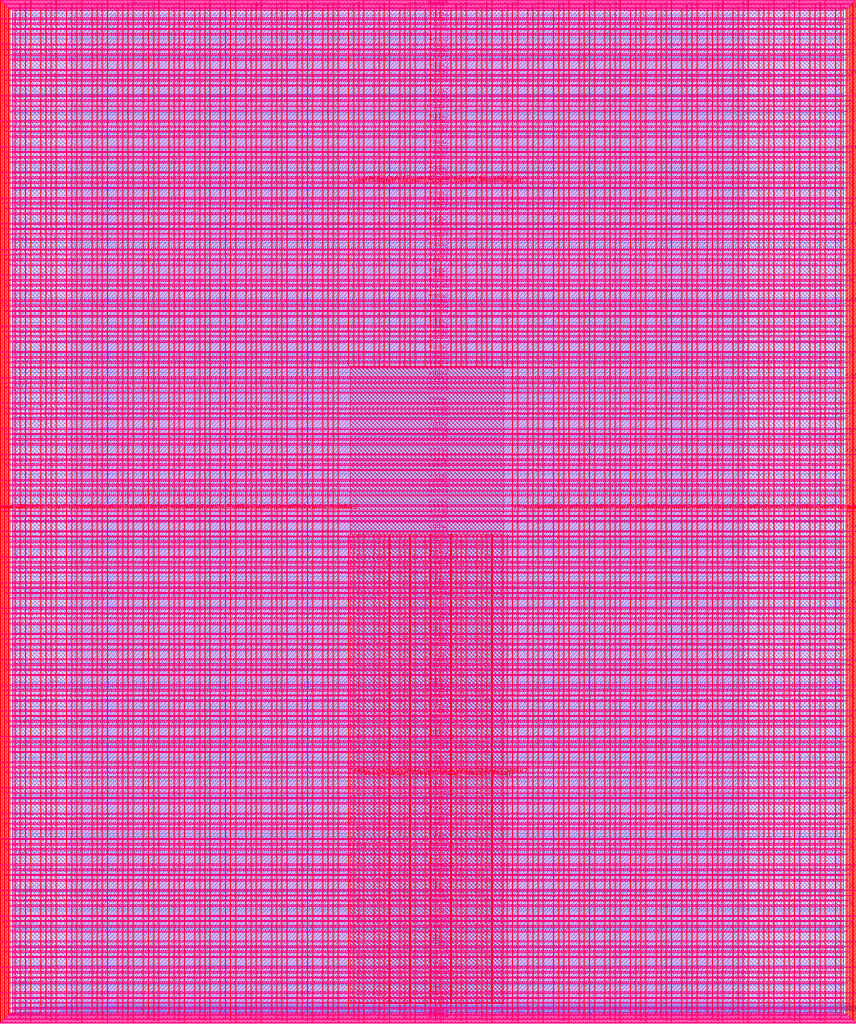
<source format=lef>
VERSION 5.7 ;
  NOWIREEXTENSIONATPIN ON ;
  DIVIDERCHAR "/" ;
  BUSBITCHARS "[]" ;
MACRO user_project_wrapper
  CLASS BLOCK ;
  FOREIGN user_project_wrapper ;
  ORIGIN 0.000 0.000 ;
  SIZE 2920.000 BY 3520.000 ;
  PIN analog_io[0]
    DIRECTION INOUT ;
    USE SIGNAL ;
    PORT
      LAYER met3 ;
        RECT 2917.600 1426.380 2924.800 1427.580 ;
    END
  END analog_io[0]
  PIN analog_io[10]
    DIRECTION INOUT ;
    USE SIGNAL ;
    PORT
      LAYER met2 ;
        RECT 2230.490 3517.600 2231.050 3524.800 ;
    END
  END analog_io[10]
  PIN analog_io[11]
    DIRECTION INOUT ;
    USE SIGNAL ;
    PORT
      LAYER met2 ;
        RECT 1905.730 3517.600 1906.290 3524.800 ;
    END
  END analog_io[11]
  PIN analog_io[12]
    DIRECTION INOUT ;
    USE SIGNAL ;
    PORT
      LAYER met2 ;
        RECT 1581.430 3517.600 1581.990 3524.800 ;
    END
  END analog_io[12]
  PIN analog_io[13]
    DIRECTION INOUT ;
    USE SIGNAL ;
    PORT
      LAYER met2 ;
        RECT 1257.130 3517.600 1257.690 3524.800 ;
    END
  END analog_io[13]
  PIN analog_io[14]
    DIRECTION INOUT ;
    USE SIGNAL ;
    PORT
      LAYER met2 ;
        RECT 932.370 3517.600 932.930 3524.800 ;
    END
  END analog_io[14]
  PIN analog_io[15]
    DIRECTION INOUT ;
    USE SIGNAL ;
    PORT
      LAYER met2 ;
        RECT 608.070 3517.600 608.630 3524.800 ;
    END
  END analog_io[15]
  PIN analog_io[16]
    DIRECTION INOUT ;
    USE SIGNAL ;
    PORT
      LAYER met2 ;
        RECT 283.770 3517.600 284.330 3524.800 ;
    END
  END analog_io[16]
  PIN analog_io[17]
    DIRECTION INOUT ;
    USE SIGNAL ;
    PORT
      LAYER met3 ;
        RECT -4.800 3486.100 2.400 3487.300 ;
    END
  END analog_io[17]
  PIN analog_io[18]
    DIRECTION INOUT ;
    USE SIGNAL ;
    PORT
      LAYER met3 ;
        RECT -4.800 3224.980 2.400 3226.180 ;
    END
  END analog_io[18]
  PIN analog_io[19]
    DIRECTION INOUT ;
    USE SIGNAL ;
    PORT
      LAYER met3 ;
        RECT -4.800 2964.540 2.400 2965.740 ;
    END
  END analog_io[19]
  PIN analog_io[1]
    DIRECTION INOUT ;
    USE SIGNAL ;
    PORT
      LAYER met3 ;
        RECT 2917.600 1692.260 2924.800 1693.460 ;
    END
  END analog_io[1]
  PIN analog_io[20]
    DIRECTION INOUT ;
    USE SIGNAL ;
    PORT
      LAYER met3 ;
        RECT -4.800 2703.420 2.400 2704.620 ;
    END
  END analog_io[20]
  PIN analog_io[21]
    DIRECTION INOUT ;
    USE SIGNAL ;
    PORT
      LAYER met3 ;
        RECT -4.800 2442.980 2.400 2444.180 ;
    END
  END analog_io[21]
  PIN analog_io[22]
    DIRECTION INOUT ;
    USE SIGNAL ;
    PORT
      LAYER met3 ;
        RECT -4.800 2182.540 2.400 2183.740 ;
    END
  END analog_io[22]
  PIN analog_io[23]
    DIRECTION INOUT ;
    USE SIGNAL ;
    PORT
      LAYER met3 ;
        RECT -4.800 1921.420 2.400 1922.620 ;
    END
  END analog_io[23]
  PIN analog_io[24]
    DIRECTION INOUT ;
    USE SIGNAL ;
    PORT
      LAYER met3 ;
        RECT -4.800 1660.980 2.400 1662.180 ;
    END
  END analog_io[24]
  PIN analog_io[25]
    DIRECTION INOUT ;
    USE SIGNAL ;
    PORT
      LAYER met3 ;
        RECT -4.800 1399.860 2.400 1401.060 ;
    END
  END analog_io[25]
  PIN analog_io[26]
    DIRECTION INOUT ;
    USE SIGNAL ;
    PORT
      LAYER met3 ;
        RECT -4.800 1139.420 2.400 1140.620 ;
    END
  END analog_io[26]
  PIN analog_io[27]
    DIRECTION INOUT ;
    USE SIGNAL ;
    PORT
      LAYER met3 ;
        RECT -4.800 878.980 2.400 880.180 ;
    END
  END analog_io[27]
  PIN analog_io[28]
    DIRECTION INOUT ;
    USE SIGNAL ;
    PORT
      LAYER met3 ;
        RECT -4.800 617.860 2.400 619.060 ;
    END
  END analog_io[28]
  PIN analog_io[2]
    DIRECTION INOUT ;
    USE SIGNAL ;
    PORT
      LAYER met3 ;
        RECT 2917.600 1958.140 2924.800 1959.340 ;
    END
  END analog_io[2]
  PIN analog_io[3]
    DIRECTION INOUT ;
    USE SIGNAL ;
    PORT
      LAYER met3 ;
        RECT 2917.600 2223.340 2924.800 2224.540 ;
    END
  END analog_io[3]
  PIN analog_io[4]
    DIRECTION INOUT ;
    USE SIGNAL ;
    PORT
      LAYER met3 ;
        RECT 2917.600 2489.220 2924.800 2490.420 ;
    END
  END analog_io[4]
  PIN analog_io[5]
    DIRECTION INOUT ;
    USE SIGNAL ;
    PORT
      LAYER met3 ;
        RECT 2917.600 2755.100 2924.800 2756.300 ;
    END
  END analog_io[5]
  PIN analog_io[6]
    DIRECTION INOUT ;
    USE SIGNAL ;
    PORT
      LAYER met3 ;
        RECT 2917.600 3020.300 2924.800 3021.500 ;
    END
  END analog_io[6]
  PIN analog_io[7]
    DIRECTION INOUT ;
    USE SIGNAL ;
    PORT
      LAYER met3 ;
        RECT 2917.600 3286.180 2924.800 3287.380 ;
    END
  END analog_io[7]
  PIN analog_io[8]
    DIRECTION INOUT ;
    USE SIGNAL ;
    PORT
      LAYER met2 ;
        RECT 2879.090 3517.600 2879.650 3524.800 ;
    END
  END analog_io[8]
  PIN analog_io[9]
    DIRECTION INOUT ;
    USE SIGNAL ;
    PORT
      LAYER met2 ;
        RECT 2554.790 3517.600 2555.350 3524.800 ;
    END
  END analog_io[9]
  PIN io_in[0]
    DIRECTION INPUT ;
    USE SIGNAL ;
    PORT
      LAYER met3 ;
        RECT 2917.600 32.380 2924.800 33.580 ;
    END
  END io_in[0]
  PIN io_in[10]
    DIRECTION INPUT ;
    USE SIGNAL ;
    PORT
      LAYER met3 ;
        RECT 2917.600 2289.980 2924.800 2291.180 ;
    END
  END io_in[10]
  PIN io_in[11]
    DIRECTION INPUT ;
    USE SIGNAL ;
    PORT
      LAYER met3 ;
        RECT 2917.600 2555.860 2924.800 2557.060 ;
    END
  END io_in[11]
  PIN io_in[12]
    DIRECTION INPUT ;
    USE SIGNAL ;
    PORT
      LAYER met3 ;
        RECT 2917.600 2821.060 2924.800 2822.260 ;
    END
  END io_in[12]
  PIN io_in[13]
    DIRECTION INPUT ;
    USE SIGNAL ;
    PORT
      LAYER met3 ;
        RECT 2917.600 3086.940 2924.800 3088.140 ;
    END
  END io_in[13]
  PIN io_in[14]
    DIRECTION INPUT ;
    USE SIGNAL ;
    PORT
      LAYER met3 ;
        RECT 2917.600 3352.820 2924.800 3354.020 ;
    END
  END io_in[14]
  PIN io_in[15]
    DIRECTION INPUT ;
    USE SIGNAL ;
    PORT
      LAYER met2 ;
        RECT 2798.130 3517.600 2798.690 3524.800 ;
    END
  END io_in[15]
  PIN io_in[16]
    DIRECTION INPUT ;
    USE SIGNAL ;
    PORT
      LAYER met2 ;
        RECT 2473.830 3517.600 2474.390 3524.800 ;
    END
  END io_in[16]
  PIN io_in[17]
    DIRECTION INPUT ;
    USE SIGNAL ;
    PORT
      LAYER met2 ;
        RECT 2149.070 3517.600 2149.630 3524.800 ;
    END
  END io_in[17]
  PIN io_in[18]
    DIRECTION INPUT ;
    USE SIGNAL ;
    PORT
      LAYER met2 ;
        RECT 1824.770 3517.600 1825.330 3524.800 ;
    END
  END io_in[18]
  PIN io_in[19]
    DIRECTION INPUT ;
    USE SIGNAL ;
    PORT
      LAYER met2 ;
        RECT 1500.470 3517.600 1501.030 3524.800 ;
    END
  END io_in[19]
  PIN io_in[1]
    DIRECTION INPUT ;
    USE SIGNAL ;
    PORT
      LAYER met3 ;
        RECT 2917.600 230.940 2924.800 232.140 ;
    END
  END io_in[1]
  PIN io_in[20]
    DIRECTION INPUT ;
    USE SIGNAL ;
    PORT
      LAYER met2 ;
        RECT 1175.710 3517.600 1176.270 3524.800 ;
    END
  END io_in[20]
  PIN io_in[21]
    DIRECTION INPUT ;
    USE SIGNAL ;
    PORT
      LAYER met2 ;
        RECT 851.410 3517.600 851.970 3524.800 ;
    END
  END io_in[21]
  PIN io_in[22]
    DIRECTION INPUT ;
    USE SIGNAL ;
    PORT
      LAYER met2 ;
        RECT 527.110 3517.600 527.670 3524.800 ;
    END
  END io_in[22]
  PIN io_in[23]
    DIRECTION INPUT ;
    USE SIGNAL ;
    PORT
      LAYER met2 ;
        RECT 202.350 3517.600 202.910 3524.800 ;
    END
  END io_in[23]
  PIN io_in[24]
    DIRECTION INPUT ;
    USE SIGNAL ;
    PORT
      LAYER met3 ;
        RECT -4.800 3420.820 2.400 3422.020 ;
    END
  END io_in[24]
  PIN io_in[25]
    DIRECTION INPUT ;
    USE SIGNAL ;
    PORT
      LAYER met3 ;
        RECT -4.800 3159.700 2.400 3160.900 ;
    END
  END io_in[25]
  PIN io_in[26]
    DIRECTION INPUT ;
    USE SIGNAL ;
    PORT
      LAYER met3 ;
        RECT -4.800 2899.260 2.400 2900.460 ;
    END
  END io_in[26]
  PIN io_in[27]
    DIRECTION INPUT ;
    USE SIGNAL ;
    PORT
      LAYER met3 ;
        RECT -4.800 2638.820 2.400 2640.020 ;
    END
  END io_in[27]
  PIN io_in[28]
    DIRECTION INPUT ;
    USE SIGNAL ;
    PORT
      LAYER met3 ;
        RECT -4.800 2377.700 2.400 2378.900 ;
    END
  END io_in[28]
  PIN io_in[29]
    DIRECTION INPUT ;
    USE SIGNAL ;
    PORT
      LAYER met3 ;
        RECT -4.800 2117.260 2.400 2118.460 ;
    END
  END io_in[29]
  PIN io_in[2]
    DIRECTION INPUT ;
    USE SIGNAL ;
    PORT
      LAYER met3 ;
        RECT 2917.600 430.180 2924.800 431.380 ;
    END
  END io_in[2]
  PIN io_in[30]
    DIRECTION INPUT ;
    USE SIGNAL ;
    PORT
      LAYER met3 ;
        RECT -4.800 1856.140 2.400 1857.340 ;
    END
  END io_in[30]
  PIN io_in[31]
    DIRECTION INPUT ;
    USE SIGNAL ;
    PORT
      LAYER met3 ;
        RECT -4.800 1595.700 2.400 1596.900 ;
    END
  END io_in[31]
  PIN io_in[32]
    DIRECTION INPUT ;
    USE SIGNAL ;
    PORT
      LAYER met3 ;
        RECT -4.800 1335.260 2.400 1336.460 ;
    END
  END io_in[32]
  PIN io_in[33]
    DIRECTION INPUT ;
    USE SIGNAL ;
    PORT
      LAYER met3 ;
        RECT -4.800 1074.140 2.400 1075.340 ;
    END
  END io_in[33]
  PIN io_in[34]
    DIRECTION INPUT ;
    USE SIGNAL ;
    PORT
      LAYER met3 ;
        RECT -4.800 813.700 2.400 814.900 ;
    END
  END io_in[34]
  PIN io_in[35]
    DIRECTION INPUT ;
    USE SIGNAL ;
    PORT
      LAYER met3 ;
        RECT -4.800 552.580 2.400 553.780 ;
    END
  END io_in[35]
  PIN io_in[36]
    DIRECTION INPUT ;
    USE SIGNAL ;
    PORT
      LAYER met3 ;
        RECT -4.800 357.420 2.400 358.620 ;
    END
  END io_in[36]
  PIN io_in[37]
    DIRECTION INPUT ;
    USE SIGNAL ;
    PORT
      LAYER met3 ;
        RECT -4.800 161.580 2.400 162.780 ;
    END
  END io_in[37]
  PIN io_in[3]
    DIRECTION INPUT ;
    USE SIGNAL ;
    PORT
      LAYER met3 ;
        RECT 2917.600 629.420 2924.800 630.620 ;
    END
  END io_in[3]
  PIN io_in[4]
    DIRECTION INPUT ;
    USE SIGNAL ;
    PORT
      LAYER met3 ;
        RECT 2917.600 828.660 2924.800 829.860 ;
    END
  END io_in[4]
  PIN io_in[5]
    DIRECTION INPUT ;
    USE SIGNAL ;
    PORT
      LAYER met3 ;
        RECT 2917.600 1027.900 2924.800 1029.100 ;
    END
  END io_in[5]
  PIN io_in[6]
    DIRECTION INPUT ;
    USE SIGNAL ;
    PORT
      LAYER met3 ;
        RECT 2917.600 1227.140 2924.800 1228.340 ;
    END
  END io_in[6]
  PIN io_in[7]
    DIRECTION INPUT ;
    USE SIGNAL ;
    PORT
      LAYER met3 ;
        RECT 2917.600 1493.020 2924.800 1494.220 ;
    END
  END io_in[7]
  PIN io_in[8]
    DIRECTION INPUT ;
    USE SIGNAL ;
    PORT
      LAYER met3 ;
        RECT 2917.600 1758.900 2924.800 1760.100 ;
    END
  END io_in[8]
  PIN io_in[9]
    DIRECTION INPUT ;
    USE SIGNAL ;
    PORT
      LAYER met3 ;
        RECT 2917.600 2024.100 2924.800 2025.300 ;
    END
  END io_in[9]
  PIN io_oeb[0]
    DIRECTION OUTPUT TRISTATE ;
    USE SIGNAL ;
    PORT
      LAYER met3 ;
        RECT 2917.600 164.980 2924.800 166.180 ;
    END
  END io_oeb[0]
  PIN io_oeb[10]
    DIRECTION OUTPUT TRISTATE ;
    USE SIGNAL ;
    PORT
      LAYER met3 ;
        RECT 2917.600 2422.580 2924.800 2423.780 ;
    END
  END io_oeb[10]
  PIN io_oeb[11]
    DIRECTION OUTPUT TRISTATE ;
    USE SIGNAL ;
    PORT
      LAYER met3 ;
        RECT 2917.600 2688.460 2924.800 2689.660 ;
    END
  END io_oeb[11]
  PIN io_oeb[12]
    DIRECTION OUTPUT TRISTATE ;
    USE SIGNAL ;
    PORT
      LAYER met3 ;
        RECT 2917.600 2954.340 2924.800 2955.540 ;
    END
  END io_oeb[12]
  PIN io_oeb[13]
    DIRECTION OUTPUT TRISTATE ;
    USE SIGNAL ;
    PORT
      LAYER met3 ;
        RECT 2917.600 3219.540 2924.800 3220.740 ;
    END
  END io_oeb[13]
  PIN io_oeb[14]
    DIRECTION OUTPUT TRISTATE ;
    USE SIGNAL ;
    PORT
      LAYER met3 ;
        RECT 2917.600 3485.420 2924.800 3486.620 ;
    END
  END io_oeb[14]
  PIN io_oeb[15]
    DIRECTION OUTPUT TRISTATE ;
    USE SIGNAL ;
    PORT
      LAYER met2 ;
        RECT 2635.750 3517.600 2636.310 3524.800 ;
    END
  END io_oeb[15]
  PIN io_oeb[16]
    DIRECTION OUTPUT TRISTATE ;
    USE SIGNAL ;
    PORT
      LAYER met2 ;
        RECT 2311.450 3517.600 2312.010 3524.800 ;
    END
  END io_oeb[16]
  PIN io_oeb[17]
    DIRECTION OUTPUT TRISTATE ;
    USE SIGNAL ;
    PORT
      LAYER met2 ;
        RECT 1987.150 3517.600 1987.710 3524.800 ;
    END
  END io_oeb[17]
  PIN io_oeb[18]
    DIRECTION OUTPUT TRISTATE ;
    USE SIGNAL ;
    PORT
      LAYER met2 ;
        RECT 1662.390 3517.600 1662.950 3524.800 ;
    END
  END io_oeb[18]
  PIN io_oeb[19]
    DIRECTION OUTPUT TRISTATE ;
    USE SIGNAL ;
    PORT
      LAYER met2 ;
        RECT 1338.090 3517.600 1338.650 3524.800 ;
    END
  END io_oeb[19]
  PIN io_oeb[1]
    DIRECTION OUTPUT TRISTATE ;
    USE SIGNAL ;
    PORT
      LAYER met3 ;
        RECT 2917.600 364.220 2924.800 365.420 ;
    END
  END io_oeb[1]
  PIN io_oeb[20]
    DIRECTION OUTPUT TRISTATE ;
    USE SIGNAL ;
    PORT
      LAYER met2 ;
        RECT 1013.790 3517.600 1014.350 3524.800 ;
    END
  END io_oeb[20]
  PIN io_oeb[21]
    DIRECTION OUTPUT TRISTATE ;
    USE SIGNAL ;
    PORT
      LAYER met2 ;
        RECT 689.030 3517.600 689.590 3524.800 ;
    END
  END io_oeb[21]
  PIN io_oeb[22]
    DIRECTION OUTPUT TRISTATE ;
    USE SIGNAL ;
    PORT
      LAYER met2 ;
        RECT 364.730 3517.600 365.290 3524.800 ;
    END
  END io_oeb[22]
  PIN io_oeb[23]
    DIRECTION OUTPUT TRISTATE ;
    USE SIGNAL ;
    PORT
      LAYER met2 ;
        RECT 40.430 3517.600 40.990 3524.800 ;
    END
  END io_oeb[23]
  PIN io_oeb[24]
    DIRECTION OUTPUT TRISTATE ;
    USE SIGNAL ;
    PORT
      LAYER met3 ;
        RECT -4.800 3290.260 2.400 3291.460 ;
    END
  END io_oeb[24]
  PIN io_oeb[25]
    DIRECTION OUTPUT TRISTATE ;
    USE SIGNAL ;
    PORT
      LAYER met3 ;
        RECT -4.800 3029.820 2.400 3031.020 ;
    END
  END io_oeb[25]
  PIN io_oeb[26]
    DIRECTION OUTPUT TRISTATE ;
    USE SIGNAL ;
    PORT
      LAYER met3 ;
        RECT -4.800 2768.700 2.400 2769.900 ;
    END
  END io_oeb[26]
  PIN io_oeb[27]
    DIRECTION OUTPUT TRISTATE ;
    USE SIGNAL ;
    PORT
      LAYER met3 ;
        RECT -4.800 2508.260 2.400 2509.460 ;
    END
  END io_oeb[27]
  PIN io_oeb[28]
    DIRECTION OUTPUT TRISTATE ;
    USE SIGNAL ;
    PORT
      LAYER met3 ;
        RECT -4.800 2247.140 2.400 2248.340 ;
    END
  END io_oeb[28]
  PIN io_oeb[29]
    DIRECTION OUTPUT TRISTATE ;
    USE SIGNAL ;
    PORT
      LAYER met3 ;
        RECT -4.800 1986.700 2.400 1987.900 ;
    END
  END io_oeb[29]
  PIN io_oeb[2]
    DIRECTION OUTPUT TRISTATE ;
    USE SIGNAL ;
    PORT
      LAYER met3 ;
        RECT 2917.600 563.460 2924.800 564.660 ;
    END
  END io_oeb[2]
  PIN io_oeb[30]
    DIRECTION OUTPUT TRISTATE ;
    USE SIGNAL ;
    PORT
      LAYER met3 ;
        RECT -4.800 1726.260 2.400 1727.460 ;
    END
  END io_oeb[30]
  PIN io_oeb[31]
    DIRECTION OUTPUT TRISTATE ;
    USE SIGNAL ;
    PORT
      LAYER met3 ;
        RECT -4.800 1465.140 2.400 1466.340 ;
    END
  END io_oeb[31]
  PIN io_oeb[32]
    DIRECTION OUTPUT TRISTATE ;
    USE SIGNAL ;
    PORT
      LAYER met3 ;
        RECT -4.800 1204.700 2.400 1205.900 ;
    END
  END io_oeb[32]
  PIN io_oeb[33]
    DIRECTION OUTPUT TRISTATE ;
    USE SIGNAL ;
    PORT
      LAYER met3 ;
        RECT -4.800 943.580 2.400 944.780 ;
    END
  END io_oeb[33]
  PIN io_oeb[34]
    DIRECTION OUTPUT TRISTATE ;
    USE SIGNAL ;
    PORT
      LAYER met3 ;
        RECT -4.800 683.140 2.400 684.340 ;
    END
  END io_oeb[34]
  PIN io_oeb[35]
    DIRECTION OUTPUT TRISTATE ;
    USE SIGNAL ;
    PORT
      LAYER met3 ;
        RECT -4.800 422.700 2.400 423.900 ;
    END
  END io_oeb[35]
  PIN io_oeb[36]
    DIRECTION OUTPUT TRISTATE ;
    USE SIGNAL ;
    PORT
      LAYER met3 ;
        RECT -4.800 226.860 2.400 228.060 ;
    END
  END io_oeb[36]
  PIN io_oeb[37]
    DIRECTION OUTPUT TRISTATE ;
    USE SIGNAL ;
    PORT
      LAYER met3 ;
        RECT -4.800 31.700 2.400 32.900 ;
    END
  END io_oeb[37]
  PIN io_oeb[3]
    DIRECTION OUTPUT TRISTATE ;
    USE SIGNAL ;
    PORT
      LAYER met3 ;
        RECT 2917.600 762.700 2924.800 763.900 ;
    END
  END io_oeb[3]
  PIN io_oeb[4]
    DIRECTION OUTPUT TRISTATE ;
    USE SIGNAL ;
    PORT
      LAYER met3 ;
        RECT 2917.600 961.940 2924.800 963.140 ;
    END
  END io_oeb[4]
  PIN io_oeb[5]
    DIRECTION OUTPUT TRISTATE ;
    USE SIGNAL ;
    PORT
      LAYER met3 ;
        RECT 2917.600 1161.180 2924.800 1162.380 ;
    END
  END io_oeb[5]
  PIN io_oeb[6]
    DIRECTION OUTPUT TRISTATE ;
    USE SIGNAL ;
    PORT
      LAYER met3 ;
        RECT 2917.600 1360.420 2924.800 1361.620 ;
    END
  END io_oeb[6]
  PIN io_oeb[7]
    DIRECTION OUTPUT TRISTATE ;
    USE SIGNAL ;
    PORT
      LAYER met3 ;
        RECT 2917.600 1625.620 2924.800 1626.820 ;
    END
  END io_oeb[7]
  PIN io_oeb[8]
    DIRECTION OUTPUT TRISTATE ;
    USE SIGNAL ;
    PORT
      LAYER met3 ;
        RECT 2917.600 1891.500 2924.800 1892.700 ;
    END
  END io_oeb[8]
  PIN io_oeb[9]
    DIRECTION OUTPUT TRISTATE ;
    USE SIGNAL ;
    PORT
      LAYER met3 ;
        RECT 2917.600 2157.380 2924.800 2158.580 ;
    END
  END io_oeb[9]
  PIN io_out[0]
    DIRECTION OUTPUT TRISTATE ;
    USE SIGNAL ;
    PORT
      LAYER met3 ;
        RECT 2917.600 98.340 2924.800 99.540 ;
    END
  END io_out[0]
  PIN io_out[10]
    DIRECTION OUTPUT TRISTATE ;
    USE SIGNAL ;
    PORT
      LAYER met3 ;
        RECT 2917.600 2356.620 2924.800 2357.820 ;
    END
  END io_out[10]
  PIN io_out[11]
    DIRECTION OUTPUT TRISTATE ;
    USE SIGNAL ;
    PORT
      LAYER met3 ;
        RECT 2917.600 2621.820 2924.800 2623.020 ;
    END
  END io_out[11]
  PIN io_out[12]
    DIRECTION OUTPUT TRISTATE ;
    USE SIGNAL ;
    PORT
      LAYER met3 ;
        RECT 2917.600 2887.700 2924.800 2888.900 ;
    END
  END io_out[12]
  PIN io_out[13]
    DIRECTION OUTPUT TRISTATE ;
    USE SIGNAL ;
    PORT
      LAYER met3 ;
        RECT 2917.600 3153.580 2924.800 3154.780 ;
    END
  END io_out[13]
  PIN io_out[14]
    DIRECTION OUTPUT TRISTATE ;
    USE SIGNAL ;
    PORT
      LAYER met3 ;
        RECT 2917.600 3418.780 2924.800 3419.980 ;
    END
  END io_out[14]
  PIN io_out[15]
    DIRECTION OUTPUT TRISTATE ;
    USE SIGNAL ;
    PORT
      LAYER met2 ;
        RECT 2717.170 3517.600 2717.730 3524.800 ;
    END
  END io_out[15]
  PIN io_out[16]
    DIRECTION OUTPUT TRISTATE ;
    USE SIGNAL ;
    PORT
      LAYER met2 ;
        RECT 2392.410 3517.600 2392.970 3524.800 ;
    END
  END io_out[16]
  PIN io_out[17]
    DIRECTION OUTPUT TRISTATE ;
    USE SIGNAL ;
    PORT
      LAYER met2 ;
        RECT 2068.110 3517.600 2068.670 3524.800 ;
    END
  END io_out[17]
  PIN io_out[18]
    DIRECTION OUTPUT TRISTATE ;
    USE SIGNAL ;
    PORT
      LAYER met2 ;
        RECT 1743.810 3517.600 1744.370 3524.800 ;
    END
  END io_out[18]
  PIN io_out[19]
    DIRECTION OUTPUT TRISTATE ;
    USE SIGNAL ;
    PORT
      LAYER met2 ;
        RECT 1419.050 3517.600 1419.610 3524.800 ;
    END
  END io_out[19]
  PIN io_out[1]
    DIRECTION OUTPUT TRISTATE ;
    USE SIGNAL ;
    PORT
      LAYER met3 ;
        RECT 2917.600 297.580 2924.800 298.780 ;
    END
  END io_out[1]
  PIN io_out[20]
    DIRECTION OUTPUT TRISTATE ;
    USE SIGNAL ;
    PORT
      LAYER met2 ;
        RECT 1094.750 3517.600 1095.310 3524.800 ;
    END
  END io_out[20]
  PIN io_out[21]
    DIRECTION OUTPUT TRISTATE ;
    USE SIGNAL ;
    PORT
      LAYER met2 ;
        RECT 770.450 3517.600 771.010 3524.800 ;
    END
  END io_out[21]
  PIN io_out[22]
    DIRECTION OUTPUT TRISTATE ;
    USE SIGNAL ;
    PORT
      LAYER met2 ;
        RECT 445.690 3517.600 446.250 3524.800 ;
    END
  END io_out[22]
  PIN io_out[23]
    DIRECTION OUTPUT TRISTATE ;
    USE SIGNAL ;
    PORT
      LAYER met2 ;
        RECT 121.390 3517.600 121.950 3524.800 ;
    END
  END io_out[23]
  PIN io_out[24]
    DIRECTION OUTPUT TRISTATE ;
    USE SIGNAL ;
    PORT
      LAYER met3 ;
        RECT -4.800 3355.540 2.400 3356.740 ;
    END
  END io_out[24]
  PIN io_out[25]
    DIRECTION OUTPUT TRISTATE ;
    USE SIGNAL ;
    PORT
      LAYER met3 ;
        RECT -4.800 3095.100 2.400 3096.300 ;
    END
  END io_out[25]
  PIN io_out[26]
    DIRECTION OUTPUT TRISTATE ;
    USE SIGNAL ;
    PORT
      LAYER met3 ;
        RECT -4.800 2833.980 2.400 2835.180 ;
    END
  END io_out[26]
  PIN io_out[27]
    DIRECTION OUTPUT TRISTATE ;
    USE SIGNAL ;
    PORT
      LAYER met3 ;
        RECT -4.800 2573.540 2.400 2574.740 ;
    END
  END io_out[27]
  PIN io_out[28]
    DIRECTION OUTPUT TRISTATE ;
    USE SIGNAL ;
    PORT
      LAYER met3 ;
        RECT -4.800 2312.420 2.400 2313.620 ;
    END
  END io_out[28]
  PIN io_out[29]
    DIRECTION OUTPUT TRISTATE ;
    USE SIGNAL ;
    PORT
      LAYER met3 ;
        RECT -4.800 2051.980 2.400 2053.180 ;
    END
  END io_out[29]
  PIN io_out[2]
    DIRECTION OUTPUT TRISTATE ;
    USE SIGNAL ;
    PORT
      LAYER met3 ;
        RECT 2917.600 496.820 2924.800 498.020 ;
    END
  END io_out[2]
  PIN io_out[30]
    DIRECTION OUTPUT TRISTATE ;
    USE SIGNAL ;
    PORT
      LAYER met3 ;
        RECT -4.800 1791.540 2.400 1792.740 ;
    END
  END io_out[30]
  PIN io_out[31]
    DIRECTION OUTPUT TRISTATE ;
    USE SIGNAL ;
    PORT
      LAYER met3 ;
        RECT -4.800 1530.420 2.400 1531.620 ;
    END
  END io_out[31]
  PIN io_out[32]
    DIRECTION OUTPUT TRISTATE ;
    USE SIGNAL ;
    PORT
      LAYER met3 ;
        RECT -4.800 1269.980 2.400 1271.180 ;
    END
  END io_out[32]
  PIN io_out[33]
    DIRECTION OUTPUT TRISTATE ;
    USE SIGNAL ;
    PORT
      LAYER met3 ;
        RECT -4.800 1008.860 2.400 1010.060 ;
    END
  END io_out[33]
  PIN io_out[34]
    DIRECTION OUTPUT TRISTATE ;
    USE SIGNAL ;
    PORT
      LAYER met3 ;
        RECT -4.800 748.420 2.400 749.620 ;
    END
  END io_out[34]
  PIN io_out[35]
    DIRECTION OUTPUT TRISTATE ;
    USE SIGNAL ;
    PORT
      LAYER met3 ;
        RECT -4.800 487.300 2.400 488.500 ;
    END
  END io_out[35]
  PIN io_out[36]
    DIRECTION OUTPUT TRISTATE ;
    USE SIGNAL ;
    PORT
      LAYER met3 ;
        RECT -4.800 292.140 2.400 293.340 ;
    END
  END io_out[36]
  PIN io_out[37]
    DIRECTION OUTPUT TRISTATE ;
    USE SIGNAL ;
    PORT
      LAYER met3 ;
        RECT -4.800 96.300 2.400 97.500 ;
    END
  END io_out[37]
  PIN io_out[3]
    DIRECTION OUTPUT TRISTATE ;
    USE SIGNAL ;
    PORT
      LAYER met3 ;
        RECT 2917.600 696.060 2924.800 697.260 ;
    END
  END io_out[3]
  PIN io_out[4]
    DIRECTION OUTPUT TRISTATE ;
    USE SIGNAL ;
    PORT
      LAYER met3 ;
        RECT 2917.600 895.300 2924.800 896.500 ;
    END
  END io_out[4]
  PIN io_out[5]
    DIRECTION OUTPUT TRISTATE ;
    USE SIGNAL ;
    PORT
      LAYER met3 ;
        RECT 2917.600 1094.540 2924.800 1095.740 ;
    END
  END io_out[5]
  PIN io_out[6]
    DIRECTION OUTPUT TRISTATE ;
    USE SIGNAL ;
    PORT
      LAYER met3 ;
        RECT 2917.600 1293.780 2924.800 1294.980 ;
    END
  END io_out[6]
  PIN io_out[7]
    DIRECTION OUTPUT TRISTATE ;
    USE SIGNAL ;
    PORT
      LAYER met3 ;
        RECT 2917.600 1559.660 2924.800 1560.860 ;
    END
  END io_out[7]
  PIN io_out[8]
    DIRECTION OUTPUT TRISTATE ;
    USE SIGNAL ;
    PORT
      LAYER met3 ;
        RECT 2917.600 1824.860 2924.800 1826.060 ;
    END
  END io_out[8]
  PIN io_out[9]
    DIRECTION OUTPUT TRISTATE ;
    USE SIGNAL ;
    PORT
      LAYER met3 ;
        RECT 2917.600 2090.740 2924.800 2091.940 ;
    END
  END io_out[9]
  PIN la_data_in[0]
    DIRECTION INPUT ;
    USE SIGNAL ;
    PORT
      LAYER met2 ;
        RECT 629.230 -4.800 629.790 2.400 ;
    END
  END la_data_in[0]
  PIN la_data_in[100]
    DIRECTION INPUT ;
    USE SIGNAL ;
    PORT
      LAYER met2 ;
        RECT 2402.530 -4.800 2403.090 2.400 ;
    END
  END la_data_in[100]
  PIN la_data_in[101]
    DIRECTION INPUT ;
    USE SIGNAL ;
    PORT
      LAYER met2 ;
        RECT 2420.010 -4.800 2420.570 2.400 ;
    END
  END la_data_in[101]
  PIN la_data_in[102]
    DIRECTION INPUT ;
    USE SIGNAL ;
    PORT
      LAYER met2 ;
        RECT 2437.950 -4.800 2438.510 2.400 ;
    END
  END la_data_in[102]
  PIN la_data_in[103]
    DIRECTION INPUT ;
    USE SIGNAL ;
    PORT
      LAYER met2 ;
        RECT 2455.430 -4.800 2455.990 2.400 ;
    END
  END la_data_in[103]
  PIN la_data_in[104]
    DIRECTION INPUT ;
    USE SIGNAL ;
    PORT
      LAYER met2 ;
        RECT 2473.370 -4.800 2473.930 2.400 ;
    END
  END la_data_in[104]
  PIN la_data_in[105]
    DIRECTION INPUT ;
    USE SIGNAL ;
    PORT
      LAYER met2 ;
        RECT 2490.850 -4.800 2491.410 2.400 ;
    END
  END la_data_in[105]
  PIN la_data_in[106]
    DIRECTION INPUT ;
    USE SIGNAL ;
    PORT
      LAYER met2 ;
        RECT 2508.790 -4.800 2509.350 2.400 ;
    END
  END la_data_in[106]
  PIN la_data_in[107]
    DIRECTION INPUT ;
    USE SIGNAL ;
    PORT
      LAYER met2 ;
        RECT 2526.730 -4.800 2527.290 2.400 ;
    END
  END la_data_in[107]
  PIN la_data_in[108]
    DIRECTION INPUT ;
    USE SIGNAL ;
    PORT
      LAYER met2 ;
        RECT 2544.210 -4.800 2544.770 2.400 ;
    END
  END la_data_in[108]
  PIN la_data_in[109]
    DIRECTION INPUT ;
    USE SIGNAL ;
    PORT
      LAYER met2 ;
        RECT 2562.150 -4.800 2562.710 2.400 ;
    END
  END la_data_in[109]
  PIN la_data_in[10]
    DIRECTION INPUT ;
    USE SIGNAL ;
    PORT
      LAYER met2 ;
        RECT 806.330 -4.800 806.890 2.400 ;
    END
  END la_data_in[10]
  PIN la_data_in[110]
    DIRECTION INPUT ;
    USE SIGNAL ;
    PORT
      LAYER met2 ;
        RECT 2579.630 -4.800 2580.190 2.400 ;
    END
  END la_data_in[110]
  PIN la_data_in[111]
    DIRECTION INPUT ;
    USE SIGNAL ;
    PORT
      LAYER met2 ;
        RECT 2597.570 -4.800 2598.130 2.400 ;
    END
  END la_data_in[111]
  PIN la_data_in[112]
    DIRECTION INPUT ;
    USE SIGNAL ;
    PORT
      LAYER met2 ;
        RECT 2615.050 -4.800 2615.610 2.400 ;
    END
  END la_data_in[112]
  PIN la_data_in[113]
    DIRECTION INPUT ;
    USE SIGNAL ;
    PORT
      LAYER met2 ;
        RECT 2632.990 -4.800 2633.550 2.400 ;
    END
  END la_data_in[113]
  PIN la_data_in[114]
    DIRECTION INPUT ;
    USE SIGNAL ;
    PORT
      LAYER met2 ;
        RECT 2650.470 -4.800 2651.030 2.400 ;
    END
  END la_data_in[114]
  PIN la_data_in[115]
    DIRECTION INPUT ;
    USE SIGNAL ;
    PORT
      LAYER met2 ;
        RECT 2668.410 -4.800 2668.970 2.400 ;
    END
  END la_data_in[115]
  PIN la_data_in[116]
    DIRECTION INPUT ;
    USE SIGNAL ;
    PORT
      LAYER met2 ;
        RECT 2685.890 -4.800 2686.450 2.400 ;
    END
  END la_data_in[116]
  PIN la_data_in[117]
    DIRECTION INPUT ;
    USE SIGNAL ;
    PORT
      LAYER met2 ;
        RECT 2703.830 -4.800 2704.390 2.400 ;
    END
  END la_data_in[117]
  PIN la_data_in[118]
    DIRECTION INPUT ;
    USE SIGNAL ;
    PORT
      LAYER met2 ;
        RECT 2721.770 -4.800 2722.330 2.400 ;
    END
  END la_data_in[118]
  PIN la_data_in[119]
    DIRECTION INPUT ;
    USE SIGNAL ;
    PORT
      LAYER met2 ;
        RECT 2739.250 -4.800 2739.810 2.400 ;
    END
  END la_data_in[119]
  PIN la_data_in[11]
    DIRECTION INPUT ;
    USE SIGNAL ;
    PORT
      LAYER met2 ;
        RECT 824.270 -4.800 824.830 2.400 ;
    END
  END la_data_in[11]
  PIN la_data_in[120]
    DIRECTION INPUT ;
    USE SIGNAL ;
    PORT
      LAYER met2 ;
        RECT 2757.190 -4.800 2757.750 2.400 ;
    END
  END la_data_in[120]
  PIN la_data_in[121]
    DIRECTION INPUT ;
    USE SIGNAL ;
    PORT
      LAYER met2 ;
        RECT 2774.670 -4.800 2775.230 2.400 ;
    END
  END la_data_in[121]
  PIN la_data_in[122]
    DIRECTION INPUT ;
    USE SIGNAL ;
    PORT
      LAYER met2 ;
        RECT 2792.610 -4.800 2793.170 2.400 ;
    END
  END la_data_in[122]
  PIN la_data_in[123]
    DIRECTION INPUT ;
    USE SIGNAL ;
    PORT
      LAYER met2 ;
        RECT 2810.090 -4.800 2810.650 2.400 ;
    END
  END la_data_in[123]
  PIN la_data_in[124]
    DIRECTION INPUT ;
    USE SIGNAL ;
    PORT
      LAYER met2 ;
        RECT 2828.030 -4.800 2828.590 2.400 ;
    END
  END la_data_in[124]
  PIN la_data_in[125]
    DIRECTION INPUT ;
    USE SIGNAL ;
    PORT
      LAYER met2 ;
        RECT 2845.510 -4.800 2846.070 2.400 ;
    END
  END la_data_in[125]
  PIN la_data_in[126]
    DIRECTION INPUT ;
    USE SIGNAL ;
    PORT
      LAYER met2 ;
        RECT 2863.450 -4.800 2864.010 2.400 ;
    END
  END la_data_in[126]
  PIN la_data_in[127]
    DIRECTION INPUT ;
    USE SIGNAL ;
    PORT
      LAYER met2 ;
        RECT 2881.390 -4.800 2881.950 2.400 ;
    END
  END la_data_in[127]
  PIN la_data_in[12]
    DIRECTION INPUT ;
    USE SIGNAL ;
    PORT
      LAYER met2 ;
        RECT 841.750 -4.800 842.310 2.400 ;
    END
  END la_data_in[12]
  PIN la_data_in[13]
    DIRECTION INPUT ;
    USE SIGNAL ;
    PORT
      LAYER met2 ;
        RECT 859.690 -4.800 860.250 2.400 ;
    END
  END la_data_in[13]
  PIN la_data_in[14]
    DIRECTION INPUT ;
    USE SIGNAL ;
    PORT
      LAYER met2 ;
        RECT 877.170 -4.800 877.730 2.400 ;
    END
  END la_data_in[14]
  PIN la_data_in[15]
    DIRECTION INPUT ;
    USE SIGNAL ;
    PORT
      LAYER met2 ;
        RECT 895.110 -4.800 895.670 2.400 ;
    END
  END la_data_in[15]
  PIN la_data_in[16]
    DIRECTION INPUT ;
    USE SIGNAL ;
    PORT
      LAYER met2 ;
        RECT 912.590 -4.800 913.150 2.400 ;
    END
  END la_data_in[16]
  PIN la_data_in[17]
    DIRECTION INPUT ;
    USE SIGNAL ;
    PORT
      LAYER met2 ;
        RECT 930.530 -4.800 931.090 2.400 ;
    END
  END la_data_in[17]
  PIN la_data_in[18]
    DIRECTION INPUT ;
    USE SIGNAL ;
    PORT
      LAYER met2 ;
        RECT 948.470 -4.800 949.030 2.400 ;
    END
  END la_data_in[18]
  PIN la_data_in[19]
    DIRECTION INPUT ;
    USE SIGNAL ;
    PORT
      LAYER met2 ;
        RECT 965.950 -4.800 966.510 2.400 ;
    END
  END la_data_in[19]
  PIN la_data_in[1]
    DIRECTION INPUT ;
    USE SIGNAL ;
    PORT
      LAYER met2 ;
        RECT 646.710 -4.800 647.270 2.400 ;
    END
  END la_data_in[1]
  PIN la_data_in[20]
    DIRECTION INPUT ;
    USE SIGNAL ;
    PORT
      LAYER met2 ;
        RECT 983.890 -4.800 984.450 2.400 ;
    END
  END la_data_in[20]
  PIN la_data_in[21]
    DIRECTION INPUT ;
    USE SIGNAL ;
    PORT
      LAYER met2 ;
        RECT 1001.370 -4.800 1001.930 2.400 ;
    END
  END la_data_in[21]
  PIN la_data_in[22]
    DIRECTION INPUT ;
    USE SIGNAL ;
    PORT
      LAYER met2 ;
        RECT 1019.310 -4.800 1019.870 2.400 ;
    END
  END la_data_in[22]
  PIN la_data_in[23]
    DIRECTION INPUT ;
    USE SIGNAL ;
    PORT
      LAYER met2 ;
        RECT 1036.790 -4.800 1037.350 2.400 ;
    END
  END la_data_in[23]
  PIN la_data_in[24]
    DIRECTION INPUT ;
    USE SIGNAL ;
    PORT
      LAYER met2 ;
        RECT 1054.730 -4.800 1055.290 2.400 ;
    END
  END la_data_in[24]
  PIN la_data_in[25]
    DIRECTION INPUT ;
    USE SIGNAL ;
    PORT
      LAYER met2 ;
        RECT 1072.210 -4.800 1072.770 2.400 ;
    END
  END la_data_in[25]
  PIN la_data_in[26]
    DIRECTION INPUT ;
    USE SIGNAL ;
    PORT
      LAYER met2 ;
        RECT 1090.150 -4.800 1090.710 2.400 ;
    END
  END la_data_in[26]
  PIN la_data_in[27]
    DIRECTION INPUT ;
    USE SIGNAL ;
    PORT
      LAYER met2 ;
        RECT 1107.630 -4.800 1108.190 2.400 ;
    END
  END la_data_in[27]
  PIN la_data_in[28]
    DIRECTION INPUT ;
    USE SIGNAL ;
    PORT
      LAYER met2 ;
        RECT 1125.570 -4.800 1126.130 2.400 ;
    END
  END la_data_in[28]
  PIN la_data_in[29]
    DIRECTION INPUT ;
    USE SIGNAL ;
    PORT
      LAYER met2 ;
        RECT 1143.510 -4.800 1144.070 2.400 ;
    END
  END la_data_in[29]
  PIN la_data_in[2]
    DIRECTION INPUT ;
    USE SIGNAL ;
    PORT
      LAYER met2 ;
        RECT 664.650 -4.800 665.210 2.400 ;
    END
  END la_data_in[2]
  PIN la_data_in[30]
    DIRECTION INPUT ;
    USE SIGNAL ;
    PORT
      LAYER met2 ;
        RECT 1160.990 -4.800 1161.550 2.400 ;
    END
  END la_data_in[30]
  PIN la_data_in[31]
    DIRECTION INPUT ;
    USE SIGNAL ;
    PORT
      LAYER met2 ;
        RECT 1178.930 -4.800 1179.490 2.400 ;
    END
  END la_data_in[31]
  PIN la_data_in[32]
    DIRECTION INPUT ;
    USE SIGNAL ;
    PORT
      LAYER met2 ;
        RECT 1196.410 -4.800 1196.970 2.400 ;
    END
  END la_data_in[32]
  PIN la_data_in[33]
    DIRECTION INPUT ;
    USE SIGNAL ;
    PORT
      LAYER met2 ;
        RECT 1214.350 -4.800 1214.910 2.400 ;
    END
  END la_data_in[33]
  PIN la_data_in[34]
    DIRECTION INPUT ;
    USE SIGNAL ;
    PORT
      LAYER met2 ;
        RECT 1231.830 -4.800 1232.390 2.400 ;
    END
  END la_data_in[34]
  PIN la_data_in[35]
    DIRECTION INPUT ;
    USE SIGNAL ;
    PORT
      LAYER met2 ;
        RECT 1249.770 -4.800 1250.330 2.400 ;
    END
  END la_data_in[35]
  PIN la_data_in[36]
    DIRECTION INPUT ;
    USE SIGNAL ;
    PORT
      LAYER met2 ;
        RECT 1267.250 -4.800 1267.810 2.400 ;
    END
  END la_data_in[36]
  PIN la_data_in[37]
    DIRECTION INPUT ;
    USE SIGNAL ;
    PORT
      LAYER met2 ;
        RECT 1285.190 -4.800 1285.750 2.400 ;
    END
  END la_data_in[37]
  PIN la_data_in[38]
    DIRECTION INPUT ;
    USE SIGNAL ;
    PORT
      LAYER met2 ;
        RECT 1303.130 -4.800 1303.690 2.400 ;
    END
  END la_data_in[38]
  PIN la_data_in[39]
    DIRECTION INPUT ;
    USE SIGNAL ;
    PORT
      LAYER met2 ;
        RECT 1320.610 -4.800 1321.170 2.400 ;
    END
  END la_data_in[39]
  PIN la_data_in[3]
    DIRECTION INPUT ;
    USE SIGNAL ;
    PORT
      LAYER met2 ;
        RECT 682.130 -4.800 682.690 2.400 ;
    END
  END la_data_in[3]
  PIN la_data_in[40]
    DIRECTION INPUT ;
    USE SIGNAL ;
    PORT
      LAYER met2 ;
        RECT 1338.550 -4.800 1339.110 2.400 ;
    END
  END la_data_in[40]
  PIN la_data_in[41]
    DIRECTION INPUT ;
    USE SIGNAL ;
    PORT
      LAYER met2 ;
        RECT 1356.030 -4.800 1356.590 2.400 ;
    END
  END la_data_in[41]
  PIN la_data_in[42]
    DIRECTION INPUT ;
    USE SIGNAL ;
    PORT
      LAYER met2 ;
        RECT 1373.970 -4.800 1374.530 2.400 ;
    END
  END la_data_in[42]
  PIN la_data_in[43]
    DIRECTION INPUT ;
    USE SIGNAL ;
    PORT
      LAYER met2 ;
        RECT 1391.450 -4.800 1392.010 2.400 ;
    END
  END la_data_in[43]
  PIN la_data_in[44]
    DIRECTION INPUT ;
    USE SIGNAL ;
    PORT
      LAYER met2 ;
        RECT 1409.390 -4.800 1409.950 2.400 ;
    END
  END la_data_in[44]
  PIN la_data_in[45]
    DIRECTION INPUT ;
    USE SIGNAL ;
    PORT
      LAYER met2 ;
        RECT 1426.870 -4.800 1427.430 2.400 ;
    END
  END la_data_in[45]
  PIN la_data_in[46]
    DIRECTION INPUT ;
    USE SIGNAL ;
    PORT
      LAYER met2 ;
        RECT 1444.810 -4.800 1445.370 2.400 ;
    END
  END la_data_in[46]
  PIN la_data_in[47]
    DIRECTION INPUT ;
    USE SIGNAL ;
    PORT
      LAYER met2 ;
        RECT 1462.750 -4.800 1463.310 2.400 ;
    END
  END la_data_in[47]
  PIN la_data_in[48]
    DIRECTION INPUT ;
    USE SIGNAL ;
    PORT
      LAYER met2 ;
        RECT 1480.230 -4.800 1480.790 2.400 ;
    END
  END la_data_in[48]
  PIN la_data_in[49]
    DIRECTION INPUT ;
    USE SIGNAL ;
    PORT
      LAYER met2 ;
        RECT 1498.170 -4.800 1498.730 2.400 ;
    END
  END la_data_in[49]
  PIN la_data_in[4]
    DIRECTION INPUT ;
    USE SIGNAL ;
    PORT
      LAYER met2 ;
        RECT 700.070 -4.800 700.630 2.400 ;
    END
  END la_data_in[4]
  PIN la_data_in[50]
    DIRECTION INPUT ;
    USE SIGNAL ;
    PORT
      LAYER met2 ;
        RECT 1515.650 -4.800 1516.210 2.400 ;
    END
  END la_data_in[50]
  PIN la_data_in[51]
    DIRECTION INPUT ;
    USE SIGNAL ;
    PORT
      LAYER met2 ;
        RECT 1533.590 -4.800 1534.150 2.400 ;
    END
  END la_data_in[51]
  PIN la_data_in[52]
    DIRECTION INPUT ;
    USE SIGNAL ;
    PORT
      LAYER met2 ;
        RECT 1551.070 -4.800 1551.630 2.400 ;
    END
  END la_data_in[52]
  PIN la_data_in[53]
    DIRECTION INPUT ;
    USE SIGNAL ;
    PORT
      LAYER met2 ;
        RECT 1569.010 -4.800 1569.570 2.400 ;
    END
  END la_data_in[53]
  PIN la_data_in[54]
    DIRECTION INPUT ;
    USE SIGNAL ;
    PORT
      LAYER met2 ;
        RECT 1586.490 -4.800 1587.050 2.400 ;
    END
  END la_data_in[54]
  PIN la_data_in[55]
    DIRECTION INPUT ;
    USE SIGNAL ;
    PORT
      LAYER met2 ;
        RECT 1604.430 -4.800 1604.990 2.400 ;
    END
  END la_data_in[55]
  PIN la_data_in[56]
    DIRECTION INPUT ;
    USE SIGNAL ;
    PORT
      LAYER met2 ;
        RECT 1621.910 -4.800 1622.470 2.400 ;
    END
  END la_data_in[56]
  PIN la_data_in[57]
    DIRECTION INPUT ;
    USE SIGNAL ;
    PORT
      LAYER met2 ;
        RECT 1639.850 -4.800 1640.410 2.400 ;
    END
  END la_data_in[57]
  PIN la_data_in[58]
    DIRECTION INPUT ;
    USE SIGNAL ;
    PORT
      LAYER met2 ;
        RECT 1657.790 -4.800 1658.350 2.400 ;
    END
  END la_data_in[58]
  PIN la_data_in[59]
    DIRECTION INPUT ;
    USE SIGNAL ;
    PORT
      LAYER met2 ;
        RECT 1675.270 -4.800 1675.830 2.400 ;
    END
  END la_data_in[59]
  PIN la_data_in[5]
    DIRECTION INPUT ;
    USE SIGNAL ;
    PORT
      LAYER met2 ;
        RECT 717.550 -4.800 718.110 2.400 ;
    END
  END la_data_in[5]
  PIN la_data_in[60]
    DIRECTION INPUT ;
    USE SIGNAL ;
    PORT
      LAYER met2 ;
        RECT 1693.210 -4.800 1693.770 2.400 ;
    END
  END la_data_in[60]
  PIN la_data_in[61]
    DIRECTION INPUT ;
    USE SIGNAL ;
    PORT
      LAYER met2 ;
        RECT 1710.690 -4.800 1711.250 2.400 ;
    END
  END la_data_in[61]
  PIN la_data_in[62]
    DIRECTION INPUT ;
    USE SIGNAL ;
    PORT
      LAYER met2 ;
        RECT 1728.630 -4.800 1729.190 2.400 ;
    END
  END la_data_in[62]
  PIN la_data_in[63]
    DIRECTION INPUT ;
    USE SIGNAL ;
    PORT
      LAYER met2 ;
        RECT 1746.110 -4.800 1746.670 2.400 ;
    END
  END la_data_in[63]
  PIN la_data_in[64]
    DIRECTION INPUT ;
    USE SIGNAL ;
    PORT
      LAYER met2 ;
        RECT 1764.050 -4.800 1764.610 2.400 ;
    END
  END la_data_in[64]
  PIN la_data_in[65]
    DIRECTION INPUT ;
    USE SIGNAL ;
    PORT
      LAYER met2 ;
        RECT 1781.530 -4.800 1782.090 2.400 ;
    END
  END la_data_in[65]
  PIN la_data_in[66]
    DIRECTION INPUT ;
    USE SIGNAL ;
    PORT
      LAYER met2 ;
        RECT 1799.470 -4.800 1800.030 2.400 ;
    END
  END la_data_in[66]
  PIN la_data_in[67]
    DIRECTION INPUT ;
    USE SIGNAL ;
    PORT
      LAYER met2 ;
        RECT 1817.410 -4.800 1817.970 2.400 ;
    END
  END la_data_in[67]
  PIN la_data_in[68]
    DIRECTION INPUT ;
    USE SIGNAL ;
    PORT
      LAYER met2 ;
        RECT 1834.890 -4.800 1835.450 2.400 ;
    END
  END la_data_in[68]
  PIN la_data_in[69]
    DIRECTION INPUT ;
    USE SIGNAL ;
    PORT
      LAYER met2 ;
        RECT 1852.830 -4.800 1853.390 2.400 ;
    END
  END la_data_in[69]
  PIN la_data_in[6]
    DIRECTION INPUT ;
    USE SIGNAL ;
    PORT
      LAYER met2 ;
        RECT 735.490 -4.800 736.050 2.400 ;
    END
  END la_data_in[6]
  PIN la_data_in[70]
    DIRECTION INPUT ;
    USE SIGNAL ;
    PORT
      LAYER met2 ;
        RECT 1870.310 -4.800 1870.870 2.400 ;
    END
  END la_data_in[70]
  PIN la_data_in[71]
    DIRECTION INPUT ;
    USE SIGNAL ;
    PORT
      LAYER met2 ;
        RECT 1888.250 -4.800 1888.810 2.400 ;
    END
  END la_data_in[71]
  PIN la_data_in[72]
    DIRECTION INPUT ;
    USE SIGNAL ;
    PORT
      LAYER met2 ;
        RECT 1905.730 -4.800 1906.290 2.400 ;
    END
  END la_data_in[72]
  PIN la_data_in[73]
    DIRECTION INPUT ;
    USE SIGNAL ;
    PORT
      LAYER met2 ;
        RECT 1923.670 -4.800 1924.230 2.400 ;
    END
  END la_data_in[73]
  PIN la_data_in[74]
    DIRECTION INPUT ;
    USE SIGNAL ;
    PORT
      LAYER met2 ;
        RECT 1941.150 -4.800 1941.710 2.400 ;
    END
  END la_data_in[74]
  PIN la_data_in[75]
    DIRECTION INPUT ;
    USE SIGNAL ;
    PORT
      LAYER met2 ;
        RECT 1959.090 -4.800 1959.650 2.400 ;
    END
  END la_data_in[75]
  PIN la_data_in[76]
    DIRECTION INPUT ;
    USE SIGNAL ;
    PORT
      LAYER met2 ;
        RECT 1976.570 -4.800 1977.130 2.400 ;
    END
  END la_data_in[76]
  PIN la_data_in[77]
    DIRECTION INPUT ;
    USE SIGNAL ;
    PORT
      LAYER met2 ;
        RECT 1994.510 -4.800 1995.070 2.400 ;
    END
  END la_data_in[77]
  PIN la_data_in[78]
    DIRECTION INPUT ;
    USE SIGNAL ;
    PORT
      LAYER met2 ;
        RECT 2012.450 -4.800 2013.010 2.400 ;
    END
  END la_data_in[78]
  PIN la_data_in[79]
    DIRECTION INPUT ;
    USE SIGNAL ;
    PORT
      LAYER met2 ;
        RECT 2029.930 -4.800 2030.490 2.400 ;
    END
  END la_data_in[79]
  PIN la_data_in[7]
    DIRECTION INPUT ;
    USE SIGNAL ;
    PORT
      LAYER met2 ;
        RECT 752.970 -4.800 753.530 2.400 ;
    END
  END la_data_in[7]
  PIN la_data_in[80]
    DIRECTION INPUT ;
    USE SIGNAL ;
    PORT
      LAYER met2 ;
        RECT 2047.870 -4.800 2048.430 2.400 ;
    END
  END la_data_in[80]
  PIN la_data_in[81]
    DIRECTION INPUT ;
    USE SIGNAL ;
    PORT
      LAYER met2 ;
        RECT 2065.350 -4.800 2065.910 2.400 ;
    END
  END la_data_in[81]
  PIN la_data_in[82]
    DIRECTION INPUT ;
    USE SIGNAL ;
    PORT
      LAYER met2 ;
        RECT 2083.290 -4.800 2083.850 2.400 ;
    END
  END la_data_in[82]
  PIN la_data_in[83]
    DIRECTION INPUT ;
    USE SIGNAL ;
    PORT
      LAYER met2 ;
        RECT 2100.770 -4.800 2101.330 2.400 ;
    END
  END la_data_in[83]
  PIN la_data_in[84]
    DIRECTION INPUT ;
    USE SIGNAL ;
    PORT
      LAYER met2 ;
        RECT 2118.710 -4.800 2119.270 2.400 ;
    END
  END la_data_in[84]
  PIN la_data_in[85]
    DIRECTION INPUT ;
    USE SIGNAL ;
    PORT
      LAYER met2 ;
        RECT 2136.190 -4.800 2136.750 2.400 ;
    END
  END la_data_in[85]
  PIN la_data_in[86]
    DIRECTION INPUT ;
    USE SIGNAL ;
    PORT
      LAYER met2 ;
        RECT 2154.130 -4.800 2154.690 2.400 ;
    END
  END la_data_in[86]
  PIN la_data_in[87]
    DIRECTION INPUT ;
    USE SIGNAL ;
    PORT
      LAYER met2 ;
        RECT 2172.070 -4.800 2172.630 2.400 ;
    END
  END la_data_in[87]
  PIN la_data_in[88]
    DIRECTION INPUT ;
    USE SIGNAL ;
    PORT
      LAYER met2 ;
        RECT 2189.550 -4.800 2190.110 2.400 ;
    END
  END la_data_in[88]
  PIN la_data_in[89]
    DIRECTION INPUT ;
    USE SIGNAL ;
    PORT
      LAYER met2 ;
        RECT 2207.490 -4.800 2208.050 2.400 ;
    END
  END la_data_in[89]
  PIN la_data_in[8]
    DIRECTION INPUT ;
    USE SIGNAL ;
    PORT
      LAYER met2 ;
        RECT 770.910 -4.800 771.470 2.400 ;
    END
  END la_data_in[8]
  PIN la_data_in[90]
    DIRECTION INPUT ;
    USE SIGNAL ;
    PORT
      LAYER met2 ;
        RECT 2224.970 -4.800 2225.530 2.400 ;
    END
  END la_data_in[90]
  PIN la_data_in[91]
    DIRECTION INPUT ;
    USE SIGNAL ;
    PORT
      LAYER met2 ;
        RECT 2242.910 -4.800 2243.470 2.400 ;
    END
  END la_data_in[91]
  PIN la_data_in[92]
    DIRECTION INPUT ;
    USE SIGNAL ;
    PORT
      LAYER met2 ;
        RECT 2260.390 -4.800 2260.950 2.400 ;
    END
  END la_data_in[92]
  PIN la_data_in[93]
    DIRECTION INPUT ;
    USE SIGNAL ;
    PORT
      LAYER met2 ;
        RECT 2278.330 -4.800 2278.890 2.400 ;
    END
  END la_data_in[93]
  PIN la_data_in[94]
    DIRECTION INPUT ;
    USE SIGNAL ;
    PORT
      LAYER met2 ;
        RECT 2295.810 -4.800 2296.370 2.400 ;
    END
  END la_data_in[94]
  PIN la_data_in[95]
    DIRECTION INPUT ;
    USE SIGNAL ;
    PORT
      LAYER met2 ;
        RECT 2313.750 -4.800 2314.310 2.400 ;
    END
  END la_data_in[95]
  PIN la_data_in[96]
    DIRECTION INPUT ;
    USE SIGNAL ;
    PORT
      LAYER met2 ;
        RECT 2331.230 -4.800 2331.790 2.400 ;
    END
  END la_data_in[96]
  PIN la_data_in[97]
    DIRECTION INPUT ;
    USE SIGNAL ;
    PORT
      LAYER met2 ;
        RECT 2349.170 -4.800 2349.730 2.400 ;
    END
  END la_data_in[97]
  PIN la_data_in[98]
    DIRECTION INPUT ;
    USE SIGNAL ;
    PORT
      LAYER met2 ;
        RECT 2367.110 -4.800 2367.670 2.400 ;
    END
  END la_data_in[98]
  PIN la_data_in[99]
    DIRECTION INPUT ;
    USE SIGNAL ;
    PORT
      LAYER met2 ;
        RECT 2384.590 -4.800 2385.150 2.400 ;
    END
  END la_data_in[99]
  PIN la_data_in[9]
    DIRECTION INPUT ;
    USE SIGNAL ;
    PORT
      LAYER met2 ;
        RECT 788.850 -4.800 789.410 2.400 ;
    END
  END la_data_in[9]
  PIN la_data_out[0]
    DIRECTION OUTPUT TRISTATE ;
    USE SIGNAL ;
    PORT
      LAYER met2 ;
        RECT 634.750 -4.800 635.310 2.400 ;
    END
  END la_data_out[0]
  PIN la_data_out[100]
    DIRECTION OUTPUT TRISTATE ;
    USE SIGNAL ;
    PORT
      LAYER met2 ;
        RECT 2408.510 -4.800 2409.070 2.400 ;
    END
  END la_data_out[100]
  PIN la_data_out[101]
    DIRECTION OUTPUT TRISTATE ;
    USE SIGNAL ;
    PORT
      LAYER met2 ;
        RECT 2425.990 -4.800 2426.550 2.400 ;
    END
  END la_data_out[101]
  PIN la_data_out[102]
    DIRECTION OUTPUT TRISTATE ;
    USE SIGNAL ;
    PORT
      LAYER met2 ;
        RECT 2443.930 -4.800 2444.490 2.400 ;
    END
  END la_data_out[102]
  PIN la_data_out[103]
    DIRECTION OUTPUT TRISTATE ;
    USE SIGNAL ;
    PORT
      LAYER met2 ;
        RECT 2461.410 -4.800 2461.970 2.400 ;
    END
  END la_data_out[103]
  PIN la_data_out[104]
    DIRECTION OUTPUT TRISTATE ;
    USE SIGNAL ;
    PORT
      LAYER met2 ;
        RECT 2479.350 -4.800 2479.910 2.400 ;
    END
  END la_data_out[104]
  PIN la_data_out[105]
    DIRECTION OUTPUT TRISTATE ;
    USE SIGNAL ;
    PORT
      LAYER met2 ;
        RECT 2496.830 -4.800 2497.390 2.400 ;
    END
  END la_data_out[105]
  PIN la_data_out[106]
    DIRECTION OUTPUT TRISTATE ;
    USE SIGNAL ;
    PORT
      LAYER met2 ;
        RECT 2514.770 -4.800 2515.330 2.400 ;
    END
  END la_data_out[106]
  PIN la_data_out[107]
    DIRECTION OUTPUT TRISTATE ;
    USE SIGNAL ;
    PORT
      LAYER met2 ;
        RECT 2532.250 -4.800 2532.810 2.400 ;
    END
  END la_data_out[107]
  PIN la_data_out[108]
    DIRECTION OUTPUT TRISTATE ;
    USE SIGNAL ;
    PORT
      LAYER met2 ;
        RECT 2550.190 -4.800 2550.750 2.400 ;
    END
  END la_data_out[108]
  PIN la_data_out[109]
    DIRECTION OUTPUT TRISTATE ;
    USE SIGNAL ;
    PORT
      LAYER met2 ;
        RECT 2567.670 -4.800 2568.230 2.400 ;
    END
  END la_data_out[109]
  PIN la_data_out[10]
    DIRECTION OUTPUT TRISTATE ;
    USE SIGNAL ;
    PORT
      LAYER met2 ;
        RECT 812.310 -4.800 812.870 2.400 ;
    END
  END la_data_out[10]
  PIN la_data_out[110]
    DIRECTION OUTPUT TRISTATE ;
    USE SIGNAL ;
    PORT
      LAYER met2 ;
        RECT 2585.610 -4.800 2586.170 2.400 ;
    END
  END la_data_out[110]
  PIN la_data_out[111]
    DIRECTION OUTPUT TRISTATE ;
    USE SIGNAL ;
    PORT
      LAYER met2 ;
        RECT 2603.550 -4.800 2604.110 2.400 ;
    END
  END la_data_out[111]
  PIN la_data_out[112]
    DIRECTION OUTPUT TRISTATE ;
    USE SIGNAL ;
    PORT
      LAYER met2 ;
        RECT 2621.030 -4.800 2621.590 2.400 ;
    END
  END la_data_out[112]
  PIN la_data_out[113]
    DIRECTION OUTPUT TRISTATE ;
    USE SIGNAL ;
    PORT
      LAYER met2 ;
        RECT 2638.970 -4.800 2639.530 2.400 ;
    END
  END la_data_out[113]
  PIN la_data_out[114]
    DIRECTION OUTPUT TRISTATE ;
    USE SIGNAL ;
    PORT
      LAYER met2 ;
        RECT 2656.450 -4.800 2657.010 2.400 ;
    END
  END la_data_out[114]
  PIN la_data_out[115]
    DIRECTION OUTPUT TRISTATE ;
    USE SIGNAL ;
    PORT
      LAYER met2 ;
        RECT 2674.390 -4.800 2674.950 2.400 ;
    END
  END la_data_out[115]
  PIN la_data_out[116]
    DIRECTION OUTPUT TRISTATE ;
    USE SIGNAL ;
    PORT
      LAYER met2 ;
        RECT 2691.870 -4.800 2692.430 2.400 ;
    END
  END la_data_out[116]
  PIN la_data_out[117]
    DIRECTION OUTPUT TRISTATE ;
    USE SIGNAL ;
    PORT
      LAYER met2 ;
        RECT 2709.810 -4.800 2710.370 2.400 ;
    END
  END la_data_out[117]
  PIN la_data_out[118]
    DIRECTION OUTPUT TRISTATE ;
    USE SIGNAL ;
    PORT
      LAYER met2 ;
        RECT 2727.290 -4.800 2727.850 2.400 ;
    END
  END la_data_out[118]
  PIN la_data_out[119]
    DIRECTION OUTPUT TRISTATE ;
    USE SIGNAL ;
    PORT
      LAYER met2 ;
        RECT 2745.230 -4.800 2745.790 2.400 ;
    END
  END la_data_out[119]
  PIN la_data_out[11]
    DIRECTION OUTPUT TRISTATE ;
    USE SIGNAL ;
    PORT
      LAYER met2 ;
        RECT 830.250 -4.800 830.810 2.400 ;
    END
  END la_data_out[11]
  PIN la_data_out[120]
    DIRECTION OUTPUT TRISTATE ;
    USE SIGNAL ;
    PORT
      LAYER met2 ;
        RECT 2763.170 -4.800 2763.730 2.400 ;
    END
  END la_data_out[120]
  PIN la_data_out[121]
    DIRECTION OUTPUT TRISTATE ;
    USE SIGNAL ;
    PORT
      LAYER met2 ;
        RECT 2780.650 -4.800 2781.210 2.400 ;
    END
  END la_data_out[121]
  PIN la_data_out[122]
    DIRECTION OUTPUT TRISTATE ;
    USE SIGNAL ;
    PORT
      LAYER met2 ;
        RECT 2798.590 -4.800 2799.150 2.400 ;
    END
  END la_data_out[122]
  PIN la_data_out[123]
    DIRECTION OUTPUT TRISTATE ;
    USE SIGNAL ;
    PORT
      LAYER met2 ;
        RECT 2816.070 -4.800 2816.630 2.400 ;
    END
  END la_data_out[123]
  PIN la_data_out[124]
    DIRECTION OUTPUT TRISTATE ;
    USE SIGNAL ;
    PORT
      LAYER met2 ;
        RECT 2834.010 -4.800 2834.570 2.400 ;
    END
  END la_data_out[124]
  PIN la_data_out[125]
    DIRECTION OUTPUT TRISTATE ;
    USE SIGNAL ;
    PORT
      LAYER met2 ;
        RECT 2851.490 -4.800 2852.050 2.400 ;
    END
  END la_data_out[125]
  PIN la_data_out[126]
    DIRECTION OUTPUT TRISTATE ;
    USE SIGNAL ;
    PORT
      LAYER met2 ;
        RECT 2869.430 -4.800 2869.990 2.400 ;
    END
  END la_data_out[126]
  PIN la_data_out[127]
    DIRECTION OUTPUT TRISTATE ;
    USE SIGNAL ;
    PORT
      LAYER met2 ;
        RECT 2886.910 -4.800 2887.470 2.400 ;
    END
  END la_data_out[127]
  PIN la_data_out[12]
    DIRECTION OUTPUT TRISTATE ;
    USE SIGNAL ;
    PORT
      LAYER met2 ;
        RECT 847.730 -4.800 848.290 2.400 ;
    END
  END la_data_out[12]
  PIN la_data_out[13]
    DIRECTION OUTPUT TRISTATE ;
    USE SIGNAL ;
    PORT
      LAYER met2 ;
        RECT 865.670 -4.800 866.230 2.400 ;
    END
  END la_data_out[13]
  PIN la_data_out[14]
    DIRECTION OUTPUT TRISTATE ;
    USE SIGNAL ;
    PORT
      LAYER met2 ;
        RECT 883.150 -4.800 883.710 2.400 ;
    END
  END la_data_out[14]
  PIN la_data_out[15]
    DIRECTION OUTPUT TRISTATE ;
    USE SIGNAL ;
    PORT
      LAYER met2 ;
        RECT 901.090 -4.800 901.650 2.400 ;
    END
  END la_data_out[15]
  PIN la_data_out[16]
    DIRECTION OUTPUT TRISTATE ;
    USE SIGNAL ;
    PORT
      LAYER met2 ;
        RECT 918.570 -4.800 919.130 2.400 ;
    END
  END la_data_out[16]
  PIN la_data_out[17]
    DIRECTION OUTPUT TRISTATE ;
    USE SIGNAL ;
    PORT
      LAYER met2 ;
        RECT 936.510 -4.800 937.070 2.400 ;
    END
  END la_data_out[17]
  PIN la_data_out[18]
    DIRECTION OUTPUT TRISTATE ;
    USE SIGNAL ;
    PORT
      LAYER met2 ;
        RECT 953.990 -4.800 954.550 2.400 ;
    END
  END la_data_out[18]
  PIN la_data_out[19]
    DIRECTION OUTPUT TRISTATE ;
    USE SIGNAL ;
    PORT
      LAYER met2 ;
        RECT 971.930 -4.800 972.490 2.400 ;
    END
  END la_data_out[19]
  PIN la_data_out[1]
    DIRECTION OUTPUT TRISTATE ;
    USE SIGNAL ;
    PORT
      LAYER met2 ;
        RECT 652.690 -4.800 653.250 2.400 ;
    END
  END la_data_out[1]
  PIN la_data_out[20]
    DIRECTION OUTPUT TRISTATE ;
    USE SIGNAL ;
    PORT
      LAYER met2 ;
        RECT 989.410 -4.800 989.970 2.400 ;
    END
  END la_data_out[20]
  PIN la_data_out[21]
    DIRECTION OUTPUT TRISTATE ;
    USE SIGNAL ;
    PORT
      LAYER met2 ;
        RECT 1007.350 -4.800 1007.910 2.400 ;
    END
  END la_data_out[21]
  PIN la_data_out[22]
    DIRECTION OUTPUT TRISTATE ;
    USE SIGNAL ;
    PORT
      LAYER met2 ;
        RECT 1025.290 -4.800 1025.850 2.400 ;
    END
  END la_data_out[22]
  PIN la_data_out[23]
    DIRECTION OUTPUT TRISTATE ;
    USE SIGNAL ;
    PORT
      LAYER met2 ;
        RECT 1042.770 -4.800 1043.330 2.400 ;
    END
  END la_data_out[23]
  PIN la_data_out[24]
    DIRECTION OUTPUT TRISTATE ;
    USE SIGNAL ;
    PORT
      LAYER met2 ;
        RECT 1060.710 -4.800 1061.270 2.400 ;
    END
  END la_data_out[24]
  PIN la_data_out[25]
    DIRECTION OUTPUT TRISTATE ;
    USE SIGNAL ;
    PORT
      LAYER met2 ;
        RECT 1078.190 -4.800 1078.750 2.400 ;
    END
  END la_data_out[25]
  PIN la_data_out[26]
    DIRECTION OUTPUT TRISTATE ;
    USE SIGNAL ;
    PORT
      LAYER met2 ;
        RECT 1096.130 -4.800 1096.690 2.400 ;
    END
  END la_data_out[26]
  PIN la_data_out[27]
    DIRECTION OUTPUT TRISTATE ;
    USE SIGNAL ;
    PORT
      LAYER met2 ;
        RECT 1113.610 -4.800 1114.170 2.400 ;
    END
  END la_data_out[27]
  PIN la_data_out[28]
    DIRECTION OUTPUT TRISTATE ;
    USE SIGNAL ;
    PORT
      LAYER met2 ;
        RECT 1131.550 -4.800 1132.110 2.400 ;
    END
  END la_data_out[28]
  PIN la_data_out[29]
    DIRECTION OUTPUT TRISTATE ;
    USE SIGNAL ;
    PORT
      LAYER met2 ;
        RECT 1149.030 -4.800 1149.590 2.400 ;
    END
  END la_data_out[29]
  PIN la_data_out[2]
    DIRECTION OUTPUT TRISTATE ;
    USE SIGNAL ;
    PORT
      LAYER met2 ;
        RECT 670.630 -4.800 671.190 2.400 ;
    END
  END la_data_out[2]
  PIN la_data_out[30]
    DIRECTION OUTPUT TRISTATE ;
    USE SIGNAL ;
    PORT
      LAYER met2 ;
        RECT 1166.970 -4.800 1167.530 2.400 ;
    END
  END la_data_out[30]
  PIN la_data_out[31]
    DIRECTION OUTPUT TRISTATE ;
    USE SIGNAL ;
    PORT
      LAYER met2 ;
        RECT 1184.910 -4.800 1185.470 2.400 ;
    END
  END la_data_out[31]
  PIN la_data_out[32]
    DIRECTION OUTPUT TRISTATE ;
    USE SIGNAL ;
    PORT
      LAYER met2 ;
        RECT 1202.390 -4.800 1202.950 2.400 ;
    END
  END la_data_out[32]
  PIN la_data_out[33]
    DIRECTION OUTPUT TRISTATE ;
    USE SIGNAL ;
    PORT
      LAYER met2 ;
        RECT 1220.330 -4.800 1220.890 2.400 ;
    END
  END la_data_out[33]
  PIN la_data_out[34]
    DIRECTION OUTPUT TRISTATE ;
    USE SIGNAL ;
    PORT
      LAYER met2 ;
        RECT 1237.810 -4.800 1238.370 2.400 ;
    END
  END la_data_out[34]
  PIN la_data_out[35]
    DIRECTION OUTPUT TRISTATE ;
    USE SIGNAL ;
    PORT
      LAYER met2 ;
        RECT 1255.750 -4.800 1256.310 2.400 ;
    END
  END la_data_out[35]
  PIN la_data_out[36]
    DIRECTION OUTPUT TRISTATE ;
    USE SIGNAL ;
    PORT
      LAYER met2 ;
        RECT 1273.230 -4.800 1273.790 2.400 ;
    END
  END la_data_out[36]
  PIN la_data_out[37]
    DIRECTION OUTPUT TRISTATE ;
    USE SIGNAL ;
    PORT
      LAYER met2 ;
        RECT 1291.170 -4.800 1291.730 2.400 ;
    END
  END la_data_out[37]
  PIN la_data_out[38]
    DIRECTION OUTPUT TRISTATE ;
    USE SIGNAL ;
    PORT
      LAYER met2 ;
        RECT 1308.650 -4.800 1309.210 2.400 ;
    END
  END la_data_out[38]
  PIN la_data_out[39]
    DIRECTION OUTPUT TRISTATE ;
    USE SIGNAL ;
    PORT
      LAYER met2 ;
        RECT 1326.590 -4.800 1327.150 2.400 ;
    END
  END la_data_out[39]
  PIN la_data_out[3]
    DIRECTION OUTPUT TRISTATE ;
    USE SIGNAL ;
    PORT
      LAYER met2 ;
        RECT 688.110 -4.800 688.670 2.400 ;
    END
  END la_data_out[3]
  PIN la_data_out[40]
    DIRECTION OUTPUT TRISTATE ;
    USE SIGNAL ;
    PORT
      LAYER met2 ;
        RECT 1344.070 -4.800 1344.630 2.400 ;
    END
  END la_data_out[40]
  PIN la_data_out[41]
    DIRECTION OUTPUT TRISTATE ;
    USE SIGNAL ;
    PORT
      LAYER met2 ;
        RECT 1362.010 -4.800 1362.570 2.400 ;
    END
  END la_data_out[41]
  PIN la_data_out[42]
    DIRECTION OUTPUT TRISTATE ;
    USE SIGNAL ;
    PORT
      LAYER met2 ;
        RECT 1379.950 -4.800 1380.510 2.400 ;
    END
  END la_data_out[42]
  PIN la_data_out[43]
    DIRECTION OUTPUT TRISTATE ;
    USE SIGNAL ;
    PORT
      LAYER met2 ;
        RECT 1397.430 -4.800 1397.990 2.400 ;
    END
  END la_data_out[43]
  PIN la_data_out[44]
    DIRECTION OUTPUT TRISTATE ;
    USE SIGNAL ;
    PORT
      LAYER met2 ;
        RECT 1415.370 -4.800 1415.930 2.400 ;
    END
  END la_data_out[44]
  PIN la_data_out[45]
    DIRECTION OUTPUT TRISTATE ;
    USE SIGNAL ;
    PORT
      LAYER met2 ;
        RECT 1432.850 -4.800 1433.410 2.400 ;
    END
  END la_data_out[45]
  PIN la_data_out[46]
    DIRECTION OUTPUT TRISTATE ;
    USE SIGNAL ;
    PORT
      LAYER met2 ;
        RECT 1450.790 -4.800 1451.350 2.400 ;
    END
  END la_data_out[46]
  PIN la_data_out[47]
    DIRECTION OUTPUT TRISTATE ;
    USE SIGNAL ;
    PORT
      LAYER met2 ;
        RECT 1468.270 -4.800 1468.830 2.400 ;
    END
  END la_data_out[47]
  PIN la_data_out[48]
    DIRECTION OUTPUT TRISTATE ;
    USE SIGNAL ;
    PORT
      LAYER met2 ;
        RECT 1486.210 -4.800 1486.770 2.400 ;
    END
  END la_data_out[48]
  PIN la_data_out[49]
    DIRECTION OUTPUT TRISTATE ;
    USE SIGNAL ;
    PORT
      LAYER met2 ;
        RECT 1503.690 -4.800 1504.250 2.400 ;
    END
  END la_data_out[49]
  PIN la_data_out[4]
    DIRECTION OUTPUT TRISTATE ;
    USE SIGNAL ;
    PORT
      LAYER met2 ;
        RECT 706.050 -4.800 706.610 2.400 ;
    END
  END la_data_out[4]
  PIN la_data_out[50]
    DIRECTION OUTPUT TRISTATE ;
    USE SIGNAL ;
    PORT
      LAYER met2 ;
        RECT 1521.630 -4.800 1522.190 2.400 ;
    END
  END la_data_out[50]
  PIN la_data_out[51]
    DIRECTION OUTPUT TRISTATE ;
    USE SIGNAL ;
    PORT
      LAYER met2 ;
        RECT 1539.570 -4.800 1540.130 2.400 ;
    END
  END la_data_out[51]
  PIN la_data_out[52]
    DIRECTION OUTPUT TRISTATE ;
    USE SIGNAL ;
    PORT
      LAYER met2 ;
        RECT 1557.050 -4.800 1557.610 2.400 ;
    END
  END la_data_out[52]
  PIN la_data_out[53]
    DIRECTION OUTPUT TRISTATE ;
    USE SIGNAL ;
    PORT
      LAYER met2 ;
        RECT 1574.990 -4.800 1575.550 2.400 ;
    END
  END la_data_out[53]
  PIN la_data_out[54]
    DIRECTION OUTPUT TRISTATE ;
    USE SIGNAL ;
    PORT
      LAYER met2 ;
        RECT 1592.470 -4.800 1593.030 2.400 ;
    END
  END la_data_out[54]
  PIN la_data_out[55]
    DIRECTION OUTPUT TRISTATE ;
    USE SIGNAL ;
    PORT
      LAYER met2 ;
        RECT 1610.410 -4.800 1610.970 2.400 ;
    END
  END la_data_out[55]
  PIN la_data_out[56]
    DIRECTION OUTPUT TRISTATE ;
    USE SIGNAL ;
    PORT
      LAYER met2 ;
        RECT 1627.890 -4.800 1628.450 2.400 ;
    END
  END la_data_out[56]
  PIN la_data_out[57]
    DIRECTION OUTPUT TRISTATE ;
    USE SIGNAL ;
    PORT
      LAYER met2 ;
        RECT 1645.830 -4.800 1646.390 2.400 ;
    END
  END la_data_out[57]
  PIN la_data_out[58]
    DIRECTION OUTPUT TRISTATE ;
    USE SIGNAL ;
    PORT
      LAYER met2 ;
        RECT 1663.310 -4.800 1663.870 2.400 ;
    END
  END la_data_out[58]
  PIN la_data_out[59]
    DIRECTION OUTPUT TRISTATE ;
    USE SIGNAL ;
    PORT
      LAYER met2 ;
        RECT 1681.250 -4.800 1681.810 2.400 ;
    END
  END la_data_out[59]
  PIN la_data_out[5]
    DIRECTION OUTPUT TRISTATE ;
    USE SIGNAL ;
    PORT
      LAYER met2 ;
        RECT 723.530 -4.800 724.090 2.400 ;
    END
  END la_data_out[5]
  PIN la_data_out[60]
    DIRECTION OUTPUT TRISTATE ;
    USE SIGNAL ;
    PORT
      LAYER met2 ;
        RECT 1699.190 -4.800 1699.750 2.400 ;
    END
  END la_data_out[60]
  PIN la_data_out[61]
    DIRECTION OUTPUT TRISTATE ;
    USE SIGNAL ;
    PORT
      LAYER met2 ;
        RECT 1716.670 -4.800 1717.230 2.400 ;
    END
  END la_data_out[61]
  PIN la_data_out[62]
    DIRECTION OUTPUT TRISTATE ;
    USE SIGNAL ;
    PORT
      LAYER met2 ;
        RECT 1734.610 -4.800 1735.170 2.400 ;
    END
  END la_data_out[62]
  PIN la_data_out[63]
    DIRECTION OUTPUT TRISTATE ;
    USE SIGNAL ;
    PORT
      LAYER met2 ;
        RECT 1752.090 -4.800 1752.650 2.400 ;
    END
  END la_data_out[63]
  PIN la_data_out[64]
    DIRECTION OUTPUT TRISTATE ;
    USE SIGNAL ;
    PORT
      LAYER met2 ;
        RECT 1770.030 -4.800 1770.590 2.400 ;
    END
  END la_data_out[64]
  PIN la_data_out[65]
    DIRECTION OUTPUT TRISTATE ;
    USE SIGNAL ;
    PORT
      LAYER met2 ;
        RECT 1787.510 -4.800 1788.070 2.400 ;
    END
  END la_data_out[65]
  PIN la_data_out[66]
    DIRECTION OUTPUT TRISTATE ;
    USE SIGNAL ;
    PORT
      LAYER met2 ;
        RECT 1805.450 -4.800 1806.010 2.400 ;
    END
  END la_data_out[66]
  PIN la_data_out[67]
    DIRECTION OUTPUT TRISTATE ;
    USE SIGNAL ;
    PORT
      LAYER met2 ;
        RECT 1822.930 -4.800 1823.490 2.400 ;
    END
  END la_data_out[67]
  PIN la_data_out[68]
    DIRECTION OUTPUT TRISTATE ;
    USE SIGNAL ;
    PORT
      LAYER met2 ;
        RECT 1840.870 -4.800 1841.430 2.400 ;
    END
  END la_data_out[68]
  PIN la_data_out[69]
    DIRECTION OUTPUT TRISTATE ;
    USE SIGNAL ;
    PORT
      LAYER met2 ;
        RECT 1858.350 -4.800 1858.910 2.400 ;
    END
  END la_data_out[69]
  PIN la_data_out[6]
    DIRECTION OUTPUT TRISTATE ;
    USE SIGNAL ;
    PORT
      LAYER met2 ;
        RECT 741.470 -4.800 742.030 2.400 ;
    END
  END la_data_out[6]
  PIN la_data_out[70]
    DIRECTION OUTPUT TRISTATE ;
    USE SIGNAL ;
    PORT
      LAYER met2 ;
        RECT 1876.290 -4.800 1876.850 2.400 ;
    END
  END la_data_out[70]
  PIN la_data_out[71]
    DIRECTION OUTPUT TRISTATE ;
    USE SIGNAL ;
    PORT
      LAYER met2 ;
        RECT 1894.230 -4.800 1894.790 2.400 ;
    END
  END la_data_out[71]
  PIN la_data_out[72]
    DIRECTION OUTPUT TRISTATE ;
    USE SIGNAL ;
    PORT
      LAYER met2 ;
        RECT 1911.710 -4.800 1912.270 2.400 ;
    END
  END la_data_out[72]
  PIN la_data_out[73]
    DIRECTION OUTPUT TRISTATE ;
    USE SIGNAL ;
    PORT
      LAYER met2 ;
        RECT 1929.650 -4.800 1930.210 2.400 ;
    END
  END la_data_out[73]
  PIN la_data_out[74]
    DIRECTION OUTPUT TRISTATE ;
    USE SIGNAL ;
    PORT
      LAYER met2 ;
        RECT 1947.130 -4.800 1947.690 2.400 ;
    END
  END la_data_out[74]
  PIN la_data_out[75]
    DIRECTION OUTPUT TRISTATE ;
    USE SIGNAL ;
    PORT
      LAYER met2 ;
        RECT 1965.070 -4.800 1965.630 2.400 ;
    END
  END la_data_out[75]
  PIN la_data_out[76]
    DIRECTION OUTPUT TRISTATE ;
    USE SIGNAL ;
    PORT
      LAYER met2 ;
        RECT 1982.550 -4.800 1983.110 2.400 ;
    END
  END la_data_out[76]
  PIN la_data_out[77]
    DIRECTION OUTPUT TRISTATE ;
    USE SIGNAL ;
    PORT
      LAYER met2 ;
        RECT 2000.490 -4.800 2001.050 2.400 ;
    END
  END la_data_out[77]
  PIN la_data_out[78]
    DIRECTION OUTPUT TRISTATE ;
    USE SIGNAL ;
    PORT
      LAYER met2 ;
        RECT 2017.970 -4.800 2018.530 2.400 ;
    END
  END la_data_out[78]
  PIN la_data_out[79]
    DIRECTION OUTPUT TRISTATE ;
    USE SIGNAL ;
    PORT
      LAYER met2 ;
        RECT 2035.910 -4.800 2036.470 2.400 ;
    END
  END la_data_out[79]
  PIN la_data_out[7]
    DIRECTION OUTPUT TRISTATE ;
    USE SIGNAL ;
    PORT
      LAYER met2 ;
        RECT 758.950 -4.800 759.510 2.400 ;
    END
  END la_data_out[7]
  PIN la_data_out[80]
    DIRECTION OUTPUT TRISTATE ;
    USE SIGNAL ;
    PORT
      LAYER met2 ;
        RECT 2053.850 -4.800 2054.410 2.400 ;
    END
  END la_data_out[80]
  PIN la_data_out[81]
    DIRECTION OUTPUT TRISTATE ;
    USE SIGNAL ;
    PORT
      LAYER met2 ;
        RECT 2071.330 -4.800 2071.890 2.400 ;
    END
  END la_data_out[81]
  PIN la_data_out[82]
    DIRECTION OUTPUT TRISTATE ;
    USE SIGNAL ;
    PORT
      LAYER met2 ;
        RECT 2089.270 -4.800 2089.830 2.400 ;
    END
  END la_data_out[82]
  PIN la_data_out[83]
    DIRECTION OUTPUT TRISTATE ;
    USE SIGNAL ;
    PORT
      LAYER met2 ;
        RECT 2106.750 -4.800 2107.310 2.400 ;
    END
  END la_data_out[83]
  PIN la_data_out[84]
    DIRECTION OUTPUT TRISTATE ;
    USE SIGNAL ;
    PORT
      LAYER met2 ;
        RECT 2124.690 -4.800 2125.250 2.400 ;
    END
  END la_data_out[84]
  PIN la_data_out[85]
    DIRECTION OUTPUT TRISTATE ;
    USE SIGNAL ;
    PORT
      LAYER met2 ;
        RECT 2142.170 -4.800 2142.730 2.400 ;
    END
  END la_data_out[85]
  PIN la_data_out[86]
    DIRECTION OUTPUT TRISTATE ;
    USE SIGNAL ;
    PORT
      LAYER met2 ;
        RECT 2160.110 -4.800 2160.670 2.400 ;
    END
  END la_data_out[86]
  PIN la_data_out[87]
    DIRECTION OUTPUT TRISTATE ;
    USE SIGNAL ;
    PORT
      LAYER met2 ;
        RECT 2177.590 -4.800 2178.150 2.400 ;
    END
  END la_data_out[87]
  PIN la_data_out[88]
    DIRECTION OUTPUT TRISTATE ;
    USE SIGNAL ;
    PORT
      LAYER met2 ;
        RECT 2195.530 -4.800 2196.090 2.400 ;
    END
  END la_data_out[88]
  PIN la_data_out[89]
    DIRECTION OUTPUT TRISTATE ;
    USE SIGNAL ;
    PORT
      LAYER met2 ;
        RECT 2213.010 -4.800 2213.570 2.400 ;
    END
  END la_data_out[89]
  PIN la_data_out[8]
    DIRECTION OUTPUT TRISTATE ;
    USE SIGNAL ;
    PORT
      LAYER met2 ;
        RECT 776.890 -4.800 777.450 2.400 ;
    END
  END la_data_out[8]
  PIN la_data_out[90]
    DIRECTION OUTPUT TRISTATE ;
    USE SIGNAL ;
    PORT
      LAYER met2 ;
        RECT 2230.950 -4.800 2231.510 2.400 ;
    END
  END la_data_out[90]
  PIN la_data_out[91]
    DIRECTION OUTPUT TRISTATE ;
    USE SIGNAL ;
    PORT
      LAYER met2 ;
        RECT 2248.890 -4.800 2249.450 2.400 ;
    END
  END la_data_out[91]
  PIN la_data_out[92]
    DIRECTION OUTPUT TRISTATE ;
    USE SIGNAL ;
    PORT
      LAYER met2 ;
        RECT 2266.370 -4.800 2266.930 2.400 ;
    END
  END la_data_out[92]
  PIN la_data_out[93]
    DIRECTION OUTPUT TRISTATE ;
    USE SIGNAL ;
    PORT
      LAYER met2 ;
        RECT 2284.310 -4.800 2284.870 2.400 ;
    END
  END la_data_out[93]
  PIN la_data_out[94]
    DIRECTION OUTPUT TRISTATE ;
    USE SIGNAL ;
    PORT
      LAYER met2 ;
        RECT 2301.790 -4.800 2302.350 2.400 ;
    END
  END la_data_out[94]
  PIN la_data_out[95]
    DIRECTION OUTPUT TRISTATE ;
    USE SIGNAL ;
    PORT
      LAYER met2 ;
        RECT 2319.730 -4.800 2320.290 2.400 ;
    END
  END la_data_out[95]
  PIN la_data_out[96]
    DIRECTION OUTPUT TRISTATE ;
    USE SIGNAL ;
    PORT
      LAYER met2 ;
        RECT 2337.210 -4.800 2337.770 2.400 ;
    END
  END la_data_out[96]
  PIN la_data_out[97]
    DIRECTION OUTPUT TRISTATE ;
    USE SIGNAL ;
    PORT
      LAYER met2 ;
        RECT 2355.150 -4.800 2355.710 2.400 ;
    END
  END la_data_out[97]
  PIN la_data_out[98]
    DIRECTION OUTPUT TRISTATE ;
    USE SIGNAL ;
    PORT
      LAYER met2 ;
        RECT 2372.630 -4.800 2373.190 2.400 ;
    END
  END la_data_out[98]
  PIN la_data_out[99]
    DIRECTION OUTPUT TRISTATE ;
    USE SIGNAL ;
    PORT
      LAYER met2 ;
        RECT 2390.570 -4.800 2391.130 2.400 ;
    END
  END la_data_out[99]
  PIN la_data_out[9]
    DIRECTION OUTPUT TRISTATE ;
    USE SIGNAL ;
    PORT
      LAYER met2 ;
        RECT 794.370 -4.800 794.930 2.400 ;
    END
  END la_data_out[9]
  PIN la_oenb[0]
    DIRECTION INPUT ;
    USE SIGNAL ;
    PORT
      LAYER met2 ;
        RECT 640.730 -4.800 641.290 2.400 ;
    END
  END la_oenb[0]
  PIN la_oenb[100]
    DIRECTION INPUT ;
    USE SIGNAL ;
    PORT
      LAYER met2 ;
        RECT 2414.030 -4.800 2414.590 2.400 ;
    END
  END la_oenb[100]
  PIN la_oenb[101]
    DIRECTION INPUT ;
    USE SIGNAL ;
    PORT
      LAYER met2 ;
        RECT 2431.970 -4.800 2432.530 2.400 ;
    END
  END la_oenb[101]
  PIN la_oenb[102]
    DIRECTION INPUT ;
    USE SIGNAL ;
    PORT
      LAYER met2 ;
        RECT 2449.450 -4.800 2450.010 2.400 ;
    END
  END la_oenb[102]
  PIN la_oenb[103]
    DIRECTION INPUT ;
    USE SIGNAL ;
    PORT
      LAYER met2 ;
        RECT 2467.390 -4.800 2467.950 2.400 ;
    END
  END la_oenb[103]
  PIN la_oenb[104]
    DIRECTION INPUT ;
    USE SIGNAL ;
    PORT
      LAYER met2 ;
        RECT 2485.330 -4.800 2485.890 2.400 ;
    END
  END la_oenb[104]
  PIN la_oenb[105]
    DIRECTION INPUT ;
    USE SIGNAL ;
    PORT
      LAYER met2 ;
        RECT 2502.810 -4.800 2503.370 2.400 ;
    END
  END la_oenb[105]
  PIN la_oenb[106]
    DIRECTION INPUT ;
    USE SIGNAL ;
    PORT
      LAYER met2 ;
        RECT 2520.750 -4.800 2521.310 2.400 ;
    END
  END la_oenb[106]
  PIN la_oenb[107]
    DIRECTION INPUT ;
    USE SIGNAL ;
    PORT
      LAYER met2 ;
        RECT 2538.230 -4.800 2538.790 2.400 ;
    END
  END la_oenb[107]
  PIN la_oenb[108]
    DIRECTION INPUT ;
    USE SIGNAL ;
    PORT
      LAYER met2 ;
        RECT 2556.170 -4.800 2556.730 2.400 ;
    END
  END la_oenb[108]
  PIN la_oenb[109]
    DIRECTION INPUT ;
    USE SIGNAL ;
    PORT
      LAYER met2 ;
        RECT 2573.650 -4.800 2574.210 2.400 ;
    END
  END la_oenb[109]
  PIN la_oenb[10]
    DIRECTION INPUT ;
    USE SIGNAL ;
    PORT
      LAYER met2 ;
        RECT 818.290 -4.800 818.850 2.400 ;
    END
  END la_oenb[10]
  PIN la_oenb[110]
    DIRECTION INPUT ;
    USE SIGNAL ;
    PORT
      LAYER met2 ;
        RECT 2591.590 -4.800 2592.150 2.400 ;
    END
  END la_oenb[110]
  PIN la_oenb[111]
    DIRECTION INPUT ;
    USE SIGNAL ;
    PORT
      LAYER met2 ;
        RECT 2609.070 -4.800 2609.630 2.400 ;
    END
  END la_oenb[111]
  PIN la_oenb[112]
    DIRECTION INPUT ;
    USE SIGNAL ;
    PORT
      LAYER met2 ;
        RECT 2627.010 -4.800 2627.570 2.400 ;
    END
  END la_oenb[112]
  PIN la_oenb[113]
    DIRECTION INPUT ;
    USE SIGNAL ;
    PORT
      LAYER met2 ;
        RECT 2644.950 -4.800 2645.510 2.400 ;
    END
  END la_oenb[113]
  PIN la_oenb[114]
    DIRECTION INPUT ;
    USE SIGNAL ;
    PORT
      LAYER met2 ;
        RECT 2662.430 -4.800 2662.990 2.400 ;
    END
  END la_oenb[114]
  PIN la_oenb[115]
    DIRECTION INPUT ;
    USE SIGNAL ;
    PORT
      LAYER met2 ;
        RECT 2680.370 -4.800 2680.930 2.400 ;
    END
  END la_oenb[115]
  PIN la_oenb[116]
    DIRECTION INPUT ;
    USE SIGNAL ;
    PORT
      LAYER met2 ;
        RECT 2697.850 -4.800 2698.410 2.400 ;
    END
  END la_oenb[116]
  PIN la_oenb[117]
    DIRECTION INPUT ;
    USE SIGNAL ;
    PORT
      LAYER met2 ;
        RECT 2715.790 -4.800 2716.350 2.400 ;
    END
  END la_oenb[117]
  PIN la_oenb[118]
    DIRECTION INPUT ;
    USE SIGNAL ;
    PORT
      LAYER met2 ;
        RECT 2733.270 -4.800 2733.830 2.400 ;
    END
  END la_oenb[118]
  PIN la_oenb[119]
    DIRECTION INPUT ;
    USE SIGNAL ;
    PORT
      LAYER met2 ;
        RECT 2751.210 -4.800 2751.770 2.400 ;
    END
  END la_oenb[119]
  PIN la_oenb[11]
    DIRECTION INPUT ;
    USE SIGNAL ;
    PORT
      LAYER met2 ;
        RECT 835.770 -4.800 836.330 2.400 ;
    END
  END la_oenb[11]
  PIN la_oenb[120]
    DIRECTION INPUT ;
    USE SIGNAL ;
    PORT
      LAYER met2 ;
        RECT 2768.690 -4.800 2769.250 2.400 ;
    END
  END la_oenb[120]
  PIN la_oenb[121]
    DIRECTION INPUT ;
    USE SIGNAL ;
    PORT
      LAYER met2 ;
        RECT 2786.630 -4.800 2787.190 2.400 ;
    END
  END la_oenb[121]
  PIN la_oenb[122]
    DIRECTION INPUT ;
    USE SIGNAL ;
    PORT
      LAYER met2 ;
        RECT 2804.110 -4.800 2804.670 2.400 ;
    END
  END la_oenb[122]
  PIN la_oenb[123]
    DIRECTION INPUT ;
    USE SIGNAL ;
    PORT
      LAYER met2 ;
        RECT 2822.050 -4.800 2822.610 2.400 ;
    END
  END la_oenb[123]
  PIN la_oenb[124]
    DIRECTION INPUT ;
    USE SIGNAL ;
    PORT
      LAYER met2 ;
        RECT 2839.990 -4.800 2840.550 2.400 ;
    END
  END la_oenb[124]
  PIN la_oenb[125]
    DIRECTION INPUT ;
    USE SIGNAL ;
    PORT
      LAYER met2 ;
        RECT 2857.470 -4.800 2858.030 2.400 ;
    END
  END la_oenb[125]
  PIN la_oenb[126]
    DIRECTION INPUT ;
    USE SIGNAL ;
    PORT
      LAYER met2 ;
        RECT 2875.410 -4.800 2875.970 2.400 ;
    END
  END la_oenb[126]
  PIN la_oenb[127]
    DIRECTION INPUT ;
    USE SIGNAL ;
    PORT
      LAYER met2 ;
        RECT 2892.890 -4.800 2893.450 2.400 ;
    END
  END la_oenb[127]
  PIN la_oenb[12]
    DIRECTION INPUT ;
    USE SIGNAL ;
    PORT
      LAYER met2 ;
        RECT 853.710 -4.800 854.270 2.400 ;
    END
  END la_oenb[12]
  PIN la_oenb[13]
    DIRECTION INPUT ;
    USE SIGNAL ;
    PORT
      LAYER met2 ;
        RECT 871.190 -4.800 871.750 2.400 ;
    END
  END la_oenb[13]
  PIN la_oenb[14]
    DIRECTION INPUT ;
    USE SIGNAL ;
    PORT
      LAYER met2 ;
        RECT 889.130 -4.800 889.690 2.400 ;
    END
  END la_oenb[14]
  PIN la_oenb[15]
    DIRECTION INPUT ;
    USE SIGNAL ;
    PORT
      LAYER met2 ;
        RECT 907.070 -4.800 907.630 2.400 ;
    END
  END la_oenb[15]
  PIN la_oenb[16]
    DIRECTION INPUT ;
    USE SIGNAL ;
    PORT
      LAYER met2 ;
        RECT 924.550 -4.800 925.110 2.400 ;
    END
  END la_oenb[16]
  PIN la_oenb[17]
    DIRECTION INPUT ;
    USE SIGNAL ;
    PORT
      LAYER met2 ;
        RECT 942.490 -4.800 943.050 2.400 ;
    END
  END la_oenb[17]
  PIN la_oenb[18]
    DIRECTION INPUT ;
    USE SIGNAL ;
    PORT
      LAYER met2 ;
        RECT 959.970 -4.800 960.530 2.400 ;
    END
  END la_oenb[18]
  PIN la_oenb[19]
    DIRECTION INPUT ;
    USE SIGNAL ;
    PORT
      LAYER met2 ;
        RECT 977.910 -4.800 978.470 2.400 ;
    END
  END la_oenb[19]
  PIN la_oenb[1]
    DIRECTION INPUT ;
    USE SIGNAL ;
    PORT
      LAYER met2 ;
        RECT 658.670 -4.800 659.230 2.400 ;
    END
  END la_oenb[1]
  PIN la_oenb[20]
    DIRECTION INPUT ;
    USE SIGNAL ;
    PORT
      LAYER met2 ;
        RECT 995.390 -4.800 995.950 2.400 ;
    END
  END la_oenb[20]
  PIN la_oenb[21]
    DIRECTION INPUT ;
    USE SIGNAL ;
    PORT
      LAYER met2 ;
        RECT 1013.330 -4.800 1013.890 2.400 ;
    END
  END la_oenb[21]
  PIN la_oenb[22]
    DIRECTION INPUT ;
    USE SIGNAL ;
    PORT
      LAYER met2 ;
        RECT 1030.810 -4.800 1031.370 2.400 ;
    END
  END la_oenb[22]
  PIN la_oenb[23]
    DIRECTION INPUT ;
    USE SIGNAL ;
    PORT
      LAYER met2 ;
        RECT 1048.750 -4.800 1049.310 2.400 ;
    END
  END la_oenb[23]
  PIN la_oenb[24]
    DIRECTION INPUT ;
    USE SIGNAL ;
    PORT
      LAYER met2 ;
        RECT 1066.690 -4.800 1067.250 2.400 ;
    END
  END la_oenb[24]
  PIN la_oenb[25]
    DIRECTION INPUT ;
    USE SIGNAL ;
    PORT
      LAYER met2 ;
        RECT 1084.170 -4.800 1084.730 2.400 ;
    END
  END la_oenb[25]
  PIN la_oenb[26]
    DIRECTION INPUT ;
    USE SIGNAL ;
    PORT
      LAYER met2 ;
        RECT 1102.110 -4.800 1102.670 2.400 ;
    END
  END la_oenb[26]
  PIN la_oenb[27]
    DIRECTION INPUT ;
    USE SIGNAL ;
    PORT
      LAYER met2 ;
        RECT 1119.590 -4.800 1120.150 2.400 ;
    END
  END la_oenb[27]
  PIN la_oenb[28]
    DIRECTION INPUT ;
    USE SIGNAL ;
    PORT
      LAYER met2 ;
        RECT 1137.530 -4.800 1138.090 2.400 ;
    END
  END la_oenb[28]
  PIN la_oenb[29]
    DIRECTION INPUT ;
    USE SIGNAL ;
    PORT
      LAYER met2 ;
        RECT 1155.010 -4.800 1155.570 2.400 ;
    END
  END la_oenb[29]
  PIN la_oenb[2]
    DIRECTION INPUT ;
    USE SIGNAL ;
    PORT
      LAYER met2 ;
        RECT 676.150 -4.800 676.710 2.400 ;
    END
  END la_oenb[2]
  PIN la_oenb[30]
    DIRECTION INPUT ;
    USE SIGNAL ;
    PORT
      LAYER met2 ;
        RECT 1172.950 -4.800 1173.510 2.400 ;
    END
  END la_oenb[30]
  PIN la_oenb[31]
    DIRECTION INPUT ;
    USE SIGNAL ;
    PORT
      LAYER met2 ;
        RECT 1190.430 -4.800 1190.990 2.400 ;
    END
  END la_oenb[31]
  PIN la_oenb[32]
    DIRECTION INPUT ;
    USE SIGNAL ;
    PORT
      LAYER met2 ;
        RECT 1208.370 -4.800 1208.930 2.400 ;
    END
  END la_oenb[32]
  PIN la_oenb[33]
    DIRECTION INPUT ;
    USE SIGNAL ;
    PORT
      LAYER met2 ;
        RECT 1225.850 -4.800 1226.410 2.400 ;
    END
  END la_oenb[33]
  PIN la_oenb[34]
    DIRECTION INPUT ;
    USE SIGNAL ;
    PORT
      LAYER met2 ;
        RECT 1243.790 -4.800 1244.350 2.400 ;
    END
  END la_oenb[34]
  PIN la_oenb[35]
    DIRECTION INPUT ;
    USE SIGNAL ;
    PORT
      LAYER met2 ;
        RECT 1261.730 -4.800 1262.290 2.400 ;
    END
  END la_oenb[35]
  PIN la_oenb[36]
    DIRECTION INPUT ;
    USE SIGNAL ;
    PORT
      LAYER met2 ;
        RECT 1279.210 -4.800 1279.770 2.400 ;
    END
  END la_oenb[36]
  PIN la_oenb[37]
    DIRECTION INPUT ;
    USE SIGNAL ;
    PORT
      LAYER met2 ;
        RECT 1297.150 -4.800 1297.710 2.400 ;
    END
  END la_oenb[37]
  PIN la_oenb[38]
    DIRECTION INPUT ;
    USE SIGNAL ;
    PORT
      LAYER met2 ;
        RECT 1314.630 -4.800 1315.190 2.400 ;
    END
  END la_oenb[38]
  PIN la_oenb[39]
    DIRECTION INPUT ;
    USE SIGNAL ;
    PORT
      LAYER met2 ;
        RECT 1332.570 -4.800 1333.130 2.400 ;
    END
  END la_oenb[39]
  PIN la_oenb[3]
    DIRECTION INPUT ;
    USE SIGNAL ;
    PORT
      LAYER met2 ;
        RECT 694.090 -4.800 694.650 2.400 ;
    END
  END la_oenb[3]
  PIN la_oenb[40]
    DIRECTION INPUT ;
    USE SIGNAL ;
    PORT
      LAYER met2 ;
        RECT 1350.050 -4.800 1350.610 2.400 ;
    END
  END la_oenb[40]
  PIN la_oenb[41]
    DIRECTION INPUT ;
    USE SIGNAL ;
    PORT
      LAYER met2 ;
        RECT 1367.990 -4.800 1368.550 2.400 ;
    END
  END la_oenb[41]
  PIN la_oenb[42]
    DIRECTION INPUT ;
    USE SIGNAL ;
    PORT
      LAYER met2 ;
        RECT 1385.470 -4.800 1386.030 2.400 ;
    END
  END la_oenb[42]
  PIN la_oenb[43]
    DIRECTION INPUT ;
    USE SIGNAL ;
    PORT
      LAYER met2 ;
        RECT 1403.410 -4.800 1403.970 2.400 ;
    END
  END la_oenb[43]
  PIN la_oenb[44]
    DIRECTION INPUT ;
    USE SIGNAL ;
    PORT
      LAYER met2 ;
        RECT 1421.350 -4.800 1421.910 2.400 ;
    END
  END la_oenb[44]
  PIN la_oenb[45]
    DIRECTION INPUT ;
    USE SIGNAL ;
    PORT
      LAYER met2 ;
        RECT 1438.830 -4.800 1439.390 2.400 ;
    END
  END la_oenb[45]
  PIN la_oenb[46]
    DIRECTION INPUT ;
    USE SIGNAL ;
    PORT
      LAYER met2 ;
        RECT 1456.770 -4.800 1457.330 2.400 ;
    END
  END la_oenb[46]
  PIN la_oenb[47]
    DIRECTION INPUT ;
    USE SIGNAL ;
    PORT
      LAYER met2 ;
        RECT 1474.250 -4.800 1474.810 2.400 ;
    END
  END la_oenb[47]
  PIN la_oenb[48]
    DIRECTION INPUT ;
    USE SIGNAL ;
    PORT
      LAYER met2 ;
        RECT 1492.190 -4.800 1492.750 2.400 ;
    END
  END la_oenb[48]
  PIN la_oenb[49]
    DIRECTION INPUT ;
    USE SIGNAL ;
    PORT
      LAYER met2 ;
        RECT 1509.670 -4.800 1510.230 2.400 ;
    END
  END la_oenb[49]
  PIN la_oenb[4]
    DIRECTION INPUT ;
    USE SIGNAL ;
    PORT
      LAYER met2 ;
        RECT 712.030 -4.800 712.590 2.400 ;
    END
  END la_oenb[4]
  PIN la_oenb[50]
    DIRECTION INPUT ;
    USE SIGNAL ;
    PORT
      LAYER met2 ;
        RECT 1527.610 -4.800 1528.170 2.400 ;
    END
  END la_oenb[50]
  PIN la_oenb[51]
    DIRECTION INPUT ;
    USE SIGNAL ;
    PORT
      LAYER met2 ;
        RECT 1545.090 -4.800 1545.650 2.400 ;
    END
  END la_oenb[51]
  PIN la_oenb[52]
    DIRECTION INPUT ;
    USE SIGNAL ;
    PORT
      LAYER met2 ;
        RECT 1563.030 -4.800 1563.590 2.400 ;
    END
  END la_oenb[52]
  PIN la_oenb[53]
    DIRECTION INPUT ;
    USE SIGNAL ;
    PORT
      LAYER met2 ;
        RECT 1580.970 -4.800 1581.530 2.400 ;
    END
  END la_oenb[53]
  PIN la_oenb[54]
    DIRECTION INPUT ;
    USE SIGNAL ;
    PORT
      LAYER met2 ;
        RECT 1598.450 -4.800 1599.010 2.400 ;
    END
  END la_oenb[54]
  PIN la_oenb[55]
    DIRECTION INPUT ;
    USE SIGNAL ;
    PORT
      LAYER met2 ;
        RECT 1616.390 -4.800 1616.950 2.400 ;
    END
  END la_oenb[55]
  PIN la_oenb[56]
    DIRECTION INPUT ;
    USE SIGNAL ;
    PORT
      LAYER met2 ;
        RECT 1633.870 -4.800 1634.430 2.400 ;
    END
  END la_oenb[56]
  PIN la_oenb[57]
    DIRECTION INPUT ;
    USE SIGNAL ;
    PORT
      LAYER met2 ;
        RECT 1651.810 -4.800 1652.370 2.400 ;
    END
  END la_oenb[57]
  PIN la_oenb[58]
    DIRECTION INPUT ;
    USE SIGNAL ;
    PORT
      LAYER met2 ;
        RECT 1669.290 -4.800 1669.850 2.400 ;
    END
  END la_oenb[58]
  PIN la_oenb[59]
    DIRECTION INPUT ;
    USE SIGNAL ;
    PORT
      LAYER met2 ;
        RECT 1687.230 -4.800 1687.790 2.400 ;
    END
  END la_oenb[59]
  PIN la_oenb[5]
    DIRECTION INPUT ;
    USE SIGNAL ;
    PORT
      LAYER met2 ;
        RECT 729.510 -4.800 730.070 2.400 ;
    END
  END la_oenb[5]
  PIN la_oenb[60]
    DIRECTION INPUT ;
    USE SIGNAL ;
    PORT
      LAYER met2 ;
        RECT 1704.710 -4.800 1705.270 2.400 ;
    END
  END la_oenb[60]
  PIN la_oenb[61]
    DIRECTION INPUT ;
    USE SIGNAL ;
    PORT
      LAYER met2 ;
        RECT 1722.650 -4.800 1723.210 2.400 ;
    END
  END la_oenb[61]
  PIN la_oenb[62]
    DIRECTION INPUT ;
    USE SIGNAL ;
    PORT
      LAYER met2 ;
        RECT 1740.130 -4.800 1740.690 2.400 ;
    END
  END la_oenb[62]
  PIN la_oenb[63]
    DIRECTION INPUT ;
    USE SIGNAL ;
    PORT
      LAYER met2 ;
        RECT 1758.070 -4.800 1758.630 2.400 ;
    END
  END la_oenb[63]
  PIN la_oenb[64]
    DIRECTION INPUT ;
    USE SIGNAL ;
    PORT
      LAYER met2 ;
        RECT 1776.010 -4.800 1776.570 2.400 ;
    END
  END la_oenb[64]
  PIN la_oenb[65]
    DIRECTION INPUT ;
    USE SIGNAL ;
    PORT
      LAYER met2 ;
        RECT 1793.490 -4.800 1794.050 2.400 ;
    END
  END la_oenb[65]
  PIN la_oenb[66]
    DIRECTION INPUT ;
    USE SIGNAL ;
    PORT
      LAYER met2 ;
        RECT 1811.430 -4.800 1811.990 2.400 ;
    END
  END la_oenb[66]
  PIN la_oenb[67]
    DIRECTION INPUT ;
    USE SIGNAL ;
    PORT
      LAYER met2 ;
        RECT 1828.910 -4.800 1829.470 2.400 ;
    END
  END la_oenb[67]
  PIN la_oenb[68]
    DIRECTION INPUT ;
    USE SIGNAL ;
    PORT
      LAYER met2 ;
        RECT 1846.850 -4.800 1847.410 2.400 ;
    END
  END la_oenb[68]
  PIN la_oenb[69]
    DIRECTION INPUT ;
    USE SIGNAL ;
    PORT
      LAYER met2 ;
        RECT 1864.330 -4.800 1864.890 2.400 ;
    END
  END la_oenb[69]
  PIN la_oenb[6]
    DIRECTION INPUT ;
    USE SIGNAL ;
    PORT
      LAYER met2 ;
        RECT 747.450 -4.800 748.010 2.400 ;
    END
  END la_oenb[6]
  PIN la_oenb[70]
    DIRECTION INPUT ;
    USE SIGNAL ;
    PORT
      LAYER met2 ;
        RECT 1882.270 -4.800 1882.830 2.400 ;
    END
  END la_oenb[70]
  PIN la_oenb[71]
    DIRECTION INPUT ;
    USE SIGNAL ;
    PORT
      LAYER met2 ;
        RECT 1899.750 -4.800 1900.310 2.400 ;
    END
  END la_oenb[71]
  PIN la_oenb[72]
    DIRECTION INPUT ;
    USE SIGNAL ;
    PORT
      LAYER met2 ;
        RECT 1917.690 -4.800 1918.250 2.400 ;
    END
  END la_oenb[72]
  PIN la_oenb[73]
    DIRECTION INPUT ;
    USE SIGNAL ;
    PORT
      LAYER met2 ;
        RECT 1935.630 -4.800 1936.190 2.400 ;
    END
  END la_oenb[73]
  PIN la_oenb[74]
    DIRECTION INPUT ;
    USE SIGNAL ;
    PORT
      LAYER met2 ;
        RECT 1953.110 -4.800 1953.670 2.400 ;
    END
  END la_oenb[74]
  PIN la_oenb[75]
    DIRECTION INPUT ;
    USE SIGNAL ;
    PORT
      LAYER met2 ;
        RECT 1971.050 -4.800 1971.610 2.400 ;
    END
  END la_oenb[75]
  PIN la_oenb[76]
    DIRECTION INPUT ;
    USE SIGNAL ;
    PORT
      LAYER met2 ;
        RECT 1988.530 -4.800 1989.090 2.400 ;
    END
  END la_oenb[76]
  PIN la_oenb[77]
    DIRECTION INPUT ;
    USE SIGNAL ;
    PORT
      LAYER met2 ;
        RECT 2006.470 -4.800 2007.030 2.400 ;
    END
  END la_oenb[77]
  PIN la_oenb[78]
    DIRECTION INPUT ;
    USE SIGNAL ;
    PORT
      LAYER met2 ;
        RECT 2023.950 -4.800 2024.510 2.400 ;
    END
  END la_oenb[78]
  PIN la_oenb[79]
    DIRECTION INPUT ;
    USE SIGNAL ;
    PORT
      LAYER met2 ;
        RECT 2041.890 -4.800 2042.450 2.400 ;
    END
  END la_oenb[79]
  PIN la_oenb[7]
    DIRECTION INPUT ;
    USE SIGNAL ;
    PORT
      LAYER met2 ;
        RECT 764.930 -4.800 765.490 2.400 ;
    END
  END la_oenb[7]
  PIN la_oenb[80]
    DIRECTION INPUT ;
    USE SIGNAL ;
    PORT
      LAYER met2 ;
        RECT 2059.370 -4.800 2059.930 2.400 ;
    END
  END la_oenb[80]
  PIN la_oenb[81]
    DIRECTION INPUT ;
    USE SIGNAL ;
    PORT
      LAYER met2 ;
        RECT 2077.310 -4.800 2077.870 2.400 ;
    END
  END la_oenb[81]
  PIN la_oenb[82]
    DIRECTION INPUT ;
    USE SIGNAL ;
    PORT
      LAYER met2 ;
        RECT 2094.790 -4.800 2095.350 2.400 ;
    END
  END la_oenb[82]
  PIN la_oenb[83]
    DIRECTION INPUT ;
    USE SIGNAL ;
    PORT
      LAYER met2 ;
        RECT 2112.730 -4.800 2113.290 2.400 ;
    END
  END la_oenb[83]
  PIN la_oenb[84]
    DIRECTION INPUT ;
    USE SIGNAL ;
    PORT
      LAYER met2 ;
        RECT 2130.670 -4.800 2131.230 2.400 ;
    END
  END la_oenb[84]
  PIN la_oenb[85]
    DIRECTION INPUT ;
    USE SIGNAL ;
    PORT
      LAYER met2 ;
        RECT 2148.150 -4.800 2148.710 2.400 ;
    END
  END la_oenb[85]
  PIN la_oenb[86]
    DIRECTION INPUT ;
    USE SIGNAL ;
    PORT
      LAYER met2 ;
        RECT 2166.090 -4.800 2166.650 2.400 ;
    END
  END la_oenb[86]
  PIN la_oenb[87]
    DIRECTION INPUT ;
    USE SIGNAL ;
    PORT
      LAYER met2 ;
        RECT 2183.570 -4.800 2184.130 2.400 ;
    END
  END la_oenb[87]
  PIN la_oenb[88]
    DIRECTION INPUT ;
    USE SIGNAL ;
    PORT
      LAYER met2 ;
        RECT 2201.510 -4.800 2202.070 2.400 ;
    END
  END la_oenb[88]
  PIN la_oenb[89]
    DIRECTION INPUT ;
    USE SIGNAL ;
    PORT
      LAYER met2 ;
        RECT 2218.990 -4.800 2219.550 2.400 ;
    END
  END la_oenb[89]
  PIN la_oenb[8]
    DIRECTION INPUT ;
    USE SIGNAL ;
    PORT
      LAYER met2 ;
        RECT 782.870 -4.800 783.430 2.400 ;
    END
  END la_oenb[8]
  PIN la_oenb[90]
    DIRECTION INPUT ;
    USE SIGNAL ;
    PORT
      LAYER met2 ;
        RECT 2236.930 -4.800 2237.490 2.400 ;
    END
  END la_oenb[90]
  PIN la_oenb[91]
    DIRECTION INPUT ;
    USE SIGNAL ;
    PORT
      LAYER met2 ;
        RECT 2254.410 -4.800 2254.970 2.400 ;
    END
  END la_oenb[91]
  PIN la_oenb[92]
    DIRECTION INPUT ;
    USE SIGNAL ;
    PORT
      LAYER met2 ;
        RECT 2272.350 -4.800 2272.910 2.400 ;
    END
  END la_oenb[92]
  PIN la_oenb[93]
    DIRECTION INPUT ;
    USE SIGNAL ;
    PORT
      LAYER met2 ;
        RECT 2290.290 -4.800 2290.850 2.400 ;
    END
  END la_oenb[93]
  PIN la_oenb[94]
    DIRECTION INPUT ;
    USE SIGNAL ;
    PORT
      LAYER met2 ;
        RECT 2307.770 -4.800 2308.330 2.400 ;
    END
  END la_oenb[94]
  PIN la_oenb[95]
    DIRECTION INPUT ;
    USE SIGNAL ;
    PORT
      LAYER met2 ;
        RECT 2325.710 -4.800 2326.270 2.400 ;
    END
  END la_oenb[95]
  PIN la_oenb[96]
    DIRECTION INPUT ;
    USE SIGNAL ;
    PORT
      LAYER met2 ;
        RECT 2343.190 -4.800 2343.750 2.400 ;
    END
  END la_oenb[96]
  PIN la_oenb[97]
    DIRECTION INPUT ;
    USE SIGNAL ;
    PORT
      LAYER met2 ;
        RECT 2361.130 -4.800 2361.690 2.400 ;
    END
  END la_oenb[97]
  PIN la_oenb[98]
    DIRECTION INPUT ;
    USE SIGNAL ;
    PORT
      LAYER met2 ;
        RECT 2378.610 -4.800 2379.170 2.400 ;
    END
  END la_oenb[98]
  PIN la_oenb[99]
    DIRECTION INPUT ;
    USE SIGNAL ;
    PORT
      LAYER met2 ;
        RECT 2396.550 -4.800 2397.110 2.400 ;
    END
  END la_oenb[99]
  PIN la_oenb[9]
    DIRECTION INPUT ;
    USE SIGNAL ;
    PORT
      LAYER met2 ;
        RECT 800.350 -4.800 800.910 2.400 ;
    END
  END la_oenb[9]
  PIN user_clock2
    DIRECTION INPUT ;
    USE SIGNAL ;
    PORT
      LAYER met2 ;
        RECT 2898.870 -4.800 2899.430 2.400 ;
    END
  END user_clock2
  PIN user_irq[0]
    DIRECTION OUTPUT TRISTATE ;
    USE SIGNAL ;
    PORT
      LAYER met2 ;
        RECT 2904.850 -4.800 2905.410 2.400 ;
    END
  END user_irq[0]
  PIN user_irq[1]
    DIRECTION OUTPUT TRISTATE ;
    USE SIGNAL ;
    PORT
      LAYER met2 ;
        RECT 2910.830 -4.800 2911.390 2.400 ;
    END
  END user_irq[1]
  PIN user_irq[2]
    DIRECTION OUTPUT TRISTATE ;
    USE SIGNAL ;
    PORT
      LAYER met2 ;
        RECT 2916.810 -4.800 2917.370 2.400 ;
    END
  END user_irq[2]
  PIN wb_clk_i
    DIRECTION INPUT ;
    USE SIGNAL ;
    PORT
      LAYER met2 ;
        RECT 2.710 -4.800 3.270 2.400 ;
    END
  END wb_clk_i
  PIN wb_rst_i
    DIRECTION INPUT ;
    USE SIGNAL ;
    PORT
      LAYER met2 ;
        RECT 8.230 -4.800 8.790 2.400 ;
    END
  END wb_rst_i
  PIN wbs_ack_o
    DIRECTION OUTPUT TRISTATE ;
    USE SIGNAL ;
    PORT
      LAYER met2 ;
        RECT 14.210 -4.800 14.770 2.400 ;
    END
  END wbs_ack_o
  PIN wbs_adr_i[0]
    DIRECTION INPUT ;
    USE SIGNAL ;
    PORT
      LAYER met2 ;
        RECT 38.130 -4.800 38.690 2.400 ;
    END
  END wbs_adr_i[0]
  PIN wbs_adr_i[10]
    DIRECTION INPUT ;
    USE SIGNAL ;
    PORT
      LAYER met2 ;
        RECT 239.150 -4.800 239.710 2.400 ;
    END
  END wbs_adr_i[10]
  PIN wbs_adr_i[11]
    DIRECTION INPUT ;
    USE SIGNAL ;
    PORT
      LAYER met2 ;
        RECT 256.630 -4.800 257.190 2.400 ;
    END
  END wbs_adr_i[11]
  PIN wbs_adr_i[12]
    DIRECTION INPUT ;
    USE SIGNAL ;
    PORT
      LAYER met2 ;
        RECT 274.570 -4.800 275.130 2.400 ;
    END
  END wbs_adr_i[12]
  PIN wbs_adr_i[13]
    DIRECTION INPUT ;
    USE SIGNAL ;
    PORT
      LAYER met2 ;
        RECT 292.050 -4.800 292.610 2.400 ;
    END
  END wbs_adr_i[13]
  PIN wbs_adr_i[14]
    DIRECTION INPUT ;
    USE SIGNAL ;
    PORT
      LAYER met2 ;
        RECT 309.990 -4.800 310.550 2.400 ;
    END
  END wbs_adr_i[14]
  PIN wbs_adr_i[15]
    DIRECTION INPUT ;
    USE SIGNAL ;
    PORT
      LAYER met2 ;
        RECT 327.470 -4.800 328.030 2.400 ;
    END
  END wbs_adr_i[15]
  PIN wbs_adr_i[16]
    DIRECTION INPUT ;
    USE SIGNAL ;
    PORT
      LAYER met2 ;
        RECT 345.410 -4.800 345.970 2.400 ;
    END
  END wbs_adr_i[16]
  PIN wbs_adr_i[17]
    DIRECTION INPUT ;
    USE SIGNAL ;
    PORT
      LAYER met2 ;
        RECT 362.890 -4.800 363.450 2.400 ;
    END
  END wbs_adr_i[17]
  PIN wbs_adr_i[18]
    DIRECTION INPUT ;
    USE SIGNAL ;
    PORT
      LAYER met2 ;
        RECT 380.830 -4.800 381.390 2.400 ;
    END
  END wbs_adr_i[18]
  PIN wbs_adr_i[19]
    DIRECTION INPUT ;
    USE SIGNAL ;
    PORT
      LAYER met2 ;
        RECT 398.310 -4.800 398.870 2.400 ;
    END
  END wbs_adr_i[19]
  PIN wbs_adr_i[1]
    DIRECTION INPUT ;
    USE SIGNAL ;
    PORT
      LAYER met2 ;
        RECT 61.590 -4.800 62.150 2.400 ;
    END
  END wbs_adr_i[1]
  PIN wbs_adr_i[20]
    DIRECTION INPUT ;
    USE SIGNAL ;
    PORT
      LAYER met2 ;
        RECT 416.250 -4.800 416.810 2.400 ;
    END
  END wbs_adr_i[20]
  PIN wbs_adr_i[21]
    DIRECTION INPUT ;
    USE SIGNAL ;
    PORT
      LAYER met2 ;
        RECT 434.190 -4.800 434.750 2.400 ;
    END
  END wbs_adr_i[21]
  PIN wbs_adr_i[22]
    DIRECTION INPUT ;
    USE SIGNAL ;
    PORT
      LAYER met2 ;
        RECT 451.670 -4.800 452.230 2.400 ;
    END
  END wbs_adr_i[22]
  PIN wbs_adr_i[23]
    DIRECTION INPUT ;
    USE SIGNAL ;
    PORT
      LAYER met2 ;
        RECT 469.610 -4.800 470.170 2.400 ;
    END
  END wbs_adr_i[23]
  PIN wbs_adr_i[24]
    DIRECTION INPUT ;
    USE SIGNAL ;
    PORT
      LAYER met2 ;
        RECT 487.090 -4.800 487.650 2.400 ;
    END
  END wbs_adr_i[24]
  PIN wbs_adr_i[25]
    DIRECTION INPUT ;
    USE SIGNAL ;
    PORT
      LAYER met2 ;
        RECT 505.030 -4.800 505.590 2.400 ;
    END
  END wbs_adr_i[25]
  PIN wbs_adr_i[26]
    DIRECTION INPUT ;
    USE SIGNAL ;
    PORT
      LAYER met2 ;
        RECT 522.510 -4.800 523.070 2.400 ;
    END
  END wbs_adr_i[26]
  PIN wbs_adr_i[27]
    DIRECTION INPUT ;
    USE SIGNAL ;
    PORT
      LAYER met2 ;
        RECT 540.450 -4.800 541.010 2.400 ;
    END
  END wbs_adr_i[27]
  PIN wbs_adr_i[28]
    DIRECTION INPUT ;
    USE SIGNAL ;
    PORT
      LAYER met2 ;
        RECT 557.930 -4.800 558.490 2.400 ;
    END
  END wbs_adr_i[28]
  PIN wbs_adr_i[29]
    DIRECTION INPUT ;
    USE SIGNAL ;
    PORT
      LAYER met2 ;
        RECT 575.870 -4.800 576.430 2.400 ;
    END
  END wbs_adr_i[29]
  PIN wbs_adr_i[2]
    DIRECTION INPUT ;
    USE SIGNAL ;
    PORT
      LAYER met2 ;
        RECT 85.050 -4.800 85.610 2.400 ;
    END
  END wbs_adr_i[2]
  PIN wbs_adr_i[30]
    DIRECTION INPUT ;
    USE SIGNAL ;
    PORT
      LAYER met2 ;
        RECT 593.810 -4.800 594.370 2.400 ;
    END
  END wbs_adr_i[30]
  PIN wbs_adr_i[31]
    DIRECTION INPUT ;
    USE SIGNAL ;
    PORT
      LAYER met2 ;
        RECT 611.290 -4.800 611.850 2.400 ;
    END
  END wbs_adr_i[31]
  PIN wbs_adr_i[3]
    DIRECTION INPUT ;
    USE SIGNAL ;
    PORT
      LAYER met2 ;
        RECT 108.970 -4.800 109.530 2.400 ;
    END
  END wbs_adr_i[3]
  PIN wbs_adr_i[4]
    DIRECTION INPUT ;
    USE SIGNAL ;
    PORT
      LAYER met2 ;
        RECT 132.430 -4.800 132.990 2.400 ;
    END
  END wbs_adr_i[4]
  PIN wbs_adr_i[5]
    DIRECTION INPUT ;
    USE SIGNAL ;
    PORT
      LAYER met2 ;
        RECT 150.370 -4.800 150.930 2.400 ;
    END
  END wbs_adr_i[5]
  PIN wbs_adr_i[6]
    DIRECTION INPUT ;
    USE SIGNAL ;
    PORT
      LAYER met2 ;
        RECT 167.850 -4.800 168.410 2.400 ;
    END
  END wbs_adr_i[6]
  PIN wbs_adr_i[7]
    DIRECTION INPUT ;
    USE SIGNAL ;
    PORT
      LAYER met2 ;
        RECT 185.790 -4.800 186.350 2.400 ;
    END
  END wbs_adr_i[7]
  PIN wbs_adr_i[8]
    DIRECTION INPUT ;
    USE SIGNAL ;
    PORT
      LAYER met2 ;
        RECT 203.270 -4.800 203.830 2.400 ;
    END
  END wbs_adr_i[8]
  PIN wbs_adr_i[9]
    DIRECTION INPUT ;
    USE SIGNAL ;
    PORT
      LAYER met2 ;
        RECT 221.210 -4.800 221.770 2.400 ;
    END
  END wbs_adr_i[9]
  PIN wbs_cyc_i
    DIRECTION INPUT ;
    USE SIGNAL ;
    PORT
      LAYER met2 ;
        RECT 20.190 -4.800 20.750 2.400 ;
    END
  END wbs_cyc_i
  PIN wbs_dat_i[0]
    DIRECTION INPUT ;
    USE SIGNAL ;
    PORT
      LAYER met2 ;
        RECT 43.650 -4.800 44.210 2.400 ;
    END
  END wbs_dat_i[0]
  PIN wbs_dat_i[10]
    DIRECTION INPUT ;
    USE SIGNAL ;
    PORT
      LAYER met2 ;
        RECT 244.670 -4.800 245.230 2.400 ;
    END
  END wbs_dat_i[10]
  PIN wbs_dat_i[11]
    DIRECTION INPUT ;
    USE SIGNAL ;
    PORT
      LAYER met2 ;
        RECT 262.610 -4.800 263.170 2.400 ;
    END
  END wbs_dat_i[11]
  PIN wbs_dat_i[12]
    DIRECTION INPUT ;
    USE SIGNAL ;
    PORT
      LAYER met2 ;
        RECT 280.090 -4.800 280.650 2.400 ;
    END
  END wbs_dat_i[12]
  PIN wbs_dat_i[13]
    DIRECTION INPUT ;
    USE SIGNAL ;
    PORT
      LAYER met2 ;
        RECT 298.030 -4.800 298.590 2.400 ;
    END
  END wbs_dat_i[13]
  PIN wbs_dat_i[14]
    DIRECTION INPUT ;
    USE SIGNAL ;
    PORT
      LAYER met2 ;
        RECT 315.970 -4.800 316.530 2.400 ;
    END
  END wbs_dat_i[14]
  PIN wbs_dat_i[15]
    DIRECTION INPUT ;
    USE SIGNAL ;
    PORT
      LAYER met2 ;
        RECT 333.450 -4.800 334.010 2.400 ;
    END
  END wbs_dat_i[15]
  PIN wbs_dat_i[16]
    DIRECTION INPUT ;
    USE SIGNAL ;
    PORT
      LAYER met2 ;
        RECT 351.390 -4.800 351.950 2.400 ;
    END
  END wbs_dat_i[16]
  PIN wbs_dat_i[17]
    DIRECTION INPUT ;
    USE SIGNAL ;
    PORT
      LAYER met2 ;
        RECT 368.870 -4.800 369.430 2.400 ;
    END
  END wbs_dat_i[17]
  PIN wbs_dat_i[18]
    DIRECTION INPUT ;
    USE SIGNAL ;
    PORT
      LAYER met2 ;
        RECT 386.810 -4.800 387.370 2.400 ;
    END
  END wbs_dat_i[18]
  PIN wbs_dat_i[19]
    DIRECTION INPUT ;
    USE SIGNAL ;
    PORT
      LAYER met2 ;
        RECT 404.290 -4.800 404.850 2.400 ;
    END
  END wbs_dat_i[19]
  PIN wbs_dat_i[1]
    DIRECTION INPUT ;
    USE SIGNAL ;
    PORT
      LAYER met2 ;
        RECT 67.570 -4.800 68.130 2.400 ;
    END
  END wbs_dat_i[1]
  PIN wbs_dat_i[20]
    DIRECTION INPUT ;
    USE SIGNAL ;
    PORT
      LAYER met2 ;
        RECT 422.230 -4.800 422.790 2.400 ;
    END
  END wbs_dat_i[20]
  PIN wbs_dat_i[21]
    DIRECTION INPUT ;
    USE SIGNAL ;
    PORT
      LAYER met2 ;
        RECT 439.710 -4.800 440.270 2.400 ;
    END
  END wbs_dat_i[21]
  PIN wbs_dat_i[22]
    DIRECTION INPUT ;
    USE SIGNAL ;
    PORT
      LAYER met2 ;
        RECT 457.650 -4.800 458.210 2.400 ;
    END
  END wbs_dat_i[22]
  PIN wbs_dat_i[23]
    DIRECTION INPUT ;
    USE SIGNAL ;
    PORT
      LAYER met2 ;
        RECT 475.590 -4.800 476.150 2.400 ;
    END
  END wbs_dat_i[23]
  PIN wbs_dat_i[24]
    DIRECTION INPUT ;
    USE SIGNAL ;
    PORT
      LAYER met2 ;
        RECT 493.070 -4.800 493.630 2.400 ;
    END
  END wbs_dat_i[24]
  PIN wbs_dat_i[25]
    DIRECTION INPUT ;
    USE SIGNAL ;
    PORT
      LAYER met2 ;
        RECT 511.010 -4.800 511.570 2.400 ;
    END
  END wbs_dat_i[25]
  PIN wbs_dat_i[26]
    DIRECTION INPUT ;
    USE SIGNAL ;
    PORT
      LAYER met2 ;
        RECT 528.490 -4.800 529.050 2.400 ;
    END
  END wbs_dat_i[26]
  PIN wbs_dat_i[27]
    DIRECTION INPUT ;
    USE SIGNAL ;
    PORT
      LAYER met2 ;
        RECT 546.430 -4.800 546.990 2.400 ;
    END
  END wbs_dat_i[27]
  PIN wbs_dat_i[28]
    DIRECTION INPUT ;
    USE SIGNAL ;
    PORT
      LAYER met2 ;
        RECT 563.910 -4.800 564.470 2.400 ;
    END
  END wbs_dat_i[28]
  PIN wbs_dat_i[29]
    DIRECTION INPUT ;
    USE SIGNAL ;
    PORT
      LAYER met2 ;
        RECT 581.850 -4.800 582.410 2.400 ;
    END
  END wbs_dat_i[29]
  PIN wbs_dat_i[2]
    DIRECTION INPUT ;
    USE SIGNAL ;
    PORT
      LAYER met2 ;
        RECT 91.030 -4.800 91.590 2.400 ;
    END
  END wbs_dat_i[2]
  PIN wbs_dat_i[30]
    DIRECTION INPUT ;
    USE SIGNAL ;
    PORT
      LAYER met2 ;
        RECT 599.330 -4.800 599.890 2.400 ;
    END
  END wbs_dat_i[30]
  PIN wbs_dat_i[31]
    DIRECTION INPUT ;
    USE SIGNAL ;
    PORT
      LAYER met2 ;
        RECT 617.270 -4.800 617.830 2.400 ;
    END
  END wbs_dat_i[31]
  PIN wbs_dat_i[3]
    DIRECTION INPUT ;
    USE SIGNAL ;
    PORT
      LAYER met2 ;
        RECT 114.950 -4.800 115.510 2.400 ;
    END
  END wbs_dat_i[3]
  PIN wbs_dat_i[4]
    DIRECTION INPUT ;
    USE SIGNAL ;
    PORT
      LAYER met2 ;
        RECT 138.410 -4.800 138.970 2.400 ;
    END
  END wbs_dat_i[4]
  PIN wbs_dat_i[5]
    DIRECTION INPUT ;
    USE SIGNAL ;
    PORT
      LAYER met2 ;
        RECT 156.350 -4.800 156.910 2.400 ;
    END
  END wbs_dat_i[5]
  PIN wbs_dat_i[6]
    DIRECTION INPUT ;
    USE SIGNAL ;
    PORT
      LAYER met2 ;
        RECT 173.830 -4.800 174.390 2.400 ;
    END
  END wbs_dat_i[6]
  PIN wbs_dat_i[7]
    DIRECTION INPUT ;
    USE SIGNAL ;
    PORT
      LAYER met2 ;
        RECT 191.770 -4.800 192.330 2.400 ;
    END
  END wbs_dat_i[7]
  PIN wbs_dat_i[8]
    DIRECTION INPUT ;
    USE SIGNAL ;
    PORT
      LAYER met2 ;
        RECT 209.250 -4.800 209.810 2.400 ;
    END
  END wbs_dat_i[8]
  PIN wbs_dat_i[9]
    DIRECTION INPUT ;
    USE SIGNAL ;
    PORT
      LAYER met2 ;
        RECT 227.190 -4.800 227.750 2.400 ;
    END
  END wbs_dat_i[9]
  PIN wbs_dat_o[0]
    DIRECTION OUTPUT TRISTATE ;
    USE SIGNAL ;
    PORT
      LAYER met2 ;
        RECT 49.630 -4.800 50.190 2.400 ;
    END
  END wbs_dat_o[0]
  PIN wbs_dat_o[10]
    DIRECTION OUTPUT TRISTATE ;
    USE SIGNAL ;
    PORT
      LAYER met2 ;
        RECT 250.650 -4.800 251.210 2.400 ;
    END
  END wbs_dat_o[10]
  PIN wbs_dat_o[11]
    DIRECTION OUTPUT TRISTATE ;
    USE SIGNAL ;
    PORT
      LAYER met2 ;
        RECT 268.590 -4.800 269.150 2.400 ;
    END
  END wbs_dat_o[11]
  PIN wbs_dat_o[12]
    DIRECTION OUTPUT TRISTATE ;
    USE SIGNAL ;
    PORT
      LAYER met2 ;
        RECT 286.070 -4.800 286.630 2.400 ;
    END
  END wbs_dat_o[12]
  PIN wbs_dat_o[13]
    DIRECTION OUTPUT TRISTATE ;
    USE SIGNAL ;
    PORT
      LAYER met2 ;
        RECT 304.010 -4.800 304.570 2.400 ;
    END
  END wbs_dat_o[13]
  PIN wbs_dat_o[14]
    DIRECTION OUTPUT TRISTATE ;
    USE SIGNAL ;
    PORT
      LAYER met2 ;
        RECT 321.490 -4.800 322.050 2.400 ;
    END
  END wbs_dat_o[14]
  PIN wbs_dat_o[15]
    DIRECTION OUTPUT TRISTATE ;
    USE SIGNAL ;
    PORT
      LAYER met2 ;
        RECT 339.430 -4.800 339.990 2.400 ;
    END
  END wbs_dat_o[15]
  PIN wbs_dat_o[16]
    DIRECTION OUTPUT TRISTATE ;
    USE SIGNAL ;
    PORT
      LAYER met2 ;
        RECT 357.370 -4.800 357.930 2.400 ;
    END
  END wbs_dat_o[16]
  PIN wbs_dat_o[17]
    DIRECTION OUTPUT TRISTATE ;
    USE SIGNAL ;
    PORT
      LAYER met2 ;
        RECT 374.850 -4.800 375.410 2.400 ;
    END
  END wbs_dat_o[17]
  PIN wbs_dat_o[18]
    DIRECTION OUTPUT TRISTATE ;
    USE SIGNAL ;
    PORT
      LAYER met2 ;
        RECT 392.790 -4.800 393.350 2.400 ;
    END
  END wbs_dat_o[18]
  PIN wbs_dat_o[19]
    DIRECTION OUTPUT TRISTATE ;
    USE SIGNAL ;
    PORT
      LAYER met2 ;
        RECT 410.270 -4.800 410.830 2.400 ;
    END
  END wbs_dat_o[19]
  PIN wbs_dat_o[1]
    DIRECTION OUTPUT TRISTATE ;
    USE SIGNAL ;
    PORT
      LAYER met2 ;
        RECT 73.550 -4.800 74.110 2.400 ;
    END
  END wbs_dat_o[1]
  PIN wbs_dat_o[20]
    DIRECTION OUTPUT TRISTATE ;
    USE SIGNAL ;
    PORT
      LAYER met2 ;
        RECT 428.210 -4.800 428.770 2.400 ;
    END
  END wbs_dat_o[20]
  PIN wbs_dat_o[21]
    DIRECTION OUTPUT TRISTATE ;
    USE SIGNAL ;
    PORT
      LAYER met2 ;
        RECT 445.690 -4.800 446.250 2.400 ;
    END
  END wbs_dat_o[21]
  PIN wbs_dat_o[22]
    DIRECTION OUTPUT TRISTATE ;
    USE SIGNAL ;
    PORT
      LAYER met2 ;
        RECT 463.630 -4.800 464.190 2.400 ;
    END
  END wbs_dat_o[22]
  PIN wbs_dat_o[23]
    DIRECTION OUTPUT TRISTATE ;
    USE SIGNAL ;
    PORT
      LAYER met2 ;
        RECT 481.110 -4.800 481.670 2.400 ;
    END
  END wbs_dat_o[23]
  PIN wbs_dat_o[24]
    DIRECTION OUTPUT TRISTATE ;
    USE SIGNAL ;
    PORT
      LAYER met2 ;
        RECT 499.050 -4.800 499.610 2.400 ;
    END
  END wbs_dat_o[24]
  PIN wbs_dat_o[25]
    DIRECTION OUTPUT TRISTATE ;
    USE SIGNAL ;
    PORT
      LAYER met2 ;
        RECT 516.530 -4.800 517.090 2.400 ;
    END
  END wbs_dat_o[25]
  PIN wbs_dat_o[26]
    DIRECTION OUTPUT TRISTATE ;
    USE SIGNAL ;
    PORT
      LAYER met2 ;
        RECT 534.470 -4.800 535.030 2.400 ;
    END
  END wbs_dat_o[26]
  PIN wbs_dat_o[27]
    DIRECTION OUTPUT TRISTATE ;
    USE SIGNAL ;
    PORT
      LAYER met2 ;
        RECT 552.410 -4.800 552.970 2.400 ;
    END
  END wbs_dat_o[27]
  PIN wbs_dat_o[28]
    DIRECTION OUTPUT TRISTATE ;
    USE SIGNAL ;
    PORT
      LAYER met2 ;
        RECT 569.890 -4.800 570.450 2.400 ;
    END
  END wbs_dat_o[28]
  PIN wbs_dat_o[29]
    DIRECTION OUTPUT TRISTATE ;
    USE SIGNAL ;
    PORT
      LAYER met2 ;
        RECT 587.830 -4.800 588.390 2.400 ;
    END
  END wbs_dat_o[29]
  PIN wbs_dat_o[2]
    DIRECTION OUTPUT TRISTATE ;
    USE SIGNAL ;
    PORT
      LAYER met2 ;
        RECT 97.010 -4.800 97.570 2.400 ;
    END
  END wbs_dat_o[2]
  PIN wbs_dat_o[30]
    DIRECTION OUTPUT TRISTATE ;
    USE SIGNAL ;
    PORT
      LAYER met2 ;
        RECT 605.310 -4.800 605.870 2.400 ;
    END
  END wbs_dat_o[30]
  PIN wbs_dat_o[31]
    DIRECTION OUTPUT TRISTATE ;
    USE SIGNAL ;
    PORT
      LAYER met2 ;
        RECT 623.250 -4.800 623.810 2.400 ;
    END
  END wbs_dat_o[31]
  PIN wbs_dat_o[3]
    DIRECTION OUTPUT TRISTATE ;
    USE SIGNAL ;
    PORT
      LAYER met2 ;
        RECT 120.930 -4.800 121.490 2.400 ;
    END
  END wbs_dat_o[3]
  PIN wbs_dat_o[4]
    DIRECTION OUTPUT TRISTATE ;
    USE SIGNAL ;
    PORT
      LAYER met2 ;
        RECT 144.390 -4.800 144.950 2.400 ;
    END
  END wbs_dat_o[4]
  PIN wbs_dat_o[5]
    DIRECTION OUTPUT TRISTATE ;
    USE SIGNAL ;
    PORT
      LAYER met2 ;
        RECT 161.870 -4.800 162.430 2.400 ;
    END
  END wbs_dat_o[5]
  PIN wbs_dat_o[6]
    DIRECTION OUTPUT TRISTATE ;
    USE SIGNAL ;
    PORT
      LAYER met2 ;
        RECT 179.810 -4.800 180.370 2.400 ;
    END
  END wbs_dat_o[6]
  PIN wbs_dat_o[7]
    DIRECTION OUTPUT TRISTATE ;
    USE SIGNAL ;
    PORT
      LAYER met2 ;
        RECT 197.750 -4.800 198.310 2.400 ;
    END
  END wbs_dat_o[7]
  PIN wbs_dat_o[8]
    DIRECTION OUTPUT TRISTATE ;
    USE SIGNAL ;
    PORT
      LAYER met2 ;
        RECT 215.230 -4.800 215.790 2.400 ;
    END
  END wbs_dat_o[8]
  PIN wbs_dat_o[9]
    DIRECTION OUTPUT TRISTATE ;
    USE SIGNAL ;
    PORT
      LAYER met2 ;
        RECT 233.170 -4.800 233.730 2.400 ;
    END
  END wbs_dat_o[9]
  PIN wbs_sel_i[0]
    DIRECTION INPUT ;
    USE SIGNAL ;
    PORT
      LAYER met2 ;
        RECT 55.610 -4.800 56.170 2.400 ;
    END
  END wbs_sel_i[0]
  PIN wbs_sel_i[1]
    DIRECTION INPUT ;
    USE SIGNAL ;
    PORT
      LAYER met2 ;
        RECT 79.530 -4.800 80.090 2.400 ;
    END
  END wbs_sel_i[1]
  PIN wbs_sel_i[2]
    DIRECTION INPUT ;
    USE SIGNAL ;
    PORT
      LAYER met2 ;
        RECT 102.990 -4.800 103.550 2.400 ;
    END
  END wbs_sel_i[2]
  PIN wbs_sel_i[3]
    DIRECTION INPUT ;
    USE SIGNAL ;
    PORT
      LAYER met2 ;
        RECT 126.450 -4.800 127.010 2.400 ;
    END
  END wbs_sel_i[3]
  PIN wbs_stb_i
    DIRECTION INPUT ;
    USE SIGNAL ;
    PORT
      LAYER met2 ;
        RECT 26.170 -4.800 26.730 2.400 ;
    END
  END wbs_stb_i
  PIN wbs_we_i
    DIRECTION INPUT ;
    USE SIGNAL ;
    PORT
      LAYER met2 ;
        RECT 32.150 -4.800 32.710 2.400 ;
    END
  END wbs_we_i
  PIN vccd1
    DIRECTION INOUT ;
    USE POWER ;
    PORT
      LAYER met4 ;
        RECT 2889.020 -9.320 2892.020 3529.000 ;
    END
  END vccd1
  PIN vccd1
    DIRECTION INOUT ;
    USE POWER ;
    PORT
      LAYER met4 ;
        RECT 2709.020 -9.320 2712.020 3529.000 ;
    END
  END vccd1
  PIN vccd1
    DIRECTION INOUT ;
    USE POWER ;
    PORT
      LAYER met4 ;
        RECT 2529.020 -9.320 2532.020 3529.000 ;
    END
  END vccd1
  PIN vccd1
    DIRECTION INOUT ;
    USE POWER ;
    PORT
      LAYER met4 ;
        RECT 2349.020 -9.320 2352.020 3529.000 ;
    END
  END vccd1
  PIN vccd1
    DIRECTION INOUT ;
    USE POWER ;
    PORT
      LAYER met4 ;
        RECT 2169.020 -9.320 2172.020 3529.000 ;
    END
  END vccd1
  PIN vccd1
    DIRECTION INOUT ;
    USE POWER ;
    PORT
      LAYER met4 ;
        RECT 1989.020 -9.320 1992.020 3529.000 ;
    END
  END vccd1
  PIN vccd1
    DIRECTION INOUT ;
    USE POWER ;
    PORT
      LAYER met4 ;
        RECT 1809.020 -9.320 1812.020 3529.000 ;
    END
  END vccd1
  PIN vccd1
    DIRECTION INOUT ;
    USE POWER ;
    PORT
      LAYER met4 ;
        RECT 1629.020 2272.030 1632.020 3529.000 ;
    END
  END vccd1
  PIN vccd1
    DIRECTION INOUT ;
    USE POWER ;
    PORT
      LAYER met4 ;
        RECT 1449.020 2272.030 1452.020 3529.000 ;
    END
  END vccd1
  PIN vccd1
    DIRECTION INOUT ;
    USE POWER ;
    PORT
      LAYER met4 ;
        RECT 1269.020 2272.030 1272.020 3529.000 ;
    END
  END vccd1
  PIN vccd1
    DIRECTION INOUT ;
    USE POWER ;
    PORT
      LAYER met4 ;
        RECT 1089.020 -9.320 1092.020 3529.000 ;
    END
  END vccd1
  PIN vccd1
    DIRECTION INOUT ;
    USE POWER ;
    PORT
      LAYER met4 ;
        RECT 909.020 -9.320 912.020 3529.000 ;
    END
  END vccd1
  PIN vccd1
    DIRECTION INOUT ;
    USE POWER ;
    PORT
      LAYER met4 ;
        RECT 729.020 -9.320 732.020 3529.000 ;
    END
  END vccd1
  PIN vccd1
    DIRECTION INOUT ;
    USE POWER ;
    PORT
      LAYER met4 ;
        RECT 549.020 -9.320 552.020 3529.000 ;
    END
  END vccd1
  PIN vccd1
    DIRECTION INOUT ;
    USE POWER ;
    PORT
      LAYER met4 ;
        RECT 369.020 -9.320 372.020 3529.000 ;
    END
  END vccd1
  PIN vccd1
    DIRECTION INOUT ;
    USE POWER ;
    PORT
      LAYER met4 ;
        RECT 189.020 -9.320 192.020 3529.000 ;
    END
  END vccd1
  PIN vccd1
    DIRECTION INOUT ;
    USE POWER ;
    PORT
      LAYER met4 ;
        RECT 9.020 -9.320 12.020 3529.000 ;
    END
  END vccd1
  PIN vccd1
    DIRECTION INOUT ;
    USE POWER ;
    PORT
      LAYER met4 ;
        RECT 2926.600 -4.620 2929.600 3524.300 ;
    END
  END vccd1
  PIN vccd1
    DIRECTION INOUT ;
    USE POWER ;
    PORT
      LAYER met4 ;
        RECT -9.980 -4.620 -6.980 3524.300 ;
    END
  END vccd1
  PIN vccd1
    DIRECTION INOUT ;
    USE POWER ;
    PORT
      LAYER met4 ;
        RECT 1629.020 -9.320 1632.020 1680.240 ;
    END
  END vccd1
  PIN vccd1
    DIRECTION INOUT ;
    USE POWER ;
    PORT
      LAYER met4 ;
        RECT 1449.020 -9.320 1452.020 1680.240 ;
    END
  END vccd1
  PIN vccd1
    DIRECTION INOUT ;
    USE POWER ;
    PORT
      LAYER met4 ;
        RECT 1269.020 -9.320 1272.020 1680.240 ;
    END
  END vccd1
  PIN vccd1
    DIRECTION INOUT ;
    USE POWER ;
    PORT
      LAYER met5 ;
        RECT -9.980 3521.300 2929.600 3524.300 ;
    END
  END vccd1
  PIN vccd1
    DIRECTION INOUT ;
    USE POWER ;
    PORT
      LAYER met5 ;
        RECT -14.680 3434.140 2934.300 3437.140 ;
    END
  END vccd1
  PIN vccd1
    DIRECTION INOUT ;
    USE POWER ;
    PORT
      LAYER met5 ;
        RECT -14.680 3254.140 2934.300 3257.140 ;
    END
  END vccd1
  PIN vccd1
    DIRECTION INOUT ;
    USE POWER ;
    PORT
      LAYER met5 ;
        RECT -14.680 3074.140 2934.300 3077.140 ;
    END
  END vccd1
  PIN vccd1
    DIRECTION INOUT ;
    USE POWER ;
    PORT
      LAYER met5 ;
        RECT -14.680 2894.140 2934.300 2897.140 ;
    END
  END vccd1
  PIN vccd1
    DIRECTION INOUT ;
    USE POWER ;
    PORT
      LAYER met5 ;
        RECT -14.680 2714.140 2934.300 2717.140 ;
    END
  END vccd1
  PIN vccd1
    DIRECTION INOUT ;
    USE POWER ;
    PORT
      LAYER met5 ;
        RECT -14.680 2534.140 2934.300 2537.140 ;
    END
  END vccd1
  PIN vccd1
    DIRECTION INOUT ;
    USE POWER ;
    PORT
      LAYER met5 ;
        RECT -14.680 2354.140 2934.300 2357.140 ;
    END
  END vccd1
  PIN vccd1
    DIRECTION INOUT ;
    USE POWER ;
    PORT
      LAYER met5 ;
        RECT -14.680 2174.140 2934.300 2177.140 ;
    END
  END vccd1
  PIN vccd1
    DIRECTION INOUT ;
    USE POWER ;
    PORT
      LAYER met5 ;
        RECT -14.680 1994.140 2934.300 1997.140 ;
    END
  END vccd1
  PIN vccd1
    DIRECTION INOUT ;
    USE POWER ;
    PORT
      LAYER met5 ;
        RECT -14.680 1814.140 2934.300 1817.140 ;
    END
  END vccd1
  PIN vccd1
    DIRECTION INOUT ;
    USE POWER ;
    PORT
      LAYER met5 ;
        RECT -14.680 1634.140 2934.300 1637.140 ;
    END
  END vccd1
  PIN vccd1
    DIRECTION INOUT ;
    USE POWER ;
    PORT
      LAYER met5 ;
        RECT -14.680 1454.140 2934.300 1457.140 ;
    END
  END vccd1
  PIN vccd1
    DIRECTION INOUT ;
    USE POWER ;
    PORT
      LAYER met5 ;
        RECT -14.680 1274.140 2934.300 1277.140 ;
    END
  END vccd1
  PIN vccd1
    DIRECTION INOUT ;
    USE POWER ;
    PORT
      LAYER met5 ;
        RECT -14.680 1094.140 2934.300 1097.140 ;
    END
  END vccd1
  PIN vccd1
    DIRECTION INOUT ;
    USE POWER ;
    PORT
      LAYER met5 ;
        RECT -14.680 914.140 2934.300 917.140 ;
    END
  END vccd1
  PIN vccd1
    DIRECTION INOUT ;
    USE POWER ;
    PORT
      LAYER met5 ;
        RECT -14.680 734.140 2934.300 737.140 ;
    END
  END vccd1
  PIN vccd1
    DIRECTION INOUT ;
    USE POWER ;
    PORT
      LAYER met5 ;
        RECT -14.680 554.140 2934.300 557.140 ;
    END
  END vccd1
  PIN vccd1
    DIRECTION INOUT ;
    USE POWER ;
    PORT
      LAYER met5 ;
        RECT -14.680 374.140 2934.300 377.140 ;
    END
  END vccd1
  PIN vccd1
    DIRECTION INOUT ;
    USE POWER ;
    PORT
      LAYER met5 ;
        RECT -14.680 194.140 2934.300 197.140 ;
    END
  END vccd1
  PIN vccd1
    DIRECTION INOUT ;
    USE POWER ;
    PORT
      LAYER met5 ;
        RECT -14.680 14.140 2934.300 17.140 ;
    END
  END vccd1
  PIN vccd1
    DIRECTION INOUT ;
    USE POWER ;
    PORT
      LAYER met5 ;
        RECT -9.980 -4.620 2929.600 -1.620 ;
    END
  END vccd1
  PIN vssd1
    DIRECTION INOUT ;
    USE GROUND ;
    PORT
      LAYER met4 ;
        RECT 2931.300 -9.320 2934.300 3529.000 ;
    END
  END vssd1
  PIN vssd1
    DIRECTION INOUT ;
    USE GROUND ;
    PORT
      LAYER met4 ;
        RECT 2799.020 -9.320 2802.020 3529.000 ;
    END
  END vssd1
  PIN vssd1
    DIRECTION INOUT ;
    USE GROUND ;
    PORT
      LAYER met4 ;
        RECT 2619.020 -9.320 2622.020 3529.000 ;
    END
  END vssd1
  PIN vssd1
    DIRECTION INOUT ;
    USE GROUND ;
    PORT
      LAYER met4 ;
        RECT 2439.020 -9.320 2442.020 3529.000 ;
    END
  END vssd1
  PIN vssd1
    DIRECTION INOUT ;
    USE GROUND ;
    PORT
      LAYER met4 ;
        RECT 2259.020 -9.320 2262.020 3529.000 ;
    END
  END vssd1
  PIN vssd1
    DIRECTION INOUT ;
    USE GROUND ;
    PORT
      LAYER met4 ;
        RECT 2079.020 -9.320 2082.020 3529.000 ;
    END
  END vssd1
  PIN vssd1
    DIRECTION INOUT ;
    USE GROUND ;
    PORT
      LAYER met4 ;
        RECT 1899.020 -9.320 1902.020 3529.000 ;
    END
  END vssd1
  PIN vssd1
    DIRECTION INOUT ;
    USE GROUND ;
    PORT
      LAYER met4 ;
        RECT 1719.020 2272.030 1722.020 3529.000 ;
    END
  END vssd1
  PIN vssd1
    DIRECTION INOUT ;
    USE GROUND ;
    PORT
      LAYER met4 ;
        RECT 1539.020 2272.030 1542.020 3529.000 ;
    END
  END vssd1
  PIN vssd1
    DIRECTION INOUT ;
    USE GROUND ;
    PORT
      LAYER met4 ;
        RECT 1359.020 2272.030 1362.020 3529.000 ;
    END
  END vssd1
  PIN vssd1
    DIRECTION INOUT ;
    USE GROUND ;
    PORT
      LAYER met4 ;
        RECT 1179.020 2272.030 1182.020 3529.000 ;
    END
  END vssd1
  PIN vssd1
    DIRECTION INOUT ;
    USE GROUND ;
    PORT
      LAYER met4 ;
        RECT 999.020 -9.320 1002.020 3529.000 ;
    END
  END vssd1
  PIN vssd1
    DIRECTION INOUT ;
    USE GROUND ;
    PORT
      LAYER met4 ;
        RECT 819.020 -9.320 822.020 3529.000 ;
    END
  END vssd1
  PIN vssd1
    DIRECTION INOUT ;
    USE GROUND ;
    PORT
      LAYER met4 ;
        RECT 639.020 -9.320 642.020 3529.000 ;
    END
  END vssd1
  PIN vssd1
    DIRECTION INOUT ;
    USE GROUND ;
    PORT
      LAYER met4 ;
        RECT 459.020 -9.320 462.020 3529.000 ;
    END
  END vssd1
  PIN vssd1
    DIRECTION INOUT ;
    USE GROUND ;
    PORT
      LAYER met4 ;
        RECT 279.020 -9.320 282.020 3529.000 ;
    END
  END vssd1
  PIN vssd1
    DIRECTION INOUT ;
    USE GROUND ;
    PORT
      LAYER met4 ;
        RECT 99.020 -9.320 102.020 3529.000 ;
    END
  END vssd1
  PIN vssd1
    DIRECTION INOUT ;
    USE GROUND ;
    PORT
      LAYER met4 ;
        RECT -14.680 -9.320 -11.680 3529.000 ;
    END
  END vssd1
  PIN vssd1
    DIRECTION INOUT ;
    USE GROUND ;
    PORT
      LAYER met4 ;
        RECT 1719.020 -9.320 1722.020 1680.240 ;
    END
  END vssd1
  PIN vssd1
    DIRECTION INOUT ;
    USE GROUND ;
    PORT
      LAYER met4 ;
        RECT 1539.020 -9.320 1542.020 1680.240 ;
    END
  END vssd1
  PIN vssd1
    DIRECTION INOUT ;
    USE GROUND ;
    PORT
      LAYER met4 ;
        RECT 1359.020 -9.320 1362.020 1680.240 ;
    END
  END vssd1
  PIN vssd1
    DIRECTION INOUT ;
    USE GROUND ;
    PORT
      LAYER met4 ;
        RECT 1179.020 -9.320 1182.020 1680.240 ;
    END
  END vssd1
  PIN vssd1
    DIRECTION INOUT ;
    USE GROUND ;
    PORT
      LAYER met5 ;
        RECT -14.680 3526.000 2934.300 3529.000 ;
    END
  END vssd1
  PIN vssd1
    DIRECTION INOUT ;
    USE GROUND ;
    PORT
      LAYER met5 ;
        RECT -14.680 3344.140 2934.300 3347.140 ;
    END
  END vssd1
  PIN vssd1
    DIRECTION INOUT ;
    USE GROUND ;
    PORT
      LAYER met5 ;
        RECT -14.680 3164.140 2934.300 3167.140 ;
    END
  END vssd1
  PIN vssd1
    DIRECTION INOUT ;
    USE GROUND ;
    PORT
      LAYER met5 ;
        RECT -14.680 2984.140 2934.300 2987.140 ;
    END
  END vssd1
  PIN vssd1
    DIRECTION INOUT ;
    USE GROUND ;
    PORT
      LAYER met5 ;
        RECT -14.680 2804.140 2934.300 2807.140 ;
    END
  END vssd1
  PIN vssd1
    DIRECTION INOUT ;
    USE GROUND ;
    PORT
      LAYER met5 ;
        RECT -14.680 2624.140 2934.300 2627.140 ;
    END
  END vssd1
  PIN vssd1
    DIRECTION INOUT ;
    USE GROUND ;
    PORT
      LAYER met5 ;
        RECT -14.680 2444.140 2934.300 2447.140 ;
    END
  END vssd1
  PIN vssd1
    DIRECTION INOUT ;
    USE GROUND ;
    PORT
      LAYER met5 ;
        RECT -14.680 2264.140 2934.300 2267.140 ;
    END
  END vssd1
  PIN vssd1
    DIRECTION INOUT ;
    USE GROUND ;
    PORT
      LAYER met5 ;
        RECT -14.680 2084.140 2934.300 2087.140 ;
    END
  END vssd1
  PIN vssd1
    DIRECTION INOUT ;
    USE GROUND ;
    PORT
      LAYER met5 ;
        RECT -14.680 1904.140 2934.300 1907.140 ;
    END
  END vssd1
  PIN vssd1
    DIRECTION INOUT ;
    USE GROUND ;
    PORT
      LAYER met5 ;
        RECT -14.680 1724.140 2934.300 1727.140 ;
    END
  END vssd1
  PIN vssd1
    DIRECTION INOUT ;
    USE GROUND ;
    PORT
      LAYER met5 ;
        RECT -14.680 1544.140 2934.300 1547.140 ;
    END
  END vssd1
  PIN vssd1
    DIRECTION INOUT ;
    USE GROUND ;
    PORT
      LAYER met5 ;
        RECT -14.680 1364.140 2934.300 1367.140 ;
    END
  END vssd1
  PIN vssd1
    DIRECTION INOUT ;
    USE GROUND ;
    PORT
      LAYER met5 ;
        RECT -14.680 1184.140 2934.300 1187.140 ;
    END
  END vssd1
  PIN vssd1
    DIRECTION INOUT ;
    USE GROUND ;
    PORT
      LAYER met5 ;
        RECT -14.680 1004.140 2934.300 1007.140 ;
    END
  END vssd1
  PIN vssd1
    DIRECTION INOUT ;
    USE GROUND ;
    PORT
      LAYER met5 ;
        RECT -14.680 824.140 2934.300 827.140 ;
    END
  END vssd1
  PIN vssd1
    DIRECTION INOUT ;
    USE GROUND ;
    PORT
      LAYER met5 ;
        RECT -14.680 644.140 2934.300 647.140 ;
    END
  END vssd1
  PIN vssd1
    DIRECTION INOUT ;
    USE GROUND ;
    PORT
      LAYER met5 ;
        RECT -14.680 464.140 2934.300 467.140 ;
    END
  END vssd1
  PIN vssd1
    DIRECTION INOUT ;
    USE GROUND ;
    PORT
      LAYER met5 ;
        RECT -14.680 284.140 2934.300 287.140 ;
    END
  END vssd1
  PIN vssd1
    DIRECTION INOUT ;
    USE GROUND ;
    PORT
      LAYER met5 ;
        RECT -14.680 104.140 2934.300 107.140 ;
    END
  END vssd1
  PIN vssd1
    DIRECTION INOUT ;
    USE GROUND ;
    PORT
      LAYER met5 ;
        RECT -14.680 -9.320 2934.300 -6.320 ;
    END
  END vssd1
  PIN vccd2
    DIRECTION INOUT ;
    USE POWER ;
    PORT
      LAYER met4 ;
        RECT 2907.020 -18.720 2910.020 3538.400 ;
    END
  END vccd2
  PIN vccd2
    DIRECTION INOUT ;
    USE POWER ;
    PORT
      LAYER met4 ;
        RECT 2727.020 -18.720 2730.020 3538.400 ;
    END
  END vccd2
  PIN vccd2
    DIRECTION INOUT ;
    USE POWER ;
    PORT
      LAYER met4 ;
        RECT 2547.020 -18.720 2550.020 3538.400 ;
    END
  END vccd2
  PIN vccd2
    DIRECTION INOUT ;
    USE POWER ;
    PORT
      LAYER met4 ;
        RECT 2367.020 -18.720 2370.020 3538.400 ;
    END
  END vccd2
  PIN vccd2
    DIRECTION INOUT ;
    USE POWER ;
    PORT
      LAYER met4 ;
        RECT 2187.020 -18.720 2190.020 3538.400 ;
    END
  END vccd2
  PIN vccd2
    DIRECTION INOUT ;
    USE POWER ;
    PORT
      LAYER met4 ;
        RECT 2007.020 -18.720 2010.020 3538.400 ;
    END
  END vccd2
  PIN vccd2
    DIRECTION INOUT ;
    USE POWER ;
    PORT
      LAYER met4 ;
        RECT 1827.020 -18.720 1830.020 3538.400 ;
    END
  END vccd2
  PIN vccd2
    DIRECTION INOUT ;
    USE POWER ;
    PORT
      LAYER met4 ;
        RECT 1647.020 2272.270 1650.020 3538.400 ;
    END
  END vccd2
  PIN vccd2
    DIRECTION INOUT ;
    USE POWER ;
    PORT
      LAYER met4 ;
        RECT 1467.020 2272.270 1470.020 3538.400 ;
    END
  END vccd2
  PIN vccd2
    DIRECTION INOUT ;
    USE POWER ;
    PORT
      LAYER met4 ;
        RECT 1287.020 2272.270 1290.020 3538.400 ;
    END
  END vccd2
  PIN vccd2
    DIRECTION INOUT ;
    USE POWER ;
    PORT
      LAYER met4 ;
        RECT 1107.020 -18.720 1110.020 3538.400 ;
    END
  END vccd2
  PIN vccd2
    DIRECTION INOUT ;
    USE POWER ;
    PORT
      LAYER met4 ;
        RECT 927.020 -18.720 930.020 3538.400 ;
    END
  END vccd2
  PIN vccd2
    DIRECTION INOUT ;
    USE POWER ;
    PORT
      LAYER met4 ;
        RECT 747.020 -18.720 750.020 3538.400 ;
    END
  END vccd2
  PIN vccd2
    DIRECTION INOUT ;
    USE POWER ;
    PORT
      LAYER met4 ;
        RECT 567.020 -18.720 570.020 3538.400 ;
    END
  END vccd2
  PIN vccd2
    DIRECTION INOUT ;
    USE POWER ;
    PORT
      LAYER met4 ;
        RECT 387.020 -18.720 390.020 3538.400 ;
    END
  END vccd2
  PIN vccd2
    DIRECTION INOUT ;
    USE POWER ;
    PORT
      LAYER met4 ;
        RECT 207.020 -18.720 210.020 3538.400 ;
    END
  END vccd2
  PIN vccd2
    DIRECTION INOUT ;
    USE POWER ;
    PORT
      LAYER met4 ;
        RECT 27.020 -18.720 30.020 3538.400 ;
    END
  END vccd2
  PIN vccd2
    DIRECTION INOUT ;
    USE POWER ;
    PORT
      LAYER met4 ;
        RECT 2936.000 -14.020 2939.000 3533.700 ;
    END
  END vccd2
  PIN vccd2
    DIRECTION INOUT ;
    USE POWER ;
    PORT
      LAYER met4 ;
        RECT -19.380 -14.020 -16.380 3533.700 ;
    END
  END vccd2
  PIN vccd2
    DIRECTION INOUT ;
    USE POWER ;
    PORT
      LAYER met4 ;
        RECT 1647.020 -18.720 1650.020 1680.000 ;
    END
  END vccd2
  PIN vccd2
    DIRECTION INOUT ;
    USE POWER ;
    PORT
      LAYER met4 ;
        RECT 1467.020 -18.720 1470.020 1680.000 ;
    END
  END vccd2
  PIN vccd2
    DIRECTION INOUT ;
    USE POWER ;
    PORT
      LAYER met4 ;
        RECT 1287.020 -18.720 1290.020 1680.000 ;
    END
  END vccd2
  PIN vccd2
    DIRECTION INOUT ;
    USE POWER ;
    PORT
      LAYER met5 ;
        RECT -19.380 3530.700 2939.000 3533.700 ;
    END
  END vccd2
  PIN vccd2
    DIRECTION INOUT ;
    USE POWER ;
    PORT
      LAYER met5 ;
        RECT -24.080 3452.380 2943.700 3455.380 ;
    END
  END vccd2
  PIN vccd2
    DIRECTION INOUT ;
    USE POWER ;
    PORT
      LAYER met5 ;
        RECT -24.080 3272.380 2943.700 3275.380 ;
    END
  END vccd2
  PIN vccd2
    DIRECTION INOUT ;
    USE POWER ;
    PORT
      LAYER met5 ;
        RECT -24.080 3092.380 2943.700 3095.380 ;
    END
  END vccd2
  PIN vccd2
    DIRECTION INOUT ;
    USE POWER ;
    PORT
      LAYER met5 ;
        RECT -24.080 2912.380 2943.700 2915.380 ;
    END
  END vccd2
  PIN vccd2
    DIRECTION INOUT ;
    USE POWER ;
    PORT
      LAYER met5 ;
        RECT -24.080 2732.380 2943.700 2735.380 ;
    END
  END vccd2
  PIN vccd2
    DIRECTION INOUT ;
    USE POWER ;
    PORT
      LAYER met5 ;
        RECT -24.080 2552.380 2943.700 2555.380 ;
    END
  END vccd2
  PIN vccd2
    DIRECTION INOUT ;
    USE POWER ;
    PORT
      LAYER met5 ;
        RECT -24.080 2372.380 2943.700 2375.380 ;
    END
  END vccd2
  PIN vccd2
    DIRECTION INOUT ;
    USE POWER ;
    PORT
      LAYER met5 ;
        RECT -24.080 2192.380 2943.700 2195.380 ;
    END
  END vccd2
  PIN vccd2
    DIRECTION INOUT ;
    USE POWER ;
    PORT
      LAYER met5 ;
        RECT -24.080 2012.380 2943.700 2015.380 ;
    END
  END vccd2
  PIN vccd2
    DIRECTION INOUT ;
    USE POWER ;
    PORT
      LAYER met5 ;
        RECT -24.080 1832.380 2943.700 1835.380 ;
    END
  END vccd2
  PIN vccd2
    DIRECTION INOUT ;
    USE POWER ;
    PORT
      LAYER met5 ;
        RECT -24.080 1652.380 2943.700 1655.380 ;
    END
  END vccd2
  PIN vccd2
    DIRECTION INOUT ;
    USE POWER ;
    PORT
      LAYER met5 ;
        RECT -24.080 1472.380 2943.700 1475.380 ;
    END
  END vccd2
  PIN vccd2
    DIRECTION INOUT ;
    USE POWER ;
    PORT
      LAYER met5 ;
        RECT -24.080 1292.380 2943.700 1295.380 ;
    END
  END vccd2
  PIN vccd2
    DIRECTION INOUT ;
    USE POWER ;
    PORT
      LAYER met5 ;
        RECT -24.080 1112.380 2943.700 1115.380 ;
    END
  END vccd2
  PIN vccd2
    DIRECTION INOUT ;
    USE POWER ;
    PORT
      LAYER met5 ;
        RECT -24.080 932.380 2943.700 935.380 ;
    END
  END vccd2
  PIN vccd2
    DIRECTION INOUT ;
    USE POWER ;
    PORT
      LAYER met5 ;
        RECT -24.080 752.380 2943.700 755.380 ;
    END
  END vccd2
  PIN vccd2
    DIRECTION INOUT ;
    USE POWER ;
    PORT
      LAYER met5 ;
        RECT -24.080 572.380 2943.700 575.380 ;
    END
  END vccd2
  PIN vccd2
    DIRECTION INOUT ;
    USE POWER ;
    PORT
      LAYER met5 ;
        RECT -24.080 392.380 2943.700 395.380 ;
    END
  END vccd2
  PIN vccd2
    DIRECTION INOUT ;
    USE POWER ;
    PORT
      LAYER met5 ;
        RECT -24.080 212.380 2943.700 215.380 ;
    END
  END vccd2
  PIN vccd2
    DIRECTION INOUT ;
    USE POWER ;
    PORT
      LAYER met5 ;
        RECT -24.080 32.380 2943.700 35.380 ;
    END
  END vccd2
  PIN vccd2
    DIRECTION INOUT ;
    USE POWER ;
    PORT
      LAYER met5 ;
        RECT -19.380 -14.020 2939.000 -11.020 ;
    END
  END vccd2
  PIN vssd2
    DIRECTION INOUT ;
    USE GROUND ;
    PORT
      LAYER met4 ;
        RECT 2940.700 -18.720 2943.700 3538.400 ;
    END
  END vssd2
  PIN vssd2
    DIRECTION INOUT ;
    USE GROUND ;
    PORT
      LAYER met4 ;
        RECT 2817.020 -18.720 2820.020 3538.400 ;
    END
  END vssd2
  PIN vssd2
    DIRECTION INOUT ;
    USE GROUND ;
    PORT
      LAYER met4 ;
        RECT 2637.020 -18.720 2640.020 3538.400 ;
    END
  END vssd2
  PIN vssd2
    DIRECTION INOUT ;
    USE GROUND ;
    PORT
      LAYER met4 ;
        RECT 2457.020 -18.720 2460.020 3538.400 ;
    END
  END vssd2
  PIN vssd2
    DIRECTION INOUT ;
    USE GROUND ;
    PORT
      LAYER met4 ;
        RECT 2277.020 -18.720 2280.020 3538.400 ;
    END
  END vssd2
  PIN vssd2
    DIRECTION INOUT ;
    USE GROUND ;
    PORT
      LAYER met4 ;
        RECT 2097.020 -18.720 2100.020 3538.400 ;
    END
  END vssd2
  PIN vssd2
    DIRECTION INOUT ;
    USE GROUND ;
    PORT
      LAYER met4 ;
        RECT 1917.020 -18.720 1920.020 3538.400 ;
    END
  END vssd2
  PIN vssd2
    DIRECTION INOUT ;
    USE GROUND ;
    PORT
      LAYER met4 ;
        RECT 1737.020 2272.270 1740.020 3538.400 ;
    END
  END vssd2
  PIN vssd2
    DIRECTION INOUT ;
    USE GROUND ;
    PORT
      LAYER met4 ;
        RECT 1557.020 2272.270 1560.020 3538.400 ;
    END
  END vssd2
  PIN vssd2
    DIRECTION INOUT ;
    USE GROUND ;
    PORT
      LAYER met4 ;
        RECT 1377.020 2272.270 1380.020 3538.400 ;
    END
  END vssd2
  PIN vssd2
    DIRECTION INOUT ;
    USE GROUND ;
    PORT
      LAYER met4 ;
        RECT 1197.020 2272.270 1200.020 3538.400 ;
    END
  END vssd2
  PIN vssd2
    DIRECTION INOUT ;
    USE GROUND ;
    PORT
      LAYER met4 ;
        RECT 1017.020 -18.720 1020.020 3538.400 ;
    END
  END vssd2
  PIN vssd2
    DIRECTION INOUT ;
    USE GROUND ;
    PORT
      LAYER met4 ;
        RECT 837.020 -18.720 840.020 3538.400 ;
    END
  END vssd2
  PIN vssd2
    DIRECTION INOUT ;
    USE GROUND ;
    PORT
      LAYER met4 ;
        RECT 657.020 -18.720 660.020 3538.400 ;
    END
  END vssd2
  PIN vssd2
    DIRECTION INOUT ;
    USE GROUND ;
    PORT
      LAYER met4 ;
        RECT 477.020 -18.720 480.020 3538.400 ;
    END
  END vssd2
  PIN vssd2
    DIRECTION INOUT ;
    USE GROUND ;
    PORT
      LAYER met4 ;
        RECT 297.020 -18.720 300.020 3538.400 ;
    END
  END vssd2
  PIN vssd2
    DIRECTION INOUT ;
    USE GROUND ;
    PORT
      LAYER met4 ;
        RECT 117.020 -18.720 120.020 3538.400 ;
    END
  END vssd2
  PIN vssd2
    DIRECTION INOUT ;
    USE GROUND ;
    PORT
      LAYER met4 ;
        RECT -24.080 -18.720 -21.080 3538.400 ;
    END
  END vssd2
  PIN vssd2
    DIRECTION INOUT ;
    USE GROUND ;
    PORT
      LAYER met4 ;
        RECT 1737.020 -18.720 1740.020 1680.000 ;
    END
  END vssd2
  PIN vssd2
    DIRECTION INOUT ;
    USE GROUND ;
    PORT
      LAYER met4 ;
        RECT 1557.020 -18.720 1560.020 1680.000 ;
    END
  END vssd2
  PIN vssd2
    DIRECTION INOUT ;
    USE GROUND ;
    PORT
      LAYER met4 ;
        RECT 1377.020 -18.720 1380.020 1680.000 ;
    END
  END vssd2
  PIN vssd2
    DIRECTION INOUT ;
    USE GROUND ;
    PORT
      LAYER met4 ;
        RECT 1197.020 -18.720 1200.020 1680.000 ;
    END
  END vssd2
  PIN vssd2
    DIRECTION INOUT ;
    USE GROUND ;
    PORT
      LAYER met5 ;
        RECT -24.080 3535.400 2943.700 3538.400 ;
    END
  END vssd2
  PIN vssd2
    DIRECTION INOUT ;
    USE GROUND ;
    PORT
      LAYER met5 ;
        RECT -24.080 3362.380 2943.700 3365.380 ;
    END
  END vssd2
  PIN vssd2
    DIRECTION INOUT ;
    USE GROUND ;
    PORT
      LAYER met5 ;
        RECT -24.080 3182.380 2943.700 3185.380 ;
    END
  END vssd2
  PIN vssd2
    DIRECTION INOUT ;
    USE GROUND ;
    PORT
      LAYER met5 ;
        RECT -24.080 3002.380 2943.700 3005.380 ;
    END
  END vssd2
  PIN vssd2
    DIRECTION INOUT ;
    USE GROUND ;
    PORT
      LAYER met5 ;
        RECT -24.080 2822.380 2943.700 2825.380 ;
    END
  END vssd2
  PIN vssd2
    DIRECTION INOUT ;
    USE GROUND ;
    PORT
      LAYER met5 ;
        RECT -24.080 2642.380 2943.700 2645.380 ;
    END
  END vssd2
  PIN vssd2
    DIRECTION INOUT ;
    USE GROUND ;
    PORT
      LAYER met5 ;
        RECT -24.080 2462.380 2943.700 2465.380 ;
    END
  END vssd2
  PIN vssd2
    DIRECTION INOUT ;
    USE GROUND ;
    PORT
      LAYER met5 ;
        RECT -24.080 2282.380 2943.700 2285.380 ;
    END
  END vssd2
  PIN vssd2
    DIRECTION INOUT ;
    USE GROUND ;
    PORT
      LAYER met5 ;
        RECT -24.080 2102.380 2943.700 2105.380 ;
    END
  END vssd2
  PIN vssd2
    DIRECTION INOUT ;
    USE GROUND ;
    PORT
      LAYER met5 ;
        RECT -24.080 1922.380 2943.700 1925.380 ;
    END
  END vssd2
  PIN vssd2
    DIRECTION INOUT ;
    USE GROUND ;
    PORT
      LAYER met5 ;
        RECT -24.080 1742.380 2943.700 1745.380 ;
    END
  END vssd2
  PIN vssd2
    DIRECTION INOUT ;
    USE GROUND ;
    PORT
      LAYER met5 ;
        RECT -24.080 1562.380 2943.700 1565.380 ;
    END
  END vssd2
  PIN vssd2
    DIRECTION INOUT ;
    USE GROUND ;
    PORT
      LAYER met5 ;
        RECT -24.080 1382.380 2943.700 1385.380 ;
    END
  END vssd2
  PIN vssd2
    DIRECTION INOUT ;
    USE GROUND ;
    PORT
      LAYER met5 ;
        RECT -24.080 1202.380 2943.700 1205.380 ;
    END
  END vssd2
  PIN vssd2
    DIRECTION INOUT ;
    USE GROUND ;
    PORT
      LAYER met5 ;
        RECT -24.080 1022.380 2943.700 1025.380 ;
    END
  END vssd2
  PIN vssd2
    DIRECTION INOUT ;
    USE GROUND ;
    PORT
      LAYER met5 ;
        RECT -24.080 842.380 2943.700 845.380 ;
    END
  END vssd2
  PIN vssd2
    DIRECTION INOUT ;
    USE GROUND ;
    PORT
      LAYER met5 ;
        RECT -24.080 662.380 2943.700 665.380 ;
    END
  END vssd2
  PIN vssd2
    DIRECTION INOUT ;
    USE GROUND ;
    PORT
      LAYER met5 ;
        RECT -24.080 482.380 2943.700 485.380 ;
    END
  END vssd2
  PIN vssd2
    DIRECTION INOUT ;
    USE GROUND ;
    PORT
      LAYER met5 ;
        RECT -24.080 302.380 2943.700 305.380 ;
    END
  END vssd2
  PIN vssd2
    DIRECTION INOUT ;
    USE GROUND ;
    PORT
      LAYER met5 ;
        RECT -24.080 122.380 2943.700 125.380 ;
    END
  END vssd2
  PIN vssd2
    DIRECTION INOUT ;
    USE GROUND ;
    PORT
      LAYER met5 ;
        RECT -24.080 -18.720 2943.700 -15.720 ;
    END
  END vssd2
  PIN vdda1
    DIRECTION INOUT ;
    USE POWER ;
    PORT
      LAYER met4 ;
        RECT 2745.020 -28.120 2748.020 3547.800 ;
    END
  END vdda1
  PIN vdda1
    DIRECTION INOUT ;
    USE POWER ;
    PORT
      LAYER met4 ;
        RECT 2565.020 -28.120 2568.020 3547.800 ;
    END
  END vdda1
  PIN vdda1
    DIRECTION INOUT ;
    USE POWER ;
    PORT
      LAYER met4 ;
        RECT 2385.020 -28.120 2388.020 3547.800 ;
    END
  END vdda1
  PIN vdda1
    DIRECTION INOUT ;
    USE POWER ;
    PORT
      LAYER met4 ;
        RECT 2205.020 -28.120 2208.020 3547.800 ;
    END
  END vdda1
  PIN vdda1
    DIRECTION INOUT ;
    USE POWER ;
    PORT
      LAYER met4 ;
        RECT 2025.020 -28.120 2028.020 3547.800 ;
    END
  END vdda1
  PIN vdda1
    DIRECTION INOUT ;
    USE POWER ;
    PORT
      LAYER met4 ;
        RECT 1845.020 -28.120 1848.020 3547.800 ;
    END
  END vdda1
  PIN vdda1
    DIRECTION INOUT ;
    USE POWER ;
    PORT
      LAYER met4 ;
        RECT 1665.020 2272.270 1668.020 3547.800 ;
    END
  END vdda1
  PIN vdda1
    DIRECTION INOUT ;
    USE POWER ;
    PORT
      LAYER met4 ;
        RECT 1485.020 2272.270 1488.020 3547.800 ;
    END
  END vdda1
  PIN vdda1
    DIRECTION INOUT ;
    USE POWER ;
    PORT
      LAYER met4 ;
        RECT 1305.020 2272.270 1308.020 3547.800 ;
    END
  END vdda1
  PIN vdda1
    DIRECTION INOUT ;
    USE POWER ;
    PORT
      LAYER met4 ;
        RECT 1125.020 -28.120 1128.020 3547.800 ;
    END
  END vdda1
  PIN vdda1
    DIRECTION INOUT ;
    USE POWER ;
    PORT
      LAYER met4 ;
        RECT 945.020 -28.120 948.020 3547.800 ;
    END
  END vdda1
  PIN vdda1
    DIRECTION INOUT ;
    USE POWER ;
    PORT
      LAYER met4 ;
        RECT 765.020 -28.120 768.020 3547.800 ;
    END
  END vdda1
  PIN vdda1
    DIRECTION INOUT ;
    USE POWER ;
    PORT
      LAYER met4 ;
        RECT 585.020 -28.120 588.020 3547.800 ;
    END
  END vdda1
  PIN vdda1
    DIRECTION INOUT ;
    USE POWER ;
    PORT
      LAYER met4 ;
        RECT 405.020 -28.120 408.020 3547.800 ;
    END
  END vdda1
  PIN vdda1
    DIRECTION INOUT ;
    USE POWER ;
    PORT
      LAYER met4 ;
        RECT 225.020 -28.120 228.020 3547.800 ;
    END
  END vdda1
  PIN vdda1
    DIRECTION INOUT ;
    USE POWER ;
    PORT
      LAYER met4 ;
        RECT 45.020 -28.120 48.020 3547.800 ;
    END
  END vdda1
  PIN vdda1
    DIRECTION INOUT ;
    USE POWER ;
    PORT
      LAYER met4 ;
        RECT 2945.400 -23.420 2948.400 3543.100 ;
    END
  END vdda1
  PIN vdda1
    DIRECTION INOUT ;
    USE POWER ;
    PORT
      LAYER met4 ;
        RECT -28.780 -23.420 -25.780 3543.100 ;
    END
  END vdda1
  PIN vdda1
    DIRECTION INOUT ;
    USE POWER ;
    PORT
      LAYER met4 ;
        RECT 1665.020 -28.120 1668.020 1680.000 ;
    END
  END vdda1
  PIN vdda1
    DIRECTION INOUT ;
    USE POWER ;
    PORT
      LAYER met4 ;
        RECT 1485.020 -28.120 1488.020 1680.000 ;
    END
  END vdda1
  PIN vdda1
    DIRECTION INOUT ;
    USE POWER ;
    PORT
      LAYER met4 ;
        RECT 1305.020 -28.120 1308.020 1680.000 ;
    END
  END vdda1
  PIN vdda1
    DIRECTION INOUT ;
    USE POWER ;
    PORT
      LAYER met5 ;
        RECT -28.780 3540.100 2948.400 3543.100 ;
    END
  END vdda1
  PIN vdda1
    DIRECTION INOUT ;
    USE POWER ;
    PORT
      LAYER met5 ;
        RECT -33.480 3470.380 2953.100 3473.380 ;
    END
  END vdda1
  PIN vdda1
    DIRECTION INOUT ;
    USE POWER ;
    PORT
      LAYER met5 ;
        RECT -33.480 3290.380 2953.100 3293.380 ;
    END
  END vdda1
  PIN vdda1
    DIRECTION INOUT ;
    USE POWER ;
    PORT
      LAYER met5 ;
        RECT -33.480 3110.380 2953.100 3113.380 ;
    END
  END vdda1
  PIN vdda1
    DIRECTION INOUT ;
    USE POWER ;
    PORT
      LAYER met5 ;
        RECT -33.480 2930.380 2953.100 2933.380 ;
    END
  END vdda1
  PIN vdda1
    DIRECTION INOUT ;
    USE POWER ;
    PORT
      LAYER met5 ;
        RECT -33.480 2750.380 2953.100 2753.380 ;
    END
  END vdda1
  PIN vdda1
    DIRECTION INOUT ;
    USE POWER ;
    PORT
      LAYER met5 ;
        RECT -33.480 2570.380 2953.100 2573.380 ;
    END
  END vdda1
  PIN vdda1
    DIRECTION INOUT ;
    USE POWER ;
    PORT
      LAYER met5 ;
        RECT -33.480 2390.380 2953.100 2393.380 ;
    END
  END vdda1
  PIN vdda1
    DIRECTION INOUT ;
    USE POWER ;
    PORT
      LAYER met5 ;
        RECT -33.480 2210.380 2953.100 2213.380 ;
    END
  END vdda1
  PIN vdda1
    DIRECTION INOUT ;
    USE POWER ;
    PORT
      LAYER met5 ;
        RECT -33.480 2030.380 2953.100 2033.380 ;
    END
  END vdda1
  PIN vdda1
    DIRECTION INOUT ;
    USE POWER ;
    PORT
      LAYER met5 ;
        RECT -33.480 1850.380 2953.100 1853.380 ;
    END
  END vdda1
  PIN vdda1
    DIRECTION INOUT ;
    USE POWER ;
    PORT
      LAYER met5 ;
        RECT -33.480 1670.380 2953.100 1673.380 ;
    END
  END vdda1
  PIN vdda1
    DIRECTION INOUT ;
    USE POWER ;
    PORT
      LAYER met5 ;
        RECT -33.480 1490.380 2953.100 1493.380 ;
    END
  END vdda1
  PIN vdda1
    DIRECTION INOUT ;
    USE POWER ;
    PORT
      LAYER met5 ;
        RECT -33.480 1310.380 2953.100 1313.380 ;
    END
  END vdda1
  PIN vdda1
    DIRECTION INOUT ;
    USE POWER ;
    PORT
      LAYER met5 ;
        RECT -33.480 1130.380 2953.100 1133.380 ;
    END
  END vdda1
  PIN vdda1
    DIRECTION INOUT ;
    USE POWER ;
    PORT
      LAYER met5 ;
        RECT -33.480 950.380 2953.100 953.380 ;
    END
  END vdda1
  PIN vdda1
    DIRECTION INOUT ;
    USE POWER ;
    PORT
      LAYER met5 ;
        RECT -33.480 770.380 2953.100 773.380 ;
    END
  END vdda1
  PIN vdda1
    DIRECTION INOUT ;
    USE POWER ;
    PORT
      LAYER met5 ;
        RECT -33.480 590.380 2953.100 593.380 ;
    END
  END vdda1
  PIN vdda1
    DIRECTION INOUT ;
    USE POWER ;
    PORT
      LAYER met5 ;
        RECT -33.480 410.380 2953.100 413.380 ;
    END
  END vdda1
  PIN vdda1
    DIRECTION INOUT ;
    USE POWER ;
    PORT
      LAYER met5 ;
        RECT -33.480 230.380 2953.100 233.380 ;
    END
  END vdda1
  PIN vdda1
    DIRECTION INOUT ;
    USE POWER ;
    PORT
      LAYER met5 ;
        RECT -33.480 50.380 2953.100 53.380 ;
    END
  END vdda1
  PIN vdda1
    DIRECTION INOUT ;
    USE POWER ;
    PORT
      LAYER met5 ;
        RECT -28.780 -23.420 2948.400 -20.420 ;
    END
  END vdda1
  PIN vssa1
    DIRECTION INOUT ;
    USE GROUND ;
    PORT
      LAYER met4 ;
        RECT 2950.100 -28.120 2953.100 3547.800 ;
    END
  END vssa1
  PIN vssa1
    DIRECTION INOUT ;
    USE GROUND ;
    PORT
      LAYER met4 ;
        RECT 2835.020 -28.120 2838.020 3547.800 ;
    END
  END vssa1
  PIN vssa1
    DIRECTION INOUT ;
    USE GROUND ;
    PORT
      LAYER met4 ;
        RECT 2655.020 -28.120 2658.020 3547.800 ;
    END
  END vssa1
  PIN vssa1
    DIRECTION INOUT ;
    USE GROUND ;
    PORT
      LAYER met4 ;
        RECT 2475.020 -28.120 2478.020 3547.800 ;
    END
  END vssa1
  PIN vssa1
    DIRECTION INOUT ;
    USE GROUND ;
    PORT
      LAYER met4 ;
        RECT 2295.020 -28.120 2298.020 3547.800 ;
    END
  END vssa1
  PIN vssa1
    DIRECTION INOUT ;
    USE GROUND ;
    PORT
      LAYER met4 ;
        RECT 2115.020 -28.120 2118.020 3547.800 ;
    END
  END vssa1
  PIN vssa1
    DIRECTION INOUT ;
    USE GROUND ;
    PORT
      LAYER met4 ;
        RECT 1935.020 -28.120 1938.020 3547.800 ;
    END
  END vssa1
  PIN vssa1
    DIRECTION INOUT ;
    USE GROUND ;
    PORT
      LAYER met4 ;
        RECT 1755.020 -28.120 1758.020 3547.800 ;
    END
  END vssa1
  PIN vssa1
    DIRECTION INOUT ;
    USE GROUND ;
    PORT
      LAYER met4 ;
        RECT 1575.020 2272.270 1578.020 3547.800 ;
    END
  END vssa1
  PIN vssa1
    DIRECTION INOUT ;
    USE GROUND ;
    PORT
      LAYER met4 ;
        RECT 1395.020 2272.270 1398.020 3547.800 ;
    END
  END vssa1
  PIN vssa1
    DIRECTION INOUT ;
    USE GROUND ;
    PORT
      LAYER met4 ;
        RECT 1215.020 2272.270 1218.020 3547.800 ;
    END
  END vssa1
  PIN vssa1
    DIRECTION INOUT ;
    USE GROUND ;
    PORT
      LAYER met4 ;
        RECT 1035.020 -28.120 1038.020 3547.800 ;
    END
  END vssa1
  PIN vssa1
    DIRECTION INOUT ;
    USE GROUND ;
    PORT
      LAYER met4 ;
        RECT 855.020 -28.120 858.020 3547.800 ;
    END
  END vssa1
  PIN vssa1
    DIRECTION INOUT ;
    USE GROUND ;
    PORT
      LAYER met4 ;
        RECT 675.020 -28.120 678.020 3547.800 ;
    END
  END vssa1
  PIN vssa1
    DIRECTION INOUT ;
    USE GROUND ;
    PORT
      LAYER met4 ;
        RECT 495.020 -28.120 498.020 3547.800 ;
    END
  END vssa1
  PIN vssa1
    DIRECTION INOUT ;
    USE GROUND ;
    PORT
      LAYER met4 ;
        RECT 315.020 -28.120 318.020 3547.800 ;
    END
  END vssa1
  PIN vssa1
    DIRECTION INOUT ;
    USE GROUND ;
    PORT
      LAYER met4 ;
        RECT 135.020 -28.120 138.020 3547.800 ;
    END
  END vssa1
  PIN vssa1
    DIRECTION INOUT ;
    USE GROUND ;
    PORT
      LAYER met4 ;
        RECT -33.480 -28.120 -30.480 3547.800 ;
    END
  END vssa1
  PIN vssa1
    DIRECTION INOUT ;
    USE GROUND ;
    PORT
      LAYER met4 ;
        RECT 1575.020 -28.120 1578.020 1680.000 ;
    END
  END vssa1
  PIN vssa1
    DIRECTION INOUT ;
    USE GROUND ;
    PORT
      LAYER met4 ;
        RECT 1395.020 -28.120 1398.020 1680.000 ;
    END
  END vssa1
  PIN vssa1
    DIRECTION INOUT ;
    USE GROUND ;
    PORT
      LAYER met4 ;
        RECT 1215.020 -28.120 1218.020 1680.000 ;
    END
  END vssa1
  PIN vssa1
    DIRECTION INOUT ;
    USE GROUND ;
    PORT
      LAYER met5 ;
        RECT -33.480 3544.800 2953.100 3547.800 ;
    END
  END vssa1
  PIN vssa1
    DIRECTION INOUT ;
    USE GROUND ;
    PORT
      LAYER met5 ;
        RECT -33.480 3380.380 2953.100 3383.380 ;
    END
  END vssa1
  PIN vssa1
    DIRECTION INOUT ;
    USE GROUND ;
    PORT
      LAYER met5 ;
        RECT -33.480 3200.380 2953.100 3203.380 ;
    END
  END vssa1
  PIN vssa1
    DIRECTION INOUT ;
    USE GROUND ;
    PORT
      LAYER met5 ;
        RECT -33.480 3020.380 2953.100 3023.380 ;
    END
  END vssa1
  PIN vssa1
    DIRECTION INOUT ;
    USE GROUND ;
    PORT
      LAYER met5 ;
        RECT -33.480 2840.380 2953.100 2843.380 ;
    END
  END vssa1
  PIN vssa1
    DIRECTION INOUT ;
    USE GROUND ;
    PORT
      LAYER met5 ;
        RECT -33.480 2660.380 2953.100 2663.380 ;
    END
  END vssa1
  PIN vssa1
    DIRECTION INOUT ;
    USE GROUND ;
    PORT
      LAYER met5 ;
        RECT -33.480 2480.380 2953.100 2483.380 ;
    END
  END vssa1
  PIN vssa1
    DIRECTION INOUT ;
    USE GROUND ;
    PORT
      LAYER met5 ;
        RECT -33.480 2300.380 2953.100 2303.380 ;
    END
  END vssa1
  PIN vssa1
    DIRECTION INOUT ;
    USE GROUND ;
    PORT
      LAYER met5 ;
        RECT -33.480 2120.380 2953.100 2123.380 ;
    END
  END vssa1
  PIN vssa1
    DIRECTION INOUT ;
    USE GROUND ;
    PORT
      LAYER met5 ;
        RECT -33.480 1940.380 2953.100 1943.380 ;
    END
  END vssa1
  PIN vssa1
    DIRECTION INOUT ;
    USE GROUND ;
    PORT
      LAYER met5 ;
        RECT -33.480 1760.380 2953.100 1763.380 ;
    END
  END vssa1
  PIN vssa1
    DIRECTION INOUT ;
    USE GROUND ;
    PORT
      LAYER met5 ;
        RECT -33.480 1580.380 2953.100 1583.380 ;
    END
  END vssa1
  PIN vssa1
    DIRECTION INOUT ;
    USE GROUND ;
    PORT
      LAYER met5 ;
        RECT -33.480 1400.380 2953.100 1403.380 ;
    END
  END vssa1
  PIN vssa1
    DIRECTION INOUT ;
    USE GROUND ;
    PORT
      LAYER met5 ;
        RECT -33.480 1220.380 2953.100 1223.380 ;
    END
  END vssa1
  PIN vssa1
    DIRECTION INOUT ;
    USE GROUND ;
    PORT
      LAYER met5 ;
        RECT -33.480 1040.380 2953.100 1043.380 ;
    END
  END vssa1
  PIN vssa1
    DIRECTION INOUT ;
    USE GROUND ;
    PORT
      LAYER met5 ;
        RECT -33.480 860.380 2953.100 863.380 ;
    END
  END vssa1
  PIN vssa1
    DIRECTION INOUT ;
    USE GROUND ;
    PORT
      LAYER met5 ;
        RECT -33.480 680.380 2953.100 683.380 ;
    END
  END vssa1
  PIN vssa1
    DIRECTION INOUT ;
    USE GROUND ;
    PORT
      LAYER met5 ;
        RECT -33.480 500.380 2953.100 503.380 ;
    END
  END vssa1
  PIN vssa1
    DIRECTION INOUT ;
    USE GROUND ;
    PORT
      LAYER met5 ;
        RECT -33.480 320.380 2953.100 323.380 ;
    END
  END vssa1
  PIN vssa1
    DIRECTION INOUT ;
    USE GROUND ;
    PORT
      LAYER met5 ;
        RECT -33.480 140.380 2953.100 143.380 ;
    END
  END vssa1
  PIN vssa1
    DIRECTION INOUT ;
    USE GROUND ;
    PORT
      LAYER met5 ;
        RECT -33.480 -28.120 2953.100 -25.120 ;
    END
  END vssa1
  PIN vdda2
    DIRECTION INOUT ;
    USE POWER ;
    PORT
      LAYER met4 ;
        RECT 2763.020 -37.520 2766.020 3557.200 ;
    END
  END vdda2
  PIN vdda2
    DIRECTION INOUT ;
    USE POWER ;
    PORT
      LAYER met4 ;
        RECT 2583.020 -37.520 2586.020 3557.200 ;
    END
  END vdda2
  PIN vdda2
    DIRECTION INOUT ;
    USE POWER ;
    PORT
      LAYER met4 ;
        RECT 2403.020 -37.520 2406.020 3557.200 ;
    END
  END vdda2
  PIN vdda2
    DIRECTION INOUT ;
    USE POWER ;
    PORT
      LAYER met4 ;
        RECT 2223.020 -37.520 2226.020 3557.200 ;
    END
  END vdda2
  PIN vdda2
    DIRECTION INOUT ;
    USE POWER ;
    PORT
      LAYER met4 ;
        RECT 2043.020 -37.520 2046.020 3557.200 ;
    END
  END vdda2
  PIN vdda2
    DIRECTION INOUT ;
    USE POWER ;
    PORT
      LAYER met4 ;
        RECT 1863.020 -37.520 1866.020 3557.200 ;
    END
  END vdda2
  PIN vdda2
    DIRECTION INOUT ;
    USE POWER ;
    PORT
      LAYER met4 ;
        RECT 1683.020 2272.270 1686.020 3557.200 ;
    END
  END vdda2
  PIN vdda2
    DIRECTION INOUT ;
    USE POWER ;
    PORT
      LAYER met4 ;
        RECT 1503.020 2272.270 1506.020 3557.200 ;
    END
  END vdda2
  PIN vdda2
    DIRECTION INOUT ;
    USE POWER ;
    PORT
      LAYER met4 ;
        RECT 1323.020 2272.270 1326.020 3557.200 ;
    END
  END vdda2
  PIN vdda2
    DIRECTION INOUT ;
    USE POWER ;
    PORT
      LAYER met4 ;
        RECT 1143.020 -37.520 1146.020 3557.200 ;
    END
  END vdda2
  PIN vdda2
    DIRECTION INOUT ;
    USE POWER ;
    PORT
      LAYER met4 ;
        RECT 963.020 -37.520 966.020 3557.200 ;
    END
  END vdda2
  PIN vdda2
    DIRECTION INOUT ;
    USE POWER ;
    PORT
      LAYER met4 ;
        RECT 783.020 -37.520 786.020 3557.200 ;
    END
  END vdda2
  PIN vdda2
    DIRECTION INOUT ;
    USE POWER ;
    PORT
      LAYER met4 ;
        RECT 603.020 -37.520 606.020 3557.200 ;
    END
  END vdda2
  PIN vdda2
    DIRECTION INOUT ;
    USE POWER ;
    PORT
      LAYER met4 ;
        RECT 423.020 -37.520 426.020 3557.200 ;
    END
  END vdda2
  PIN vdda2
    DIRECTION INOUT ;
    USE POWER ;
    PORT
      LAYER met4 ;
        RECT 243.020 -37.520 246.020 3557.200 ;
    END
  END vdda2
  PIN vdda2
    DIRECTION INOUT ;
    USE POWER ;
    PORT
      LAYER met4 ;
        RECT 63.020 -37.520 66.020 3557.200 ;
    END
  END vdda2
  PIN vdda2
    DIRECTION INOUT ;
    USE POWER ;
    PORT
      LAYER met4 ;
        RECT 2954.800 -32.820 2957.800 3552.500 ;
    END
  END vdda2
  PIN vdda2
    DIRECTION INOUT ;
    USE POWER ;
    PORT
      LAYER met4 ;
        RECT -38.180 -32.820 -35.180 3552.500 ;
    END
  END vdda2
  PIN vdda2
    DIRECTION INOUT ;
    USE POWER ;
    PORT
      LAYER met4 ;
        RECT 1683.020 -37.520 1686.020 1680.000 ;
    END
  END vdda2
  PIN vdda2
    DIRECTION INOUT ;
    USE POWER ;
    PORT
      LAYER met4 ;
        RECT 1503.020 -37.520 1506.020 1680.000 ;
    END
  END vdda2
  PIN vdda2
    DIRECTION INOUT ;
    USE POWER ;
    PORT
      LAYER met4 ;
        RECT 1323.020 -37.520 1326.020 1680.000 ;
    END
  END vdda2
  PIN vdda2
    DIRECTION INOUT ;
    USE POWER ;
    PORT
      LAYER met5 ;
        RECT -38.180 3549.500 2957.800 3552.500 ;
    END
  END vdda2
  PIN vdda2
    DIRECTION INOUT ;
    USE POWER ;
    PORT
      LAYER met5 ;
        RECT -42.880 3488.380 2962.500 3491.380 ;
    END
  END vdda2
  PIN vdda2
    DIRECTION INOUT ;
    USE POWER ;
    PORT
      LAYER met5 ;
        RECT -42.880 3308.380 2962.500 3311.380 ;
    END
  END vdda2
  PIN vdda2
    DIRECTION INOUT ;
    USE POWER ;
    PORT
      LAYER met5 ;
        RECT -42.880 3128.380 2962.500 3131.380 ;
    END
  END vdda2
  PIN vdda2
    DIRECTION INOUT ;
    USE POWER ;
    PORT
      LAYER met5 ;
        RECT -42.880 2948.380 2962.500 2951.380 ;
    END
  END vdda2
  PIN vdda2
    DIRECTION INOUT ;
    USE POWER ;
    PORT
      LAYER met5 ;
        RECT -42.880 2768.380 2962.500 2771.380 ;
    END
  END vdda2
  PIN vdda2
    DIRECTION INOUT ;
    USE POWER ;
    PORT
      LAYER met5 ;
        RECT -42.880 2588.380 2962.500 2591.380 ;
    END
  END vdda2
  PIN vdda2
    DIRECTION INOUT ;
    USE POWER ;
    PORT
      LAYER met5 ;
        RECT -42.880 2408.380 2962.500 2411.380 ;
    END
  END vdda2
  PIN vdda2
    DIRECTION INOUT ;
    USE POWER ;
    PORT
      LAYER met5 ;
        RECT -42.880 2228.380 2962.500 2231.380 ;
    END
  END vdda2
  PIN vdda2
    DIRECTION INOUT ;
    USE POWER ;
    PORT
      LAYER met5 ;
        RECT -42.880 2048.380 2962.500 2051.380 ;
    END
  END vdda2
  PIN vdda2
    DIRECTION INOUT ;
    USE POWER ;
    PORT
      LAYER met5 ;
        RECT -42.880 1868.380 2962.500 1871.380 ;
    END
  END vdda2
  PIN vdda2
    DIRECTION INOUT ;
    USE POWER ;
    PORT
      LAYER met5 ;
        RECT -42.880 1688.380 2962.500 1691.380 ;
    END
  END vdda2
  PIN vdda2
    DIRECTION INOUT ;
    USE POWER ;
    PORT
      LAYER met5 ;
        RECT -42.880 1508.380 2962.500 1511.380 ;
    END
  END vdda2
  PIN vdda2
    DIRECTION INOUT ;
    USE POWER ;
    PORT
      LAYER met5 ;
        RECT -42.880 1328.380 2962.500 1331.380 ;
    END
  END vdda2
  PIN vdda2
    DIRECTION INOUT ;
    USE POWER ;
    PORT
      LAYER met5 ;
        RECT -42.880 1148.380 2962.500 1151.380 ;
    END
  END vdda2
  PIN vdda2
    DIRECTION INOUT ;
    USE POWER ;
    PORT
      LAYER met5 ;
        RECT -42.880 968.380 2962.500 971.380 ;
    END
  END vdda2
  PIN vdda2
    DIRECTION INOUT ;
    USE POWER ;
    PORT
      LAYER met5 ;
        RECT -42.880 788.380 2962.500 791.380 ;
    END
  END vdda2
  PIN vdda2
    DIRECTION INOUT ;
    USE POWER ;
    PORT
      LAYER met5 ;
        RECT -42.880 608.380 2962.500 611.380 ;
    END
  END vdda2
  PIN vdda2
    DIRECTION INOUT ;
    USE POWER ;
    PORT
      LAYER met5 ;
        RECT -42.880 428.380 2962.500 431.380 ;
    END
  END vdda2
  PIN vdda2
    DIRECTION INOUT ;
    USE POWER ;
    PORT
      LAYER met5 ;
        RECT -42.880 248.380 2962.500 251.380 ;
    END
  END vdda2
  PIN vdda2
    DIRECTION INOUT ;
    USE POWER ;
    PORT
      LAYER met5 ;
        RECT -42.880 68.380 2962.500 71.380 ;
    END
  END vdda2
  PIN vdda2
    DIRECTION INOUT ;
    USE POWER ;
    PORT
      LAYER met5 ;
        RECT -38.180 -32.820 2957.800 -29.820 ;
    END
  END vdda2
  PIN vssa2
    DIRECTION INOUT ;
    USE GROUND ;
    PORT
      LAYER met4 ;
        RECT 2959.500 -37.520 2962.500 3557.200 ;
    END
  END vssa2
  PIN vssa2
    DIRECTION INOUT ;
    USE GROUND ;
    PORT
      LAYER met4 ;
        RECT 2853.020 -37.520 2856.020 3557.200 ;
    END
  END vssa2
  PIN vssa2
    DIRECTION INOUT ;
    USE GROUND ;
    PORT
      LAYER met4 ;
        RECT 2673.020 -37.520 2676.020 3557.200 ;
    END
  END vssa2
  PIN vssa2
    DIRECTION INOUT ;
    USE GROUND ;
    PORT
      LAYER met4 ;
        RECT 2493.020 -37.520 2496.020 3557.200 ;
    END
  END vssa2
  PIN vssa2
    DIRECTION INOUT ;
    USE GROUND ;
    PORT
      LAYER met4 ;
        RECT 2313.020 -37.520 2316.020 3557.200 ;
    END
  END vssa2
  PIN vssa2
    DIRECTION INOUT ;
    USE GROUND ;
    PORT
      LAYER met4 ;
        RECT 2133.020 -37.520 2136.020 3557.200 ;
    END
  END vssa2
  PIN vssa2
    DIRECTION INOUT ;
    USE GROUND ;
    PORT
      LAYER met4 ;
        RECT 1953.020 -37.520 1956.020 3557.200 ;
    END
  END vssa2
  PIN vssa2
    DIRECTION INOUT ;
    USE GROUND ;
    PORT
      LAYER met4 ;
        RECT 1773.020 -37.520 1776.020 3557.200 ;
    END
  END vssa2
  PIN vssa2
    DIRECTION INOUT ;
    USE GROUND ;
    PORT
      LAYER met4 ;
        RECT 1593.020 2272.270 1596.020 3557.200 ;
    END
  END vssa2
  PIN vssa2
    DIRECTION INOUT ;
    USE GROUND ;
    PORT
      LAYER met4 ;
        RECT 1413.020 2272.270 1416.020 3557.200 ;
    END
  END vssa2
  PIN vssa2
    DIRECTION INOUT ;
    USE GROUND ;
    PORT
      LAYER met4 ;
        RECT 1233.020 2272.270 1236.020 3557.200 ;
    END
  END vssa2
  PIN vssa2
    DIRECTION INOUT ;
    USE GROUND ;
    PORT
      LAYER met4 ;
        RECT 1053.020 -37.520 1056.020 3557.200 ;
    END
  END vssa2
  PIN vssa2
    DIRECTION INOUT ;
    USE GROUND ;
    PORT
      LAYER met4 ;
        RECT 873.020 -37.520 876.020 3557.200 ;
    END
  END vssa2
  PIN vssa2
    DIRECTION INOUT ;
    USE GROUND ;
    PORT
      LAYER met4 ;
        RECT 693.020 -37.520 696.020 3557.200 ;
    END
  END vssa2
  PIN vssa2
    DIRECTION INOUT ;
    USE GROUND ;
    PORT
      LAYER met4 ;
        RECT 513.020 -37.520 516.020 3557.200 ;
    END
  END vssa2
  PIN vssa2
    DIRECTION INOUT ;
    USE GROUND ;
    PORT
      LAYER met4 ;
        RECT 333.020 -37.520 336.020 3557.200 ;
    END
  END vssa2
  PIN vssa2
    DIRECTION INOUT ;
    USE GROUND ;
    PORT
      LAYER met4 ;
        RECT 153.020 -37.520 156.020 3557.200 ;
    END
  END vssa2
  PIN vssa2
    DIRECTION INOUT ;
    USE GROUND ;
    PORT
      LAYER met4 ;
        RECT -42.880 -37.520 -39.880 3557.200 ;
    END
  END vssa2
  PIN vssa2
    DIRECTION INOUT ;
    USE GROUND ;
    PORT
      LAYER met4 ;
        RECT 1593.020 -37.520 1596.020 1680.000 ;
    END
  END vssa2
  PIN vssa2
    DIRECTION INOUT ;
    USE GROUND ;
    PORT
      LAYER met4 ;
        RECT 1413.020 -37.520 1416.020 1680.000 ;
    END
  END vssa2
  PIN vssa2
    DIRECTION INOUT ;
    USE GROUND ;
    PORT
      LAYER met4 ;
        RECT 1233.020 -37.520 1236.020 1680.000 ;
    END
  END vssa2
  PIN vssa2
    DIRECTION INOUT ;
    USE GROUND ;
    PORT
      LAYER met5 ;
        RECT -42.880 3554.200 2962.500 3557.200 ;
    END
  END vssa2
  PIN vssa2
    DIRECTION INOUT ;
    USE GROUND ;
    PORT
      LAYER met5 ;
        RECT -42.880 3398.380 2962.500 3401.380 ;
    END
  END vssa2
  PIN vssa2
    DIRECTION INOUT ;
    USE GROUND ;
    PORT
      LAYER met5 ;
        RECT -42.880 3218.380 2962.500 3221.380 ;
    END
  END vssa2
  PIN vssa2
    DIRECTION INOUT ;
    USE GROUND ;
    PORT
      LAYER met5 ;
        RECT -42.880 3038.380 2962.500 3041.380 ;
    END
  END vssa2
  PIN vssa2
    DIRECTION INOUT ;
    USE GROUND ;
    PORT
      LAYER met5 ;
        RECT -42.880 2858.380 2962.500 2861.380 ;
    END
  END vssa2
  PIN vssa2
    DIRECTION INOUT ;
    USE GROUND ;
    PORT
      LAYER met5 ;
        RECT -42.880 2678.380 2962.500 2681.380 ;
    END
  END vssa2
  PIN vssa2
    DIRECTION INOUT ;
    USE GROUND ;
    PORT
      LAYER met5 ;
        RECT -42.880 2498.380 2962.500 2501.380 ;
    END
  END vssa2
  PIN vssa2
    DIRECTION INOUT ;
    USE GROUND ;
    PORT
      LAYER met5 ;
        RECT -42.880 2318.380 2962.500 2321.380 ;
    END
  END vssa2
  PIN vssa2
    DIRECTION INOUT ;
    USE GROUND ;
    PORT
      LAYER met5 ;
        RECT -42.880 2138.380 2962.500 2141.380 ;
    END
  END vssa2
  PIN vssa2
    DIRECTION INOUT ;
    USE GROUND ;
    PORT
      LAYER met5 ;
        RECT -42.880 1958.380 2962.500 1961.380 ;
    END
  END vssa2
  PIN vssa2
    DIRECTION INOUT ;
    USE GROUND ;
    PORT
      LAYER met5 ;
        RECT -42.880 1778.380 2962.500 1781.380 ;
    END
  END vssa2
  PIN vssa2
    DIRECTION INOUT ;
    USE GROUND ;
    PORT
      LAYER met5 ;
        RECT -42.880 1598.380 2962.500 1601.380 ;
    END
  END vssa2
  PIN vssa2
    DIRECTION INOUT ;
    USE GROUND ;
    PORT
      LAYER met5 ;
        RECT -42.880 1418.380 2962.500 1421.380 ;
    END
  END vssa2
  PIN vssa2
    DIRECTION INOUT ;
    USE GROUND ;
    PORT
      LAYER met5 ;
        RECT -42.880 1238.380 2962.500 1241.380 ;
    END
  END vssa2
  PIN vssa2
    DIRECTION INOUT ;
    USE GROUND ;
    PORT
      LAYER met5 ;
        RECT -42.880 1058.380 2962.500 1061.380 ;
    END
  END vssa2
  PIN vssa2
    DIRECTION INOUT ;
    USE GROUND ;
    PORT
      LAYER met5 ;
        RECT -42.880 878.380 2962.500 881.380 ;
    END
  END vssa2
  PIN vssa2
    DIRECTION INOUT ;
    USE GROUND ;
    PORT
      LAYER met5 ;
        RECT -42.880 698.380 2962.500 701.380 ;
    END
  END vssa2
  PIN vssa2
    DIRECTION INOUT ;
    USE GROUND ;
    PORT
      LAYER met5 ;
        RECT -42.880 518.380 2962.500 521.380 ;
    END
  END vssa2
  PIN vssa2
    DIRECTION INOUT ;
    USE GROUND ;
    PORT
      LAYER met5 ;
        RECT -42.880 338.380 2962.500 341.380 ;
    END
  END vssa2
  PIN vssa2
    DIRECTION INOUT ;
    USE GROUND ;
    PORT
      LAYER met5 ;
        RECT -42.880 158.380 2962.500 161.380 ;
    END
  END vssa2
  PIN vssa2
    DIRECTION INOUT ;
    USE GROUND ;
    PORT
      LAYER met5 ;
        RECT -42.880 -37.520 2962.500 -34.520 ;
    END
  END vssa2
  OBS
      LAYER li1 ;
        RECT 218.185 11.985 2562.975 3504.635 ;
      LAYER met1 ;
        RECT 2.830 6.160 2917.250 3509.040 ;
      LAYER met2 ;
        RECT 2.860 3517.320 40.150 3517.600 ;
        RECT 41.270 3517.320 121.110 3517.600 ;
        RECT 122.230 3517.320 202.070 3517.600 ;
        RECT 203.190 3517.320 283.490 3517.600 ;
        RECT 284.610 3517.320 364.450 3517.600 ;
        RECT 365.570 3517.320 445.410 3517.600 ;
        RECT 446.530 3517.320 526.830 3517.600 ;
        RECT 527.950 3517.320 607.790 3517.600 ;
        RECT 608.910 3517.320 688.750 3517.600 ;
        RECT 689.870 3517.320 770.170 3517.600 ;
        RECT 771.290 3517.320 851.130 3517.600 ;
        RECT 852.250 3517.320 932.090 3517.600 ;
        RECT 933.210 3517.320 1013.510 3517.600 ;
        RECT 1014.630 3517.320 1094.470 3517.600 ;
        RECT 1095.590 3517.320 1175.430 3517.600 ;
        RECT 1176.550 3517.320 1256.850 3517.600 ;
        RECT 1257.970 3517.320 1337.810 3517.600 ;
        RECT 1338.930 3517.320 1418.770 3517.600 ;
        RECT 1419.890 3517.320 1500.190 3517.600 ;
        RECT 1501.310 3517.320 1581.150 3517.600 ;
        RECT 1582.270 3517.320 1662.110 3517.600 ;
        RECT 1663.230 3517.320 1743.530 3517.600 ;
        RECT 1744.650 3517.320 1824.490 3517.600 ;
        RECT 1825.610 3517.320 1905.450 3517.600 ;
        RECT 1906.570 3517.320 1986.870 3517.600 ;
        RECT 1987.990 3517.320 2067.830 3517.600 ;
        RECT 2068.950 3517.320 2148.790 3517.600 ;
        RECT 2149.910 3517.320 2230.210 3517.600 ;
        RECT 2231.330 3517.320 2311.170 3517.600 ;
        RECT 2312.290 3517.320 2392.130 3517.600 ;
        RECT 2393.250 3517.320 2473.550 3517.600 ;
        RECT 2474.670 3517.320 2554.510 3517.600 ;
        RECT 2555.630 3517.320 2635.470 3517.600 ;
        RECT 2636.590 3517.320 2716.890 3517.600 ;
        RECT 2718.010 3517.320 2797.850 3517.600 ;
        RECT 2798.970 3517.320 2878.810 3517.600 ;
        RECT 2879.930 3517.320 2917.220 3517.600 ;
        RECT 2.860 2.680 2917.220 3517.320 ;
        RECT 3.550 2.400 7.950 2.680 ;
        RECT 9.070 2.400 13.930 2.680 ;
        RECT 15.050 2.400 19.910 2.680 ;
        RECT 21.030 2.400 25.890 2.680 ;
        RECT 27.010 2.400 31.870 2.680 ;
        RECT 32.990 2.400 37.850 2.680 ;
        RECT 38.970 2.400 43.370 2.680 ;
        RECT 44.490 2.400 49.350 2.680 ;
        RECT 50.470 2.400 55.330 2.680 ;
        RECT 56.450 2.400 61.310 2.680 ;
        RECT 62.430 2.400 67.290 2.680 ;
        RECT 68.410 2.400 73.270 2.680 ;
        RECT 74.390 2.400 79.250 2.680 ;
        RECT 80.370 2.400 84.770 2.680 ;
        RECT 85.890 2.400 90.750 2.680 ;
        RECT 91.870 2.400 96.730 2.680 ;
        RECT 97.850 2.400 102.710 2.680 ;
        RECT 103.830 2.400 108.690 2.680 ;
        RECT 109.810 2.400 114.670 2.680 ;
        RECT 115.790 2.400 120.650 2.680 ;
        RECT 121.770 2.400 126.170 2.680 ;
        RECT 127.290 2.400 132.150 2.680 ;
        RECT 133.270 2.400 138.130 2.680 ;
        RECT 139.250 2.400 144.110 2.680 ;
        RECT 145.230 2.400 150.090 2.680 ;
        RECT 151.210 2.400 156.070 2.680 ;
        RECT 157.190 2.400 161.590 2.680 ;
        RECT 162.710 2.400 167.570 2.680 ;
        RECT 168.690 2.400 173.550 2.680 ;
        RECT 174.670 2.400 179.530 2.680 ;
        RECT 180.650 2.400 185.510 2.680 ;
        RECT 186.630 2.400 191.490 2.680 ;
        RECT 192.610 2.400 197.470 2.680 ;
        RECT 198.590 2.400 202.990 2.680 ;
        RECT 204.110 2.400 208.970 2.680 ;
        RECT 210.090 2.400 214.950 2.680 ;
        RECT 216.070 2.400 220.930 2.680 ;
        RECT 222.050 2.400 226.910 2.680 ;
        RECT 228.030 2.400 232.890 2.680 ;
        RECT 234.010 2.400 238.870 2.680 ;
        RECT 239.990 2.400 244.390 2.680 ;
        RECT 245.510 2.400 250.370 2.680 ;
        RECT 251.490 2.400 256.350 2.680 ;
        RECT 257.470 2.400 262.330 2.680 ;
        RECT 263.450 2.400 268.310 2.680 ;
        RECT 269.430 2.400 274.290 2.680 ;
        RECT 275.410 2.400 279.810 2.680 ;
        RECT 280.930 2.400 285.790 2.680 ;
        RECT 286.910 2.400 291.770 2.680 ;
        RECT 292.890 2.400 297.750 2.680 ;
        RECT 298.870 2.400 303.730 2.680 ;
        RECT 304.850 2.400 309.710 2.680 ;
        RECT 310.830 2.400 315.690 2.680 ;
        RECT 316.810 2.400 321.210 2.680 ;
        RECT 322.330 2.400 327.190 2.680 ;
        RECT 328.310 2.400 333.170 2.680 ;
        RECT 334.290 2.400 339.150 2.680 ;
        RECT 340.270 2.400 345.130 2.680 ;
        RECT 346.250 2.400 351.110 2.680 ;
        RECT 352.230 2.400 357.090 2.680 ;
        RECT 358.210 2.400 362.610 2.680 ;
        RECT 363.730 2.400 368.590 2.680 ;
        RECT 369.710 2.400 374.570 2.680 ;
        RECT 375.690 2.400 380.550 2.680 ;
        RECT 381.670 2.400 386.530 2.680 ;
        RECT 387.650 2.400 392.510 2.680 ;
        RECT 393.630 2.400 398.030 2.680 ;
        RECT 399.150 2.400 404.010 2.680 ;
        RECT 405.130 2.400 409.990 2.680 ;
        RECT 411.110 2.400 415.970 2.680 ;
        RECT 417.090 2.400 421.950 2.680 ;
        RECT 423.070 2.400 427.930 2.680 ;
        RECT 429.050 2.400 433.910 2.680 ;
        RECT 435.030 2.400 439.430 2.680 ;
        RECT 440.550 2.400 445.410 2.680 ;
        RECT 446.530 2.400 451.390 2.680 ;
        RECT 452.510 2.400 457.370 2.680 ;
        RECT 458.490 2.400 463.350 2.680 ;
        RECT 464.470 2.400 469.330 2.680 ;
        RECT 470.450 2.400 475.310 2.680 ;
        RECT 476.430 2.400 480.830 2.680 ;
        RECT 481.950 2.400 486.810 2.680 ;
        RECT 487.930 2.400 492.790 2.680 ;
        RECT 493.910 2.400 498.770 2.680 ;
        RECT 499.890 2.400 504.750 2.680 ;
        RECT 505.870 2.400 510.730 2.680 ;
        RECT 511.850 2.400 516.250 2.680 ;
        RECT 517.370 2.400 522.230 2.680 ;
        RECT 523.350 2.400 528.210 2.680 ;
        RECT 529.330 2.400 534.190 2.680 ;
        RECT 535.310 2.400 540.170 2.680 ;
        RECT 541.290 2.400 546.150 2.680 ;
        RECT 547.270 2.400 552.130 2.680 ;
        RECT 553.250 2.400 557.650 2.680 ;
        RECT 558.770 2.400 563.630 2.680 ;
        RECT 564.750 2.400 569.610 2.680 ;
        RECT 570.730 2.400 575.590 2.680 ;
        RECT 576.710 2.400 581.570 2.680 ;
        RECT 582.690 2.400 587.550 2.680 ;
        RECT 588.670 2.400 593.530 2.680 ;
        RECT 594.650 2.400 599.050 2.680 ;
        RECT 600.170 2.400 605.030 2.680 ;
        RECT 606.150 2.400 611.010 2.680 ;
        RECT 612.130 2.400 616.990 2.680 ;
        RECT 618.110 2.400 622.970 2.680 ;
        RECT 624.090 2.400 628.950 2.680 ;
        RECT 630.070 2.400 634.470 2.680 ;
        RECT 635.590 2.400 640.450 2.680 ;
        RECT 641.570 2.400 646.430 2.680 ;
        RECT 647.550 2.400 652.410 2.680 ;
        RECT 653.530 2.400 658.390 2.680 ;
        RECT 659.510 2.400 664.370 2.680 ;
        RECT 665.490 2.400 670.350 2.680 ;
        RECT 671.470 2.400 675.870 2.680 ;
        RECT 676.990 2.400 681.850 2.680 ;
        RECT 682.970 2.400 687.830 2.680 ;
        RECT 688.950 2.400 693.810 2.680 ;
        RECT 694.930 2.400 699.790 2.680 ;
        RECT 700.910 2.400 705.770 2.680 ;
        RECT 706.890 2.400 711.750 2.680 ;
        RECT 712.870 2.400 717.270 2.680 ;
        RECT 718.390 2.400 723.250 2.680 ;
        RECT 724.370 2.400 729.230 2.680 ;
        RECT 730.350 2.400 735.210 2.680 ;
        RECT 736.330 2.400 741.190 2.680 ;
        RECT 742.310 2.400 747.170 2.680 ;
        RECT 748.290 2.400 752.690 2.680 ;
        RECT 753.810 2.400 758.670 2.680 ;
        RECT 759.790 2.400 764.650 2.680 ;
        RECT 765.770 2.400 770.630 2.680 ;
        RECT 771.750 2.400 776.610 2.680 ;
        RECT 777.730 2.400 782.590 2.680 ;
        RECT 783.710 2.400 788.570 2.680 ;
        RECT 789.690 2.400 794.090 2.680 ;
        RECT 795.210 2.400 800.070 2.680 ;
        RECT 801.190 2.400 806.050 2.680 ;
        RECT 807.170 2.400 812.030 2.680 ;
        RECT 813.150 2.400 818.010 2.680 ;
        RECT 819.130 2.400 823.990 2.680 ;
        RECT 825.110 2.400 829.970 2.680 ;
        RECT 831.090 2.400 835.490 2.680 ;
        RECT 836.610 2.400 841.470 2.680 ;
        RECT 842.590 2.400 847.450 2.680 ;
        RECT 848.570 2.400 853.430 2.680 ;
        RECT 854.550 2.400 859.410 2.680 ;
        RECT 860.530 2.400 865.390 2.680 ;
        RECT 866.510 2.400 870.910 2.680 ;
        RECT 872.030 2.400 876.890 2.680 ;
        RECT 878.010 2.400 882.870 2.680 ;
        RECT 883.990 2.400 888.850 2.680 ;
        RECT 889.970 2.400 894.830 2.680 ;
        RECT 895.950 2.400 900.810 2.680 ;
        RECT 901.930 2.400 906.790 2.680 ;
        RECT 907.910 2.400 912.310 2.680 ;
        RECT 913.430 2.400 918.290 2.680 ;
        RECT 919.410 2.400 924.270 2.680 ;
        RECT 925.390 2.400 930.250 2.680 ;
        RECT 931.370 2.400 936.230 2.680 ;
        RECT 937.350 2.400 942.210 2.680 ;
        RECT 943.330 2.400 948.190 2.680 ;
        RECT 949.310 2.400 953.710 2.680 ;
        RECT 954.830 2.400 959.690 2.680 ;
        RECT 960.810 2.400 965.670 2.680 ;
        RECT 966.790 2.400 971.650 2.680 ;
        RECT 972.770 2.400 977.630 2.680 ;
        RECT 978.750 2.400 983.610 2.680 ;
        RECT 984.730 2.400 989.130 2.680 ;
        RECT 990.250 2.400 995.110 2.680 ;
        RECT 996.230 2.400 1001.090 2.680 ;
        RECT 1002.210 2.400 1007.070 2.680 ;
        RECT 1008.190 2.400 1013.050 2.680 ;
        RECT 1014.170 2.400 1019.030 2.680 ;
        RECT 1020.150 2.400 1025.010 2.680 ;
        RECT 1026.130 2.400 1030.530 2.680 ;
        RECT 1031.650 2.400 1036.510 2.680 ;
        RECT 1037.630 2.400 1042.490 2.680 ;
        RECT 1043.610 2.400 1048.470 2.680 ;
        RECT 1049.590 2.400 1054.450 2.680 ;
        RECT 1055.570 2.400 1060.430 2.680 ;
        RECT 1061.550 2.400 1066.410 2.680 ;
        RECT 1067.530 2.400 1071.930 2.680 ;
        RECT 1073.050 2.400 1077.910 2.680 ;
        RECT 1079.030 2.400 1083.890 2.680 ;
        RECT 1085.010 2.400 1089.870 2.680 ;
        RECT 1090.990 2.400 1095.850 2.680 ;
        RECT 1096.970 2.400 1101.830 2.680 ;
        RECT 1102.950 2.400 1107.350 2.680 ;
        RECT 1108.470 2.400 1113.330 2.680 ;
        RECT 1114.450 2.400 1119.310 2.680 ;
        RECT 1120.430 2.400 1125.290 2.680 ;
        RECT 1126.410 2.400 1131.270 2.680 ;
        RECT 1132.390 2.400 1137.250 2.680 ;
        RECT 1138.370 2.400 1143.230 2.680 ;
        RECT 1144.350 2.400 1148.750 2.680 ;
        RECT 1149.870 2.400 1154.730 2.680 ;
        RECT 1155.850 2.400 1160.710 2.680 ;
        RECT 1161.830 2.400 1166.690 2.680 ;
        RECT 1167.810 2.400 1172.670 2.680 ;
        RECT 1173.790 2.400 1178.650 2.680 ;
        RECT 1179.770 2.400 1184.630 2.680 ;
        RECT 1185.750 2.400 1190.150 2.680 ;
        RECT 1191.270 2.400 1196.130 2.680 ;
        RECT 1197.250 2.400 1202.110 2.680 ;
        RECT 1203.230 2.400 1208.090 2.680 ;
        RECT 1209.210 2.400 1214.070 2.680 ;
        RECT 1215.190 2.400 1220.050 2.680 ;
        RECT 1221.170 2.400 1225.570 2.680 ;
        RECT 1226.690 2.400 1231.550 2.680 ;
        RECT 1232.670 2.400 1237.530 2.680 ;
        RECT 1238.650 2.400 1243.510 2.680 ;
        RECT 1244.630 2.400 1249.490 2.680 ;
        RECT 1250.610 2.400 1255.470 2.680 ;
        RECT 1256.590 2.400 1261.450 2.680 ;
        RECT 1262.570 2.400 1266.970 2.680 ;
        RECT 1268.090 2.400 1272.950 2.680 ;
        RECT 1274.070 2.400 1278.930 2.680 ;
        RECT 1280.050 2.400 1284.910 2.680 ;
        RECT 1286.030 2.400 1290.890 2.680 ;
        RECT 1292.010 2.400 1296.870 2.680 ;
        RECT 1297.990 2.400 1302.850 2.680 ;
        RECT 1303.970 2.400 1308.370 2.680 ;
        RECT 1309.490 2.400 1314.350 2.680 ;
        RECT 1315.470 2.400 1320.330 2.680 ;
        RECT 1321.450 2.400 1326.310 2.680 ;
        RECT 1327.430 2.400 1332.290 2.680 ;
        RECT 1333.410 2.400 1338.270 2.680 ;
        RECT 1339.390 2.400 1343.790 2.680 ;
        RECT 1344.910 2.400 1349.770 2.680 ;
        RECT 1350.890 2.400 1355.750 2.680 ;
        RECT 1356.870 2.400 1361.730 2.680 ;
        RECT 1362.850 2.400 1367.710 2.680 ;
        RECT 1368.830 2.400 1373.690 2.680 ;
        RECT 1374.810 2.400 1379.670 2.680 ;
        RECT 1380.790 2.400 1385.190 2.680 ;
        RECT 1386.310 2.400 1391.170 2.680 ;
        RECT 1392.290 2.400 1397.150 2.680 ;
        RECT 1398.270 2.400 1403.130 2.680 ;
        RECT 1404.250 2.400 1409.110 2.680 ;
        RECT 1410.230 2.400 1415.090 2.680 ;
        RECT 1416.210 2.400 1421.070 2.680 ;
        RECT 1422.190 2.400 1426.590 2.680 ;
        RECT 1427.710 2.400 1432.570 2.680 ;
        RECT 1433.690 2.400 1438.550 2.680 ;
        RECT 1439.670 2.400 1444.530 2.680 ;
        RECT 1445.650 2.400 1450.510 2.680 ;
        RECT 1451.630 2.400 1456.490 2.680 ;
        RECT 1457.610 2.400 1462.470 2.680 ;
        RECT 1463.590 2.400 1467.990 2.680 ;
        RECT 1469.110 2.400 1473.970 2.680 ;
        RECT 1475.090 2.400 1479.950 2.680 ;
        RECT 1481.070 2.400 1485.930 2.680 ;
        RECT 1487.050 2.400 1491.910 2.680 ;
        RECT 1493.030 2.400 1497.890 2.680 ;
        RECT 1499.010 2.400 1503.410 2.680 ;
        RECT 1504.530 2.400 1509.390 2.680 ;
        RECT 1510.510 2.400 1515.370 2.680 ;
        RECT 1516.490 2.400 1521.350 2.680 ;
        RECT 1522.470 2.400 1527.330 2.680 ;
        RECT 1528.450 2.400 1533.310 2.680 ;
        RECT 1534.430 2.400 1539.290 2.680 ;
        RECT 1540.410 2.400 1544.810 2.680 ;
        RECT 1545.930 2.400 1550.790 2.680 ;
        RECT 1551.910 2.400 1556.770 2.680 ;
        RECT 1557.890 2.400 1562.750 2.680 ;
        RECT 1563.870 2.400 1568.730 2.680 ;
        RECT 1569.850 2.400 1574.710 2.680 ;
        RECT 1575.830 2.400 1580.690 2.680 ;
        RECT 1581.810 2.400 1586.210 2.680 ;
        RECT 1587.330 2.400 1592.190 2.680 ;
        RECT 1593.310 2.400 1598.170 2.680 ;
        RECT 1599.290 2.400 1604.150 2.680 ;
        RECT 1605.270 2.400 1610.130 2.680 ;
        RECT 1611.250 2.400 1616.110 2.680 ;
        RECT 1617.230 2.400 1621.630 2.680 ;
        RECT 1622.750 2.400 1627.610 2.680 ;
        RECT 1628.730 2.400 1633.590 2.680 ;
        RECT 1634.710 2.400 1639.570 2.680 ;
        RECT 1640.690 2.400 1645.550 2.680 ;
        RECT 1646.670 2.400 1651.530 2.680 ;
        RECT 1652.650 2.400 1657.510 2.680 ;
        RECT 1658.630 2.400 1663.030 2.680 ;
        RECT 1664.150 2.400 1669.010 2.680 ;
        RECT 1670.130 2.400 1674.990 2.680 ;
        RECT 1676.110 2.400 1680.970 2.680 ;
        RECT 1682.090 2.400 1686.950 2.680 ;
        RECT 1688.070 2.400 1692.930 2.680 ;
        RECT 1694.050 2.400 1698.910 2.680 ;
        RECT 1700.030 2.400 1704.430 2.680 ;
        RECT 1705.550 2.400 1710.410 2.680 ;
        RECT 1711.530 2.400 1716.390 2.680 ;
        RECT 1717.510 2.400 1722.370 2.680 ;
        RECT 1723.490 2.400 1728.350 2.680 ;
        RECT 1729.470 2.400 1734.330 2.680 ;
        RECT 1735.450 2.400 1739.850 2.680 ;
        RECT 1740.970 2.400 1745.830 2.680 ;
        RECT 1746.950 2.400 1751.810 2.680 ;
        RECT 1752.930 2.400 1757.790 2.680 ;
        RECT 1758.910 2.400 1763.770 2.680 ;
        RECT 1764.890 2.400 1769.750 2.680 ;
        RECT 1770.870 2.400 1775.730 2.680 ;
        RECT 1776.850 2.400 1781.250 2.680 ;
        RECT 1782.370 2.400 1787.230 2.680 ;
        RECT 1788.350 2.400 1793.210 2.680 ;
        RECT 1794.330 2.400 1799.190 2.680 ;
        RECT 1800.310 2.400 1805.170 2.680 ;
        RECT 1806.290 2.400 1811.150 2.680 ;
        RECT 1812.270 2.400 1817.130 2.680 ;
        RECT 1818.250 2.400 1822.650 2.680 ;
        RECT 1823.770 2.400 1828.630 2.680 ;
        RECT 1829.750 2.400 1834.610 2.680 ;
        RECT 1835.730 2.400 1840.590 2.680 ;
        RECT 1841.710 2.400 1846.570 2.680 ;
        RECT 1847.690 2.400 1852.550 2.680 ;
        RECT 1853.670 2.400 1858.070 2.680 ;
        RECT 1859.190 2.400 1864.050 2.680 ;
        RECT 1865.170 2.400 1870.030 2.680 ;
        RECT 1871.150 2.400 1876.010 2.680 ;
        RECT 1877.130 2.400 1881.990 2.680 ;
        RECT 1883.110 2.400 1887.970 2.680 ;
        RECT 1889.090 2.400 1893.950 2.680 ;
        RECT 1895.070 2.400 1899.470 2.680 ;
        RECT 1900.590 2.400 1905.450 2.680 ;
        RECT 1906.570 2.400 1911.430 2.680 ;
        RECT 1912.550 2.400 1917.410 2.680 ;
        RECT 1918.530 2.400 1923.390 2.680 ;
        RECT 1924.510 2.400 1929.370 2.680 ;
        RECT 1930.490 2.400 1935.350 2.680 ;
        RECT 1936.470 2.400 1940.870 2.680 ;
        RECT 1941.990 2.400 1946.850 2.680 ;
        RECT 1947.970 2.400 1952.830 2.680 ;
        RECT 1953.950 2.400 1958.810 2.680 ;
        RECT 1959.930 2.400 1964.790 2.680 ;
        RECT 1965.910 2.400 1970.770 2.680 ;
        RECT 1971.890 2.400 1976.290 2.680 ;
        RECT 1977.410 2.400 1982.270 2.680 ;
        RECT 1983.390 2.400 1988.250 2.680 ;
        RECT 1989.370 2.400 1994.230 2.680 ;
        RECT 1995.350 2.400 2000.210 2.680 ;
        RECT 2001.330 2.400 2006.190 2.680 ;
        RECT 2007.310 2.400 2012.170 2.680 ;
        RECT 2013.290 2.400 2017.690 2.680 ;
        RECT 2018.810 2.400 2023.670 2.680 ;
        RECT 2024.790 2.400 2029.650 2.680 ;
        RECT 2030.770 2.400 2035.630 2.680 ;
        RECT 2036.750 2.400 2041.610 2.680 ;
        RECT 2042.730 2.400 2047.590 2.680 ;
        RECT 2048.710 2.400 2053.570 2.680 ;
        RECT 2054.690 2.400 2059.090 2.680 ;
        RECT 2060.210 2.400 2065.070 2.680 ;
        RECT 2066.190 2.400 2071.050 2.680 ;
        RECT 2072.170 2.400 2077.030 2.680 ;
        RECT 2078.150 2.400 2083.010 2.680 ;
        RECT 2084.130 2.400 2088.990 2.680 ;
        RECT 2090.110 2.400 2094.510 2.680 ;
        RECT 2095.630 2.400 2100.490 2.680 ;
        RECT 2101.610 2.400 2106.470 2.680 ;
        RECT 2107.590 2.400 2112.450 2.680 ;
        RECT 2113.570 2.400 2118.430 2.680 ;
        RECT 2119.550 2.400 2124.410 2.680 ;
        RECT 2125.530 2.400 2130.390 2.680 ;
        RECT 2131.510 2.400 2135.910 2.680 ;
        RECT 2137.030 2.400 2141.890 2.680 ;
        RECT 2143.010 2.400 2147.870 2.680 ;
        RECT 2148.990 2.400 2153.850 2.680 ;
        RECT 2154.970 2.400 2159.830 2.680 ;
        RECT 2160.950 2.400 2165.810 2.680 ;
        RECT 2166.930 2.400 2171.790 2.680 ;
        RECT 2172.910 2.400 2177.310 2.680 ;
        RECT 2178.430 2.400 2183.290 2.680 ;
        RECT 2184.410 2.400 2189.270 2.680 ;
        RECT 2190.390 2.400 2195.250 2.680 ;
        RECT 2196.370 2.400 2201.230 2.680 ;
        RECT 2202.350 2.400 2207.210 2.680 ;
        RECT 2208.330 2.400 2212.730 2.680 ;
        RECT 2213.850 2.400 2218.710 2.680 ;
        RECT 2219.830 2.400 2224.690 2.680 ;
        RECT 2225.810 2.400 2230.670 2.680 ;
        RECT 2231.790 2.400 2236.650 2.680 ;
        RECT 2237.770 2.400 2242.630 2.680 ;
        RECT 2243.750 2.400 2248.610 2.680 ;
        RECT 2249.730 2.400 2254.130 2.680 ;
        RECT 2255.250 2.400 2260.110 2.680 ;
        RECT 2261.230 2.400 2266.090 2.680 ;
        RECT 2267.210 2.400 2272.070 2.680 ;
        RECT 2273.190 2.400 2278.050 2.680 ;
        RECT 2279.170 2.400 2284.030 2.680 ;
        RECT 2285.150 2.400 2290.010 2.680 ;
        RECT 2291.130 2.400 2295.530 2.680 ;
        RECT 2296.650 2.400 2301.510 2.680 ;
        RECT 2302.630 2.400 2307.490 2.680 ;
        RECT 2308.610 2.400 2313.470 2.680 ;
        RECT 2314.590 2.400 2319.450 2.680 ;
        RECT 2320.570 2.400 2325.430 2.680 ;
        RECT 2326.550 2.400 2330.950 2.680 ;
        RECT 2332.070 2.400 2336.930 2.680 ;
        RECT 2338.050 2.400 2342.910 2.680 ;
        RECT 2344.030 2.400 2348.890 2.680 ;
        RECT 2350.010 2.400 2354.870 2.680 ;
        RECT 2355.990 2.400 2360.850 2.680 ;
        RECT 2361.970 2.400 2366.830 2.680 ;
        RECT 2367.950 2.400 2372.350 2.680 ;
        RECT 2373.470 2.400 2378.330 2.680 ;
        RECT 2379.450 2.400 2384.310 2.680 ;
        RECT 2385.430 2.400 2390.290 2.680 ;
        RECT 2391.410 2.400 2396.270 2.680 ;
        RECT 2397.390 2.400 2402.250 2.680 ;
        RECT 2403.370 2.400 2408.230 2.680 ;
        RECT 2409.350 2.400 2413.750 2.680 ;
        RECT 2414.870 2.400 2419.730 2.680 ;
        RECT 2420.850 2.400 2425.710 2.680 ;
        RECT 2426.830 2.400 2431.690 2.680 ;
        RECT 2432.810 2.400 2437.670 2.680 ;
        RECT 2438.790 2.400 2443.650 2.680 ;
        RECT 2444.770 2.400 2449.170 2.680 ;
        RECT 2450.290 2.400 2455.150 2.680 ;
        RECT 2456.270 2.400 2461.130 2.680 ;
        RECT 2462.250 2.400 2467.110 2.680 ;
        RECT 2468.230 2.400 2473.090 2.680 ;
        RECT 2474.210 2.400 2479.070 2.680 ;
        RECT 2480.190 2.400 2485.050 2.680 ;
        RECT 2486.170 2.400 2490.570 2.680 ;
        RECT 2491.690 2.400 2496.550 2.680 ;
        RECT 2497.670 2.400 2502.530 2.680 ;
        RECT 2503.650 2.400 2508.510 2.680 ;
        RECT 2509.630 2.400 2514.490 2.680 ;
        RECT 2515.610 2.400 2520.470 2.680 ;
        RECT 2521.590 2.400 2526.450 2.680 ;
        RECT 2527.570 2.400 2531.970 2.680 ;
        RECT 2533.090 2.400 2537.950 2.680 ;
        RECT 2539.070 2.400 2543.930 2.680 ;
        RECT 2545.050 2.400 2549.910 2.680 ;
        RECT 2551.030 2.400 2555.890 2.680 ;
        RECT 2557.010 2.400 2561.870 2.680 ;
        RECT 2562.990 2.400 2567.390 2.680 ;
        RECT 2568.510 2.400 2573.370 2.680 ;
        RECT 2574.490 2.400 2579.350 2.680 ;
        RECT 2580.470 2.400 2585.330 2.680 ;
        RECT 2586.450 2.400 2591.310 2.680 ;
        RECT 2592.430 2.400 2597.290 2.680 ;
        RECT 2598.410 2.400 2603.270 2.680 ;
        RECT 2604.390 2.400 2608.790 2.680 ;
        RECT 2609.910 2.400 2614.770 2.680 ;
        RECT 2615.890 2.400 2620.750 2.680 ;
        RECT 2621.870 2.400 2626.730 2.680 ;
        RECT 2627.850 2.400 2632.710 2.680 ;
        RECT 2633.830 2.400 2638.690 2.680 ;
        RECT 2639.810 2.400 2644.670 2.680 ;
        RECT 2645.790 2.400 2650.190 2.680 ;
        RECT 2651.310 2.400 2656.170 2.680 ;
        RECT 2657.290 2.400 2662.150 2.680 ;
        RECT 2663.270 2.400 2668.130 2.680 ;
        RECT 2669.250 2.400 2674.110 2.680 ;
        RECT 2675.230 2.400 2680.090 2.680 ;
        RECT 2681.210 2.400 2685.610 2.680 ;
        RECT 2686.730 2.400 2691.590 2.680 ;
        RECT 2692.710 2.400 2697.570 2.680 ;
        RECT 2698.690 2.400 2703.550 2.680 ;
        RECT 2704.670 2.400 2709.530 2.680 ;
        RECT 2710.650 2.400 2715.510 2.680 ;
        RECT 2716.630 2.400 2721.490 2.680 ;
        RECT 2722.610 2.400 2727.010 2.680 ;
        RECT 2728.130 2.400 2732.990 2.680 ;
        RECT 2734.110 2.400 2738.970 2.680 ;
        RECT 2740.090 2.400 2744.950 2.680 ;
        RECT 2746.070 2.400 2750.930 2.680 ;
        RECT 2752.050 2.400 2756.910 2.680 ;
        RECT 2758.030 2.400 2762.890 2.680 ;
        RECT 2764.010 2.400 2768.410 2.680 ;
        RECT 2769.530 2.400 2774.390 2.680 ;
        RECT 2775.510 2.400 2780.370 2.680 ;
        RECT 2781.490 2.400 2786.350 2.680 ;
        RECT 2787.470 2.400 2792.330 2.680 ;
        RECT 2793.450 2.400 2798.310 2.680 ;
        RECT 2799.430 2.400 2803.830 2.680 ;
        RECT 2804.950 2.400 2809.810 2.680 ;
        RECT 2810.930 2.400 2815.790 2.680 ;
        RECT 2816.910 2.400 2821.770 2.680 ;
        RECT 2822.890 2.400 2827.750 2.680 ;
        RECT 2828.870 2.400 2833.730 2.680 ;
        RECT 2834.850 2.400 2839.710 2.680 ;
        RECT 2840.830 2.400 2845.230 2.680 ;
        RECT 2846.350 2.400 2851.210 2.680 ;
        RECT 2852.330 2.400 2857.190 2.680 ;
        RECT 2858.310 2.400 2863.170 2.680 ;
        RECT 2864.290 2.400 2869.150 2.680 ;
        RECT 2870.270 2.400 2875.130 2.680 ;
        RECT 2876.250 2.400 2881.110 2.680 ;
        RECT 2882.230 2.400 2886.630 2.680 ;
        RECT 2887.750 2.400 2892.610 2.680 ;
        RECT 2893.730 2.400 2898.590 2.680 ;
        RECT 2899.710 2.400 2904.570 2.680 ;
        RECT 2905.690 2.400 2910.550 2.680 ;
        RECT 2911.670 2.400 2916.530 2.680 ;
      LAYER met3 ;
        RECT 2.400 3487.700 2917.600 3508.965 ;
        RECT 2.800 3487.020 2917.600 3487.700 ;
        RECT 2.800 3485.700 2917.200 3487.020 ;
        RECT 2.400 3485.020 2917.200 3485.700 ;
        RECT 2.400 3422.420 2917.600 3485.020 ;
        RECT 2.800 3420.420 2917.600 3422.420 ;
        RECT 2.400 3420.380 2917.600 3420.420 ;
        RECT 2.400 3418.380 2917.200 3420.380 ;
        RECT 2.400 3357.140 2917.600 3418.380 ;
        RECT 2.800 3355.140 2917.600 3357.140 ;
        RECT 2.400 3354.420 2917.600 3355.140 ;
        RECT 2.400 3352.420 2917.200 3354.420 ;
        RECT 2.400 3291.860 2917.600 3352.420 ;
        RECT 2.800 3289.860 2917.600 3291.860 ;
        RECT 2.400 3287.780 2917.600 3289.860 ;
        RECT 2.400 3285.780 2917.200 3287.780 ;
        RECT 2.400 3226.580 2917.600 3285.780 ;
        RECT 2.800 3224.580 2917.600 3226.580 ;
        RECT 2.400 3221.140 2917.600 3224.580 ;
        RECT 2.400 3219.140 2917.200 3221.140 ;
        RECT 2.400 3161.300 2917.600 3219.140 ;
        RECT 2.800 3159.300 2917.600 3161.300 ;
        RECT 2.400 3155.180 2917.600 3159.300 ;
        RECT 2.400 3153.180 2917.200 3155.180 ;
        RECT 2.400 3096.700 2917.600 3153.180 ;
        RECT 2.800 3094.700 2917.600 3096.700 ;
        RECT 2.400 3088.540 2917.600 3094.700 ;
        RECT 2.400 3086.540 2917.200 3088.540 ;
        RECT 2.400 3031.420 2917.600 3086.540 ;
        RECT 2.800 3029.420 2917.600 3031.420 ;
        RECT 2.400 3021.900 2917.600 3029.420 ;
        RECT 2.400 3019.900 2917.200 3021.900 ;
        RECT 2.400 2966.140 2917.600 3019.900 ;
        RECT 2.800 2964.140 2917.600 2966.140 ;
        RECT 2.400 2955.940 2917.600 2964.140 ;
        RECT 2.400 2953.940 2917.200 2955.940 ;
        RECT 2.400 2900.860 2917.600 2953.940 ;
        RECT 2.800 2898.860 2917.600 2900.860 ;
        RECT 2.400 2889.300 2917.600 2898.860 ;
        RECT 2.400 2887.300 2917.200 2889.300 ;
        RECT 2.400 2835.580 2917.600 2887.300 ;
        RECT 2.800 2833.580 2917.600 2835.580 ;
        RECT 2.400 2822.660 2917.600 2833.580 ;
        RECT 2.400 2820.660 2917.200 2822.660 ;
        RECT 2.400 2770.300 2917.600 2820.660 ;
        RECT 2.800 2768.300 2917.600 2770.300 ;
        RECT 2.400 2756.700 2917.600 2768.300 ;
        RECT 2.400 2754.700 2917.200 2756.700 ;
        RECT 2.400 2705.020 2917.600 2754.700 ;
        RECT 2.800 2703.020 2917.600 2705.020 ;
        RECT 2.400 2690.060 2917.600 2703.020 ;
        RECT 2.400 2688.060 2917.200 2690.060 ;
        RECT 2.400 2640.420 2917.600 2688.060 ;
        RECT 2.800 2638.420 2917.600 2640.420 ;
        RECT 2.400 2623.420 2917.600 2638.420 ;
        RECT 2.400 2621.420 2917.200 2623.420 ;
        RECT 2.400 2575.140 2917.600 2621.420 ;
        RECT 2.800 2573.140 2917.600 2575.140 ;
        RECT 2.400 2557.460 2917.600 2573.140 ;
        RECT 2.400 2555.460 2917.200 2557.460 ;
        RECT 2.400 2509.860 2917.600 2555.460 ;
        RECT 2.800 2507.860 2917.600 2509.860 ;
        RECT 2.400 2490.820 2917.600 2507.860 ;
        RECT 2.400 2488.820 2917.200 2490.820 ;
        RECT 2.400 2444.580 2917.600 2488.820 ;
        RECT 2.800 2442.580 2917.600 2444.580 ;
        RECT 2.400 2424.180 2917.600 2442.580 ;
        RECT 2.400 2422.180 2917.200 2424.180 ;
        RECT 2.400 2379.300 2917.600 2422.180 ;
        RECT 2.800 2377.300 2917.600 2379.300 ;
        RECT 2.400 2358.220 2917.600 2377.300 ;
        RECT 2.400 2356.220 2917.200 2358.220 ;
        RECT 2.400 2314.020 2917.600 2356.220 ;
        RECT 2.800 2312.020 2917.600 2314.020 ;
        RECT 2.400 2291.580 2917.600 2312.020 ;
        RECT 2.400 2289.580 2917.200 2291.580 ;
        RECT 2.400 2248.740 2917.600 2289.580 ;
        RECT 2.800 2246.740 2917.600 2248.740 ;
        RECT 2.400 2224.940 2917.600 2246.740 ;
        RECT 2.400 2222.940 2917.200 2224.940 ;
        RECT 2.400 2184.140 2917.600 2222.940 ;
        RECT 2.800 2182.140 2917.600 2184.140 ;
        RECT 2.400 2158.980 2917.600 2182.140 ;
        RECT 2.400 2156.980 2917.200 2158.980 ;
        RECT 2.400 2118.860 2917.600 2156.980 ;
        RECT 2.800 2116.860 2917.600 2118.860 ;
        RECT 2.400 2092.340 2917.600 2116.860 ;
        RECT 2.400 2090.340 2917.200 2092.340 ;
        RECT 2.400 2053.580 2917.600 2090.340 ;
        RECT 2.800 2051.580 2917.600 2053.580 ;
        RECT 2.400 2025.700 2917.600 2051.580 ;
        RECT 2.400 2023.700 2917.200 2025.700 ;
        RECT 2.400 1988.300 2917.600 2023.700 ;
        RECT 2.800 1986.300 2917.600 1988.300 ;
        RECT 2.400 1959.740 2917.600 1986.300 ;
        RECT 2.400 1957.740 2917.200 1959.740 ;
        RECT 2.400 1923.020 2917.600 1957.740 ;
        RECT 2.800 1921.020 2917.600 1923.020 ;
        RECT 2.400 1893.100 2917.600 1921.020 ;
        RECT 2.400 1891.100 2917.200 1893.100 ;
        RECT 2.400 1857.740 2917.600 1891.100 ;
        RECT 2.800 1855.740 2917.600 1857.740 ;
        RECT 2.400 1826.460 2917.600 1855.740 ;
        RECT 2.400 1824.460 2917.200 1826.460 ;
        RECT 2.400 1793.140 2917.600 1824.460 ;
        RECT 2.800 1791.140 2917.600 1793.140 ;
        RECT 2.400 1760.500 2917.600 1791.140 ;
        RECT 2.400 1758.500 2917.200 1760.500 ;
        RECT 2.400 1727.860 2917.600 1758.500 ;
        RECT 2.800 1725.860 2917.600 1727.860 ;
        RECT 2.400 1693.860 2917.600 1725.860 ;
        RECT 2.400 1691.860 2917.200 1693.860 ;
        RECT 2.400 1662.580 2917.600 1691.860 ;
        RECT 2.800 1660.580 2917.600 1662.580 ;
        RECT 2.400 1627.220 2917.600 1660.580 ;
        RECT 2.400 1625.220 2917.200 1627.220 ;
        RECT 2.400 1597.300 2917.600 1625.220 ;
        RECT 2.800 1595.300 2917.600 1597.300 ;
        RECT 2.400 1561.260 2917.600 1595.300 ;
        RECT 2.400 1559.260 2917.200 1561.260 ;
        RECT 2.400 1532.020 2917.600 1559.260 ;
        RECT 2.800 1530.020 2917.600 1532.020 ;
        RECT 2.400 1494.620 2917.600 1530.020 ;
        RECT 2.400 1492.620 2917.200 1494.620 ;
        RECT 2.400 1466.740 2917.600 1492.620 ;
        RECT 2.800 1464.740 2917.600 1466.740 ;
        RECT 2.400 1427.980 2917.600 1464.740 ;
        RECT 2.400 1425.980 2917.200 1427.980 ;
        RECT 2.400 1401.460 2917.600 1425.980 ;
        RECT 2.800 1399.460 2917.600 1401.460 ;
        RECT 2.400 1362.020 2917.600 1399.460 ;
        RECT 2.400 1360.020 2917.200 1362.020 ;
        RECT 2.400 1336.860 2917.600 1360.020 ;
        RECT 2.800 1334.860 2917.600 1336.860 ;
        RECT 2.400 1295.380 2917.600 1334.860 ;
        RECT 2.400 1293.380 2917.200 1295.380 ;
        RECT 2.400 1271.580 2917.600 1293.380 ;
        RECT 2.800 1269.580 2917.600 1271.580 ;
        RECT 2.400 1228.740 2917.600 1269.580 ;
        RECT 2.400 1226.740 2917.200 1228.740 ;
        RECT 2.400 1206.300 2917.600 1226.740 ;
        RECT 2.800 1204.300 2917.600 1206.300 ;
        RECT 2.400 1162.780 2917.600 1204.300 ;
        RECT 2.400 1160.780 2917.200 1162.780 ;
        RECT 2.400 1141.020 2917.600 1160.780 ;
        RECT 2.800 1139.020 2917.600 1141.020 ;
        RECT 2.400 1096.140 2917.600 1139.020 ;
        RECT 2.400 1094.140 2917.200 1096.140 ;
        RECT 2.400 1075.740 2917.600 1094.140 ;
        RECT 2.800 1073.740 2917.600 1075.740 ;
        RECT 2.400 1029.500 2917.600 1073.740 ;
        RECT 2.400 1027.500 2917.200 1029.500 ;
        RECT 2.400 1010.460 2917.600 1027.500 ;
        RECT 2.800 1008.460 2917.600 1010.460 ;
        RECT 2.400 963.540 2917.600 1008.460 ;
        RECT 2.400 961.540 2917.200 963.540 ;
        RECT 2.400 945.180 2917.600 961.540 ;
        RECT 2.800 943.180 2917.600 945.180 ;
        RECT 2.400 896.900 2917.600 943.180 ;
        RECT 2.400 894.900 2917.200 896.900 ;
        RECT 2.400 880.580 2917.600 894.900 ;
        RECT 2.800 878.580 2917.600 880.580 ;
        RECT 2.400 830.260 2917.600 878.580 ;
        RECT 2.400 828.260 2917.200 830.260 ;
        RECT 2.400 815.300 2917.600 828.260 ;
        RECT 2.800 813.300 2917.600 815.300 ;
        RECT 2.400 764.300 2917.600 813.300 ;
        RECT 2.400 762.300 2917.200 764.300 ;
        RECT 2.400 750.020 2917.600 762.300 ;
        RECT 2.800 748.020 2917.600 750.020 ;
        RECT 2.400 697.660 2917.600 748.020 ;
        RECT 2.400 695.660 2917.200 697.660 ;
        RECT 2.400 684.740 2917.600 695.660 ;
        RECT 2.800 682.740 2917.600 684.740 ;
        RECT 2.400 631.020 2917.600 682.740 ;
        RECT 2.400 629.020 2917.200 631.020 ;
        RECT 2.400 619.460 2917.600 629.020 ;
        RECT 2.800 617.460 2917.600 619.460 ;
        RECT 2.400 565.060 2917.600 617.460 ;
        RECT 2.400 563.060 2917.200 565.060 ;
        RECT 2.400 554.180 2917.600 563.060 ;
        RECT 2.800 552.180 2917.600 554.180 ;
        RECT 2.400 498.420 2917.600 552.180 ;
        RECT 2.400 496.420 2917.200 498.420 ;
        RECT 2.400 488.900 2917.600 496.420 ;
        RECT 2.800 486.900 2917.600 488.900 ;
        RECT 2.400 431.780 2917.600 486.900 ;
        RECT 2.400 429.780 2917.200 431.780 ;
        RECT 2.400 424.300 2917.600 429.780 ;
        RECT 2.800 422.300 2917.600 424.300 ;
        RECT 2.400 365.820 2917.600 422.300 ;
        RECT 2.400 363.820 2917.200 365.820 ;
        RECT 2.400 359.020 2917.600 363.820 ;
        RECT 2.800 357.020 2917.600 359.020 ;
        RECT 2.400 299.180 2917.600 357.020 ;
        RECT 2.400 297.180 2917.200 299.180 ;
        RECT 2.400 293.740 2917.600 297.180 ;
        RECT 2.800 291.740 2917.600 293.740 ;
        RECT 2.400 232.540 2917.600 291.740 ;
        RECT 2.400 230.540 2917.200 232.540 ;
        RECT 2.400 228.460 2917.600 230.540 ;
        RECT 2.800 226.460 2917.600 228.460 ;
        RECT 2.400 166.580 2917.600 226.460 ;
        RECT 2.400 164.580 2917.200 166.580 ;
        RECT 2.400 163.180 2917.600 164.580 ;
        RECT 2.800 161.180 2917.600 163.180 ;
        RECT 2.400 99.940 2917.600 161.180 ;
        RECT 2.400 97.940 2917.200 99.940 ;
        RECT 2.400 97.900 2917.600 97.940 ;
        RECT 2.800 95.900 2917.600 97.900 ;
        RECT 2.400 33.980 2917.600 95.900 ;
        RECT 2.400 33.300 2917.200 33.980 ;
        RECT 2.800 31.980 2917.200 33.300 ;
        RECT 2.800 31.300 2917.600 31.980 ;
        RECT 2.400 10.715 2917.600 31.300 ;
      LAYER met4 ;
        RECT 1186.175 1680.640 1725.625 2270.345 ;
        RECT 1186.175 1680.400 1268.620 1680.640 ;
        RECT 1186.175 34.175 1196.620 1680.400 ;
        RECT 1200.420 34.175 1214.620 1680.400 ;
        RECT 1218.420 34.175 1232.620 1680.400 ;
        RECT 1236.420 34.175 1268.620 1680.400 ;
        RECT 1272.420 1680.400 1358.620 1680.640 ;
        RECT 1272.420 34.175 1286.620 1680.400 ;
        RECT 1290.420 34.175 1304.620 1680.400 ;
        RECT 1308.420 34.175 1322.620 1680.400 ;
        RECT 1326.420 34.175 1358.620 1680.400 ;
        RECT 1362.420 1680.400 1448.620 1680.640 ;
        RECT 1362.420 34.175 1376.620 1680.400 ;
        RECT 1380.420 34.175 1394.620 1680.400 ;
        RECT 1398.420 34.175 1412.620 1680.400 ;
        RECT 1416.420 34.175 1448.620 1680.400 ;
        RECT 1452.420 1680.400 1538.620 1680.640 ;
        RECT 1452.420 34.175 1466.620 1680.400 ;
        RECT 1470.420 34.175 1484.620 1680.400 ;
        RECT 1488.420 34.175 1502.620 1680.400 ;
        RECT 1506.420 34.175 1538.620 1680.400 ;
        RECT 1542.420 1680.400 1628.620 1680.640 ;
        RECT 1542.420 34.175 1556.620 1680.400 ;
        RECT 1560.420 34.175 1574.620 1680.400 ;
        RECT 1578.420 34.175 1592.620 1680.400 ;
        RECT 1596.420 34.175 1628.620 1680.400 ;
        RECT 1632.420 1680.400 1718.620 1680.640 ;
        RECT 1632.420 34.175 1646.620 1680.400 ;
        RECT 1650.420 34.175 1664.620 1680.400 ;
        RECT 1668.420 34.175 1682.620 1680.400 ;
        RECT 1686.420 34.175 1718.620 1680.400 ;
        RECT 1722.420 34.175 1725.625 1680.640 ;
      LAYER met5 ;
        RECT -42.880 3557.200 -39.880 3557.210 ;
        RECT 153.020 3557.200 156.020 3557.210 ;
        RECT 333.020 3557.200 336.020 3557.210 ;
        RECT 513.020 3557.200 516.020 3557.210 ;
        RECT 693.020 3557.200 696.020 3557.210 ;
        RECT 873.020 3557.200 876.020 3557.210 ;
        RECT 1053.020 3557.200 1056.020 3557.210 ;
        RECT 1233.020 3557.200 1236.020 3557.210 ;
        RECT 1413.020 3557.200 1416.020 3557.210 ;
        RECT 1593.020 3557.200 1596.020 3557.210 ;
        RECT 1773.020 3557.200 1776.020 3557.210 ;
        RECT 1953.020 3557.200 1956.020 3557.210 ;
        RECT 2133.020 3557.200 2136.020 3557.210 ;
        RECT 2313.020 3557.200 2316.020 3557.210 ;
        RECT 2493.020 3557.200 2496.020 3557.210 ;
        RECT 2673.020 3557.200 2676.020 3557.210 ;
        RECT 2853.020 3557.200 2856.020 3557.210 ;
        RECT 2959.500 3557.200 2962.500 3557.210 ;
        RECT -42.880 3554.190 -39.880 3554.200 ;
        RECT 153.020 3554.190 156.020 3554.200 ;
        RECT 333.020 3554.190 336.020 3554.200 ;
        RECT 513.020 3554.190 516.020 3554.200 ;
        RECT 693.020 3554.190 696.020 3554.200 ;
        RECT 873.020 3554.190 876.020 3554.200 ;
        RECT 1053.020 3554.190 1056.020 3554.200 ;
        RECT 1233.020 3554.190 1236.020 3554.200 ;
        RECT 1413.020 3554.190 1416.020 3554.200 ;
        RECT 1593.020 3554.190 1596.020 3554.200 ;
        RECT 1773.020 3554.190 1776.020 3554.200 ;
        RECT 1953.020 3554.190 1956.020 3554.200 ;
        RECT 2133.020 3554.190 2136.020 3554.200 ;
        RECT 2313.020 3554.190 2316.020 3554.200 ;
        RECT 2493.020 3554.190 2496.020 3554.200 ;
        RECT 2673.020 3554.190 2676.020 3554.200 ;
        RECT 2853.020 3554.190 2856.020 3554.200 ;
        RECT 2959.500 3554.190 2962.500 3554.200 ;
        RECT -38.180 3552.500 -35.180 3552.510 ;
        RECT 63.020 3552.500 66.020 3552.510 ;
        RECT 243.020 3552.500 246.020 3552.510 ;
        RECT 423.020 3552.500 426.020 3552.510 ;
        RECT 603.020 3552.500 606.020 3552.510 ;
        RECT 783.020 3552.500 786.020 3552.510 ;
        RECT 963.020 3552.500 966.020 3552.510 ;
        RECT 1143.020 3552.500 1146.020 3552.510 ;
        RECT 1323.020 3552.500 1326.020 3552.510 ;
        RECT 1503.020 3552.500 1506.020 3552.510 ;
        RECT 1683.020 3552.500 1686.020 3552.510 ;
        RECT 1863.020 3552.500 1866.020 3552.510 ;
        RECT 2043.020 3552.500 2046.020 3552.510 ;
        RECT 2223.020 3552.500 2226.020 3552.510 ;
        RECT 2403.020 3552.500 2406.020 3552.510 ;
        RECT 2583.020 3552.500 2586.020 3552.510 ;
        RECT 2763.020 3552.500 2766.020 3552.510 ;
        RECT 2954.800 3552.500 2957.800 3552.510 ;
        RECT -38.180 3549.490 -35.180 3549.500 ;
        RECT 63.020 3549.490 66.020 3549.500 ;
        RECT 243.020 3549.490 246.020 3549.500 ;
        RECT 423.020 3549.490 426.020 3549.500 ;
        RECT 603.020 3549.490 606.020 3549.500 ;
        RECT 783.020 3549.490 786.020 3549.500 ;
        RECT 963.020 3549.490 966.020 3549.500 ;
        RECT 1143.020 3549.490 1146.020 3549.500 ;
        RECT 1323.020 3549.490 1326.020 3549.500 ;
        RECT 1503.020 3549.490 1506.020 3549.500 ;
        RECT 1683.020 3549.490 1686.020 3549.500 ;
        RECT 1863.020 3549.490 1866.020 3549.500 ;
        RECT 2043.020 3549.490 2046.020 3549.500 ;
        RECT 2223.020 3549.490 2226.020 3549.500 ;
        RECT 2403.020 3549.490 2406.020 3549.500 ;
        RECT 2583.020 3549.490 2586.020 3549.500 ;
        RECT 2763.020 3549.490 2766.020 3549.500 ;
        RECT 2954.800 3549.490 2957.800 3549.500 ;
        RECT -33.480 3547.800 -30.480 3547.810 ;
        RECT 135.020 3547.800 138.020 3547.810 ;
        RECT 315.020 3547.800 318.020 3547.810 ;
        RECT 495.020 3547.800 498.020 3547.810 ;
        RECT 675.020 3547.800 678.020 3547.810 ;
        RECT 855.020 3547.800 858.020 3547.810 ;
        RECT 1035.020 3547.800 1038.020 3547.810 ;
        RECT 1215.020 3547.800 1218.020 3547.810 ;
        RECT 1395.020 3547.800 1398.020 3547.810 ;
        RECT 1575.020 3547.800 1578.020 3547.810 ;
        RECT 1755.020 3547.800 1758.020 3547.810 ;
        RECT 1935.020 3547.800 1938.020 3547.810 ;
        RECT 2115.020 3547.800 2118.020 3547.810 ;
        RECT 2295.020 3547.800 2298.020 3547.810 ;
        RECT 2475.020 3547.800 2478.020 3547.810 ;
        RECT 2655.020 3547.800 2658.020 3547.810 ;
        RECT 2835.020 3547.800 2838.020 3547.810 ;
        RECT 2950.100 3547.800 2953.100 3547.810 ;
        RECT -33.480 3544.790 -30.480 3544.800 ;
        RECT 135.020 3544.790 138.020 3544.800 ;
        RECT 315.020 3544.790 318.020 3544.800 ;
        RECT 495.020 3544.790 498.020 3544.800 ;
        RECT 675.020 3544.790 678.020 3544.800 ;
        RECT 855.020 3544.790 858.020 3544.800 ;
        RECT 1035.020 3544.790 1038.020 3544.800 ;
        RECT 1215.020 3544.790 1218.020 3544.800 ;
        RECT 1395.020 3544.790 1398.020 3544.800 ;
        RECT 1575.020 3544.790 1578.020 3544.800 ;
        RECT 1755.020 3544.790 1758.020 3544.800 ;
        RECT 1935.020 3544.790 1938.020 3544.800 ;
        RECT 2115.020 3544.790 2118.020 3544.800 ;
        RECT 2295.020 3544.790 2298.020 3544.800 ;
        RECT 2475.020 3544.790 2478.020 3544.800 ;
        RECT 2655.020 3544.790 2658.020 3544.800 ;
        RECT 2835.020 3544.790 2838.020 3544.800 ;
        RECT 2950.100 3544.790 2953.100 3544.800 ;
        RECT -28.780 3543.100 -25.780 3543.110 ;
        RECT 45.020 3543.100 48.020 3543.110 ;
        RECT 225.020 3543.100 228.020 3543.110 ;
        RECT 405.020 3543.100 408.020 3543.110 ;
        RECT 585.020 3543.100 588.020 3543.110 ;
        RECT 765.020 3543.100 768.020 3543.110 ;
        RECT 945.020 3543.100 948.020 3543.110 ;
        RECT 1125.020 3543.100 1128.020 3543.110 ;
        RECT 1305.020 3543.100 1308.020 3543.110 ;
        RECT 1485.020 3543.100 1488.020 3543.110 ;
        RECT 1665.020 3543.100 1668.020 3543.110 ;
        RECT 1845.020 3543.100 1848.020 3543.110 ;
        RECT 2025.020 3543.100 2028.020 3543.110 ;
        RECT 2205.020 3543.100 2208.020 3543.110 ;
        RECT 2385.020 3543.100 2388.020 3543.110 ;
        RECT 2565.020 3543.100 2568.020 3543.110 ;
        RECT 2745.020 3543.100 2748.020 3543.110 ;
        RECT 2945.400 3543.100 2948.400 3543.110 ;
        RECT -28.780 3540.090 -25.780 3540.100 ;
        RECT 45.020 3540.090 48.020 3540.100 ;
        RECT 225.020 3540.090 228.020 3540.100 ;
        RECT 405.020 3540.090 408.020 3540.100 ;
        RECT 585.020 3540.090 588.020 3540.100 ;
        RECT 765.020 3540.090 768.020 3540.100 ;
        RECT 945.020 3540.090 948.020 3540.100 ;
        RECT 1125.020 3540.090 1128.020 3540.100 ;
        RECT 1305.020 3540.090 1308.020 3540.100 ;
        RECT 1485.020 3540.090 1488.020 3540.100 ;
        RECT 1665.020 3540.090 1668.020 3540.100 ;
        RECT 1845.020 3540.090 1848.020 3540.100 ;
        RECT 2025.020 3540.090 2028.020 3540.100 ;
        RECT 2205.020 3540.090 2208.020 3540.100 ;
        RECT 2385.020 3540.090 2388.020 3540.100 ;
        RECT 2565.020 3540.090 2568.020 3540.100 ;
        RECT 2745.020 3540.090 2748.020 3540.100 ;
        RECT 2945.400 3540.090 2948.400 3540.100 ;
        RECT -24.080 3538.400 -21.080 3538.410 ;
        RECT 117.020 3538.400 120.020 3538.410 ;
        RECT 297.020 3538.400 300.020 3538.410 ;
        RECT 477.020 3538.400 480.020 3538.410 ;
        RECT 657.020 3538.400 660.020 3538.410 ;
        RECT 837.020 3538.400 840.020 3538.410 ;
        RECT 1017.020 3538.400 1020.020 3538.410 ;
        RECT 1197.020 3538.400 1200.020 3538.410 ;
        RECT 1377.020 3538.400 1380.020 3538.410 ;
        RECT 1557.020 3538.400 1560.020 3538.410 ;
        RECT 1737.020 3538.400 1740.020 3538.410 ;
        RECT 1917.020 3538.400 1920.020 3538.410 ;
        RECT 2097.020 3538.400 2100.020 3538.410 ;
        RECT 2277.020 3538.400 2280.020 3538.410 ;
        RECT 2457.020 3538.400 2460.020 3538.410 ;
        RECT 2637.020 3538.400 2640.020 3538.410 ;
        RECT 2817.020 3538.400 2820.020 3538.410 ;
        RECT 2940.700 3538.400 2943.700 3538.410 ;
        RECT -24.080 3535.390 -21.080 3535.400 ;
        RECT 117.020 3535.390 120.020 3535.400 ;
        RECT 297.020 3535.390 300.020 3535.400 ;
        RECT 477.020 3535.390 480.020 3535.400 ;
        RECT 657.020 3535.390 660.020 3535.400 ;
        RECT 837.020 3535.390 840.020 3535.400 ;
        RECT 1017.020 3535.390 1020.020 3535.400 ;
        RECT 1197.020 3535.390 1200.020 3535.400 ;
        RECT 1377.020 3535.390 1380.020 3535.400 ;
        RECT 1557.020 3535.390 1560.020 3535.400 ;
        RECT 1737.020 3535.390 1740.020 3535.400 ;
        RECT 1917.020 3535.390 1920.020 3535.400 ;
        RECT 2097.020 3535.390 2100.020 3535.400 ;
        RECT 2277.020 3535.390 2280.020 3535.400 ;
        RECT 2457.020 3535.390 2460.020 3535.400 ;
        RECT 2637.020 3535.390 2640.020 3535.400 ;
 
... [57858 chars truncated]
</source>
